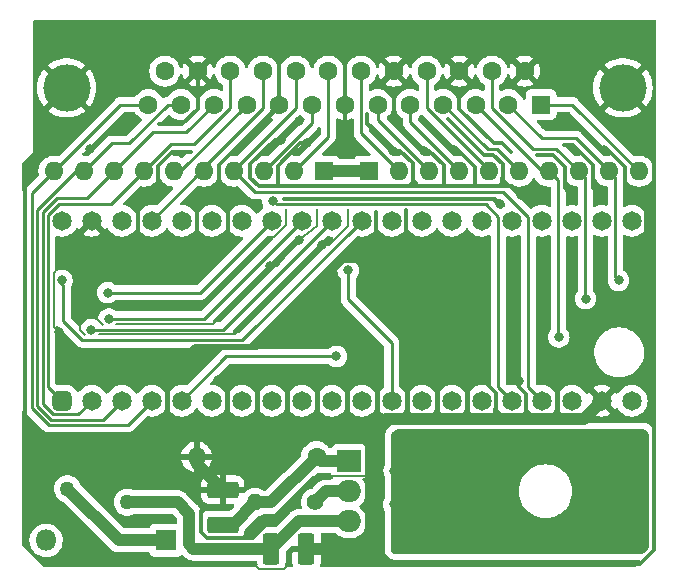
<source format=gbr>
%TF.GenerationSoftware,KiCad,Pcbnew,(6.0.2)*%
%TF.CreationDate,2022-04-06T14:17:40-06:00*%
%TF.ProjectId,DB25m_F4_THTV1,44423235-6d5f-4463-945f-54485456312e,rev?*%
%TF.SameCoordinates,Original*%
%TF.FileFunction,Copper,L1,Top*%
%TF.FilePolarity,Positive*%
%FSLAX46Y46*%
G04 Gerber Fmt 4.6, Leading zero omitted, Abs format (unit mm)*
G04 Created by KiCad (PCBNEW (6.0.2)) date 2022-04-06 14:17:40*
%MOMM*%
%LPD*%
G01*
G04 APERTURE LIST*
G04 Aperture macros list*
%AMRoundRect*
0 Rectangle with rounded corners*
0 $1 Rounding radius*
0 $2 $3 $4 $5 $6 $7 $8 $9 X,Y pos of 4 corners*
0 Add a 4 corners polygon primitive as box body*
4,1,4,$2,$3,$4,$5,$6,$7,$8,$9,$2,$3,0*
0 Add four circle primitives for the rounded corners*
1,1,$1+$1,$2,$3*
1,1,$1+$1,$4,$5*
1,1,$1+$1,$6,$7*
1,1,$1+$1,$8,$9*
0 Add four rect primitives between the rounded corners*
20,1,$1+$1,$2,$3,$4,$5,0*
20,1,$1+$1,$4,$5,$6,$7,0*
20,1,$1+$1,$6,$7,$8,$9,0*
20,1,$1+$1,$8,$9,$2,$3,0*%
G04 Aperture macros list end*
%TA.AperFunction,SMDPad,CuDef*%
%ADD10RoundRect,0.250001X-0.462499X-1.074999X0.462499X-1.074999X0.462499X1.074999X-0.462499X1.074999X0*%
%TD*%
%TA.AperFunction,ComponentPad*%
%ADD11C,1.270000*%
%TD*%
%TA.AperFunction,ComponentPad*%
%ADD12RoundRect,0.412500X0.412500X-0.412500X0.412500X0.412500X-0.412500X0.412500X-0.412500X-0.412500X0*%
%TD*%
%TA.AperFunction,ComponentPad*%
%ADD13C,1.650000*%
%TD*%
%TA.AperFunction,SMDPad,CuDef*%
%ADD14RoundRect,0.250001X1.074999X-0.462499X1.074999X0.462499X-1.074999X0.462499X-1.074999X-0.462499X0*%
%TD*%
%TA.AperFunction,ComponentPad*%
%ADD15C,1.600000*%
%TD*%
%TA.AperFunction,ComponentPad*%
%ADD16O,1.600000X1.600000*%
%TD*%
%TA.AperFunction,ComponentPad*%
%ADD17C,1.400000*%
%TD*%
%TA.AperFunction,ComponentPad*%
%ADD18O,1.400000X1.400000*%
%TD*%
%TA.AperFunction,ComponentPad*%
%ADD19R,1.600000X1.600000*%
%TD*%
%TA.AperFunction,ComponentPad*%
%ADD20R,2.000000X1.905000*%
%TD*%
%TA.AperFunction,ComponentPad*%
%ADD21O,2.000000X1.905000*%
%TD*%
%TA.AperFunction,ComponentPad*%
%ADD22R,1.800000X1.800000*%
%TD*%
%TA.AperFunction,ComponentPad*%
%ADD23O,1.800000X1.800000*%
%TD*%
%TA.AperFunction,ComponentPad*%
%ADD24C,4.000000*%
%TD*%
%TA.AperFunction,ViaPad*%
%ADD25C,0.800000*%
%TD*%
%TA.AperFunction,Conductor*%
%ADD26C,1.000000*%
%TD*%
%TA.AperFunction,Conductor*%
%ADD27C,0.500000*%
%TD*%
%TA.AperFunction,Conductor*%
%ADD28C,0.330000*%
%TD*%
%TA.AperFunction,Conductor*%
%ADD29C,0.140000*%
%TD*%
%TA.AperFunction,Conductor*%
%ADD30C,0.450000*%
%TD*%
%TA.AperFunction,Conductor*%
%ADD31C,0.250000*%
%TD*%
G04 APERTURE END LIST*
D10*
%TO.P,C2,1*%
%TO.N,+5F*%
X123958020Y-98879660D03*
%TO.P,C2,2*%
%TO.N,GND*%
X126933020Y-98879660D03*
%TD*%
D11*
%TO.P,F1,1*%
%TO.N,+5VP*%
X106710000Y-93810000D03*
%TO.P,F1,2*%
%TO.N,+5F*%
X111790000Y-94953000D03*
%TD*%
D12*
%TO.P,BP1,1,DB4_PB12*%
%TO.N,DB4*%
X106235500Y-86362540D03*
D13*
%TO.P,BP1,2,DB5_PB13*%
%TO.N,DB5*%
X108775500Y-86362540D03*
%TO.P,BP1,3,DB6_PB14*%
%TO.N,DB6*%
X111315500Y-86362540D03*
%TO.P,BP1,4,DB7_PB15*%
%TO.N,DB7*%
X113855500Y-86362540D03*
%TO.P,BP1,5,ATN_PA8*%
%TO.N,ATN*%
X116395500Y-86362540D03*
%TO.P,BP1,6,BSY_PA9*%
%TO.N,BSY*%
X118935500Y-86362540D03*
%TO.P,BP1,7,ACK_PA10*%
%TO.N,ACK*%
X121475500Y-86362540D03*
%TO.P,BP1,8,PA11*%
%TO.N,unconnected-(BP1-Pad8)*%
X124015500Y-86362540D03*
%TO.P,BP1,9,PA12*%
%TO.N,unconnected-(BP1-Pad9)*%
X126555500Y-86362540D03*
%TO.P,BP1,10,RST_PA15*%
%TO.N,RST*%
X129095500Y-86362540D03*
%TO.P,BP1,11,MSG_PB3*%
%TO.N,MSG*%
X131635500Y-86362540D03*
%TO.P,BP1,12,SEL_PB4*%
%TO.N,SEL*%
X134175500Y-86362540D03*
%TO.P,BP1,13,CD_PB5*%
%TO.N,CD*%
X136715500Y-86362540D03*
%TO.P,BP1,14,REQ_PB6*%
%TO.N,REQ*%
X139255500Y-86362540D03*
%TO.P,BP1,15,IO_PB7*%
%TO.N,IO*%
X141795500Y-86362540D03*
%TO.P,BP1,16,DB0_PB8*%
%TO.N,DB0*%
X144335500Y-86362540D03*
%TO.P,BP1,17,DB1_PB9*%
%TO.N,DB1*%
X146875500Y-86362540D03*
%TO.P,BP1,18,5V*%
%TO.N,+5VP*%
X149415500Y-86362540D03*
%TO.P,BP1,19,GND*%
%TO.N,GND*%
X151955500Y-86362540D03*
%TO.P,BP1,20,3.3V*%
%TO.N,unconnected-(BP1-Pad20)*%
X154495500Y-86362540D03*
%TO.P,BP1,21,VBat*%
%TO.N,unconnected-(BP1-Pad21)*%
X154495500Y-71122540D03*
%TO.P,BP1,22,PC13*%
%TO.N,unconnected-(BP1-Pad22)*%
X151955500Y-71122540D03*
%TO.P,BP1,23,PC14*%
%TO.N,unconnected-(BP1-Pad23)*%
X149415500Y-71122540D03*
%TO.P,BP1,24,PC15*%
%TO.N,unconnected-(BP1-Pad24)*%
X146875500Y-71122540D03*
%TO.P,BP1,25,BP_RST*%
%TO.N,unconnected-(BP1-Pad25)*%
X144335500Y-71122540D03*
%TO.P,BP1,26,PA0*%
%TO.N,unconnected-(BP1-Pad26)*%
X141795500Y-71122540D03*
%TO.P,BP1,27,PA1*%
%TO.N,unconnected-(BP1-Pad27)*%
X139255500Y-71122540D03*
%TO.P,BP1,28,PA2*%
%TO.N,unconnected-(BP1-Pad28)*%
X136715500Y-71122540D03*
%TO.P,BP1,29,PA3*%
%TO.N,unconnected-(BP1-Pad29)*%
X134175500Y-71122540D03*
%TO.P,BP1,30,SD_CD_CS_PA4*%
%TO.N,SD_CS*%
X131635500Y-71122540D03*
%TO.P,BP1,31,SD_CLK_PA5*%
%TO.N,SD_CLK*%
X129095500Y-71122540D03*
%TO.P,BP1,32,SD_DAT0_MISO_PA6*%
%TO.N,SD_MISO*%
X126555500Y-71122540D03*
%TO.P,BP1,33,SD_CMD_MOSI_PA7*%
%TO.N,SD_MOSI*%
X124015500Y-71122540D03*
%TO.P,BP1,34,DBP_PB0*%
%TO.N,DBP*%
X121475500Y-71122540D03*
%TO.P,BP1,35,PB1*%
%TO.N,unconnected-(BP1-Pad35)*%
X118935500Y-71122540D03*
%TO.P,BP1,36,DB3_PB2*%
%TO.N,DB3*%
X116395500Y-71122540D03*
%TO.P,BP1,37,DB2_PB10*%
%TO.N,DB2*%
X113855500Y-71122540D03*
%TO.P,BP1,38,3.3V*%
%TO.N,+3V3*%
X111315500Y-71122540D03*
%TO.P,BP1,39,GND*%
%TO.N,GND*%
X108775500Y-71122540D03*
%TO.P,BP1,40,5V*%
%TO.N,unconnected-(BP1-Pad40)*%
X106235500Y-71122540D03*
%TD*%
D14*
%TO.P,C1,1*%
%TO.N,Net-(C1-Pad1)*%
X119865140Y-96878140D03*
%TO.P,C1,2*%
%TO.N,GND*%
X119865140Y-93903140D03*
%TD*%
D15*
%TO.P,R1,1*%
%TO.N,Net-(C1-Pad1)*%
X127802640Y-91099640D03*
D16*
%TO.P,R1,2*%
%TO.N,GND*%
X117642640Y-91099640D03*
%TD*%
D17*
%TO.P,R2,1*%
%TO.N,+2V8*%
X127675640Y-94973140D03*
D18*
%TO.P,R2,2*%
%TO.N,Net-(C1-Pad1)*%
X122595640Y-94973140D03*
%TD*%
D19*
%TO.P,RN1,1,common*%
%TO.N,+2V8*%
X128426499Y-66917516D03*
D16*
%TO.P,RN1,2,R1*%
%TO.N,DBP*%
X125886499Y-66917516D03*
%TO.P,RN1,3,R2*%
%TO.N,DB0*%
X123346499Y-66917516D03*
%TO.P,RN1,4,R3*%
%TO.N,DB1*%
X120806499Y-66917516D03*
%TO.P,RN1,5,R4*%
%TO.N,DB2*%
X118266499Y-66917516D03*
%TO.P,RN1,6,R5*%
%TO.N,DB3*%
X115726499Y-66917516D03*
%TO.P,RN1,7,R6*%
%TO.N,DB4*%
X113186499Y-66917516D03*
%TO.P,RN1,8,R7*%
%TO.N,DB5*%
X110646499Y-66917516D03*
%TO.P,RN1,9,R8*%
%TO.N,DB6*%
X108106499Y-66917516D03*
%TO.P,RN1,10,R9*%
%TO.N,DB7*%
X105566499Y-66917516D03*
%TD*%
D19*
%TO.P,RN2,1,common*%
%TO.N,+2V8*%
X132236499Y-66917517D03*
D16*
%TO.P,RN2,2,R1*%
%TO.N,SEL*%
X134776499Y-66917517D03*
%TO.P,RN2,3,R2*%
%TO.N,BSY*%
X137316499Y-66917517D03*
%TO.P,RN2,4,R3*%
%TO.N,ACK*%
X139856499Y-66917517D03*
%TO.P,RN2,5,R4*%
%TO.N,ATN*%
X142396499Y-66917517D03*
%TO.P,RN2,6,R5*%
%TO.N,RST*%
X144936499Y-66917517D03*
%TO.P,RN2,7,R6*%
%TO.N,IO*%
X147476499Y-66917517D03*
%TO.P,RN2,8,R7*%
%TO.N,CD*%
X150016499Y-66917517D03*
%TO.P,RN2,9,R8*%
%TO.N,MSG*%
X152556499Y-66917517D03*
%TO.P,RN2,10,R9*%
%TO.N,REQ*%
X155096499Y-66917517D03*
%TD*%
D20*
%TO.P,U1,1,GND*%
%TO.N,Net-(C1-Pad1)*%
X130533140Y-91480640D03*
D21*
%TO.P,U1,2,VO*%
%TO.N,+2V8*%
X130533140Y-94020640D03*
%TO.P,U1,3,VI*%
%TO.N,+5F*%
X130533140Y-96560640D03*
%TD*%
D22*
%TO.P,D2,1,K*%
%TO.N,+5VP*%
X115060000Y-98180000D03*
D23*
%TO.P,D2,2,A*%
%TO.N,+5V*%
X104900000Y-98180000D03*
%TD*%
D24*
%TO.P,J4,0,PAD*%
%TO.N,GND*%
X153743540Y-59868601D03*
X106643540Y-59868601D03*
D19*
%TO.P,J4,1,1*%
%TO.N,REQ*%
X146813540Y-61288601D03*
D15*
%TO.P,J4,2,2*%
%TO.N,MSG*%
X144043540Y-61288601D03*
%TO.P,J4,3,3*%
%TO.N,IO*%
X141273540Y-61288601D03*
%TO.P,J4,4,4*%
%TO.N,RST*%
X138503540Y-61288601D03*
%TO.P,J4,5,5*%
%TO.N,ACK*%
X135733540Y-61288601D03*
%TO.P,J4,6,6*%
%TO.N,BSY*%
X132963540Y-61288601D03*
%TO.P,J4,7,7*%
%TO.N,GND*%
X130193540Y-61288601D03*
%TO.P,J4,8,8*%
%TO.N,DB0*%
X127423540Y-61288601D03*
%TO.P,J4,9,9*%
%TO.N,GND*%
X124653540Y-61288601D03*
%TO.P,J4,10,10*%
%TO.N,DB3*%
X121883540Y-61288601D03*
%TO.P,J4,11,11*%
%TO.N,DB5*%
X119113540Y-61288601D03*
%TO.P,J4,12,12*%
%TO.N,DB6*%
X116343540Y-61288601D03*
%TO.P,J4,13,13*%
%TO.N,DB7*%
X113573540Y-61288601D03*
%TO.P,J4,14,P14*%
%TO.N,GND*%
X145428540Y-58448601D03*
%TO.P,J4,15,P15*%
%TO.N,CD*%
X142658540Y-58448601D03*
%TO.P,J4,16,P16*%
%TO.N,GND*%
X139888540Y-58448601D03*
%TO.P,J4,17,P17*%
%TO.N,ATN*%
X137118540Y-58448601D03*
%TO.P,J4,18,P18*%
%TO.N,GND*%
X134348540Y-58448601D03*
%TO.P,J4,19,P19*%
%TO.N,SEL*%
X131578540Y-58448601D03*
%TO.P,J4,20,P20*%
%TO.N,DBP*%
X128808540Y-58448601D03*
%TO.P,J4,21,P21*%
%TO.N,DB1*%
X126038540Y-58448601D03*
%TO.P,J4,22,P22*%
%TO.N,DB2*%
X123268540Y-58448601D03*
%TO.P,J4,23,P23*%
%TO.N,DB4*%
X120498540Y-58448601D03*
%TO.P,J4,24,P24*%
%TO.N,GND*%
X117728540Y-58448601D03*
%TO.P,J4,25,P25*%
%TO.N,+5V*%
X114958540Y-58448601D03*
%TD*%
D25*
%TO.N,GND*%
X104353360Y-95410020D03*
X108635800Y-65036700D03*
X106250740Y-90215720D03*
X120289320Y-68902580D03*
X127825500Y-84688680D03*
X116149120Y-78313280D03*
X118140480Y-68902580D03*
X151851360Y-73111360D03*
X123860560Y-74965560D03*
X134066280Y-73063100D03*
X124790200Y-64259460D03*
X152133300Y-65148460D03*
X114419380Y-68884800D03*
X139306300Y-73131680D03*
X145107660Y-68912740D03*
X146966940Y-72936100D03*
X154355800Y-73154540D03*
X122049540Y-84470240D03*
X122742960Y-88503760D03*
X123865640Y-96540320D03*
X126278640Y-62671960D03*
X147550000Y-63050000D03*
X130193540Y-65394080D03*
X112786160Y-84165440D03*
X115163600Y-84165440D03*
X149425660Y-73078340D03*
X106032300Y-80543400D03*
X130347720Y-88503760D03*
X143375380Y-69705220D03*
X134312660Y-65196720D03*
X128931938Y-75609718D03*
X144932400Y-84711540D03*
X123169948Y-81371708D03*
X108465620Y-75636120D03*
X144348200Y-73030080D03*
X118628160Y-74180700D03*
X135463280Y-84607400D03*
X131605020Y-82064860D03*
X110470000Y-89870000D03*
X115289330Y-90402410D03*
X151902160Y-69029580D03*
X139415520Y-65112900D03*
X104635300Y-54894480D03*
X149458680Y-68996560D03*
X154503120Y-68973700D03*
X141798040Y-78310740D03*
X117071140Y-88920320D03*
X136939020Y-65181480D03*
X136077960Y-77675740D03*
X131805680Y-73075800D03*
X126276100Y-72760840D03*
X112041940Y-62539880D03*
X128277620Y-73200260D03*
X126982220Y-64579500D03*
X118633570Y-92671570D03*
X136631680Y-73118980D03*
X147200620Y-68961000D03*
X119440960Y-84602320D03*
%TO.N,+2V8*%
X134368540Y-92283280D03*
X134320280Y-95117920D03*
X144851120Y-90185240D03*
%TO.N,SD_CS*%
X106245660Y-76174600D03*
%TO.N,SD_CLK*%
X108729780Y-80342740D03*
%TO.N,SD_MISO*%
X110228380Y-79435960D03*
%TO.N,SD_MOSI*%
X110134400Y-77200760D03*
%TO.N,ATN*%
X129474162Y-82605880D03*
%TO.N,MSG*%
X153370280Y-76164440D03*
%TO.N,SEL*%
X130485499Y-75314159D03*
%TO.N,CD*%
X150583900Y-77721460D03*
%TO.N,IO*%
X148315680Y-80959960D03*
%TO.N,DB0*%
X124098050Y-69414390D03*
%TD*%
D26*
%TO.N,GND*%
X118633570Y-92671570D02*
X119865140Y-93903140D01*
D27*
X123169948Y-81371708D02*
X128931938Y-75609718D01*
X128931938Y-75609718D02*
X130077498Y-74464158D01*
D28*
X114419380Y-68884800D02*
X115018820Y-68884800D01*
D27*
X136077960Y-77675740D02*
X138671300Y-80269080D01*
D29*
X126276100Y-72760840D02*
X127805180Y-71586625D01*
D28*
X130193540Y-65394080D02*
X130193540Y-65677540D01*
X109965501Y-72312541D02*
X109983281Y-72312541D01*
D27*
X132866378Y-74464158D02*
X136077960Y-77675740D01*
D30*
X138005499Y-87865899D02*
X138005499Y-85306221D01*
D26*
X132394960Y-92407740D02*
X132394960Y-97680780D01*
D28*
X117655340Y-69387720D02*
X117655340Y-71940420D01*
X132825501Y-70354179D02*
X132819140Y-70347818D01*
D26*
X132394960Y-97680780D02*
X131196080Y-98879660D01*
D28*
X117728540Y-61627803D02*
X116407523Y-62948820D01*
D30*
X125689360Y-84688680D02*
X125305499Y-85072541D01*
D28*
X141998490Y-65554650D02*
X138932920Y-62489080D01*
X118140480Y-68902580D02*
X119565420Y-68902580D01*
D29*
X125448060Y-99662528D02*
X125465840Y-99680308D01*
D28*
X111798100Y-73040240D02*
X112665499Y-72172841D01*
X155956000Y-87924640D02*
X156337330Y-88305970D01*
X119565420Y-68902580D02*
X120289320Y-68902580D01*
X115606253Y-65313560D02*
X117165603Y-65313560D01*
D29*
X128408939Y-92703141D02*
X132099559Y-92703141D01*
D28*
X142985501Y-86933741D02*
X142985501Y-85716121D01*
X144932400Y-85198238D02*
X145531840Y-85797678D01*
X153517600Y-87924640D02*
X155956000Y-87924640D01*
X147550000Y-63050000D02*
X147672340Y-63172340D01*
D27*
X122739986Y-81801670D02*
X123169948Y-81371708D01*
D28*
X156337330Y-98964225D02*
X155154435Y-100147120D01*
D29*
X123860560Y-74965560D02*
X118995150Y-79830970D01*
D28*
X142918390Y-69248230D02*
X128066568Y-69248230D01*
X120285499Y-68906401D02*
X120285499Y-72543681D01*
X122901451Y-68196670D02*
X122181498Y-67476717D01*
D27*
X130077498Y-74464158D02*
X132866378Y-74464158D01*
D29*
X107739180Y-72158860D02*
X107739180Y-79331820D01*
D28*
X135397240Y-72395080D02*
X135397240Y-70228250D01*
X123865640Y-96540320D02*
X127477520Y-92928440D01*
X153916380Y-66553196D02*
X152511644Y-65148460D01*
X138561870Y-66438686D02*
X138561870Y-68196670D01*
X124511500Y-66484535D02*
X124511500Y-68160200D01*
X148851498Y-66568314D02*
X147838044Y-65554860D01*
D29*
X105575659Y-75518721D02*
X105851960Y-75242420D01*
D28*
X112665499Y-72172841D02*
X112665499Y-69315341D01*
X116407523Y-62948820D02*
X114421920Y-62948820D01*
X138561870Y-68196670D02*
X135849150Y-68196670D01*
D29*
X107739180Y-79331820D02*
X107739180Y-80343742D01*
D28*
X127477520Y-92928440D02*
X128950720Y-92928440D01*
X118026180Y-97447100D02*
X118026180Y-95717360D01*
X126416535Y-64579500D02*
X124511500Y-66484535D01*
X142757834Y-65554650D02*
X141998490Y-65554650D01*
D26*
X117642640Y-91099640D02*
X117642640Y-91680640D01*
D28*
X131805680Y-73075800D02*
X132825501Y-72055979D01*
X114419380Y-66500433D02*
X115606253Y-65313560D01*
X143561500Y-67476718D02*
X143561500Y-66358316D01*
X149458680Y-68996560D02*
X148851498Y-68389378D01*
D27*
X115163600Y-84165440D02*
X117527370Y-81801670D01*
D28*
X130193540Y-61288601D02*
X130193540Y-57799480D01*
X122450310Y-97955650D02*
X118534730Y-97955650D01*
X151955500Y-86362540D02*
X153517600Y-87924640D01*
X135941500Y-66259875D02*
X135941500Y-68104320D01*
X156337330Y-88305970D02*
X156337330Y-98964225D01*
X134878345Y-65196720D02*
X135941500Y-66259875D01*
X134729220Y-73063100D02*
X135397240Y-72395080D01*
X153916380Y-68386960D02*
X153916380Y-66553196D01*
D30*
X135463280Y-87363300D02*
X134939039Y-87887541D01*
D29*
X107739180Y-80343742D02*
X108227088Y-80831650D01*
D27*
X112786160Y-84165440D02*
X115163600Y-84165440D01*
D30*
X115163600Y-84165440D02*
X115145499Y-84183541D01*
D28*
X143527990Y-64574630D02*
X142835367Y-64574630D01*
D29*
X123847860Y-72539860D02*
X124218782Y-72539860D01*
D28*
X145531840Y-85797678D02*
X145531840Y-87269320D01*
X144932400Y-84711540D02*
X144932400Y-85198238D01*
X139415520Y-65112900D02*
X136676882Y-62374262D01*
X154503120Y-68973700D02*
X155361640Y-68973700D01*
X108775500Y-71122540D02*
X109965501Y-72312541D01*
X151902160Y-69029580D02*
X151205322Y-68332742D01*
X124511500Y-68160200D02*
X124475030Y-68196670D01*
X135941500Y-68104320D02*
X135849150Y-68196670D01*
D26*
X148265881Y-87887541D02*
X142886699Y-87887541D01*
D29*
X128277620Y-73200260D02*
X121853960Y-79623920D01*
D28*
X124280353Y-64259460D02*
X124790200Y-64259460D01*
X123865640Y-96540320D02*
X122450310Y-97955650D01*
D29*
X106032300Y-80543400D02*
X105575659Y-80086759D01*
D26*
X140534659Y-87887541D02*
X138027141Y-87887541D01*
D29*
X125448060Y-99293680D02*
X125448060Y-99662528D01*
D26*
X142886699Y-87887541D02*
X140534659Y-87887541D01*
D29*
X125255020Y-71503622D02*
X125255020Y-70133250D01*
D28*
X112665499Y-69315341D02*
X113096040Y-68884800D01*
D29*
X118074440Y-78313280D02*
X123847860Y-72539860D01*
D28*
X136939020Y-65181480D02*
X134348220Y-62590680D01*
D29*
X120038918Y-80737750D02*
X120889990Y-80737750D01*
D28*
X143561500Y-66358316D02*
X142757834Y-65554650D01*
X139415520Y-65112900D02*
X139776084Y-65112900D01*
D30*
X127825500Y-84688680D02*
X127825500Y-87569040D01*
D28*
X147427660Y-63172340D02*
X146984720Y-63172340D01*
X155685501Y-70156081D02*
X155685501Y-72391259D01*
D26*
X126933020Y-98879660D02*
X131196080Y-98879660D01*
D28*
X145107660Y-68912740D02*
X144391590Y-68196670D01*
D29*
X128183640Y-92928440D02*
X128408939Y-92703141D01*
D28*
X135849150Y-68196670D02*
X124475030Y-68196670D01*
X105437940Y-90215720D02*
X103108760Y-87886540D01*
D30*
X140534659Y-87887541D02*
X140534659Y-85251021D01*
D26*
X150430499Y-87887541D02*
X148265881Y-87887541D01*
D28*
X109983281Y-72312541D02*
X110710980Y-73040240D01*
D29*
X124426245Y-74965560D02*
X126276100Y-72760840D01*
D26*
X132394960Y-89143302D02*
X132394960Y-92407740D01*
D30*
X120101360Y-84769960D02*
X120225499Y-84894099D01*
X122049540Y-84470240D02*
X122725501Y-85146201D01*
D28*
X143537730Y-68196670D02*
X141221670Y-68196670D01*
X134348220Y-62590680D02*
X134348220Y-60210700D01*
D29*
X125036580Y-100576380D02*
X122902980Y-100576380D01*
X107739180Y-79331820D02*
X109093000Y-79331820D01*
D28*
X139776084Y-65112900D02*
X141221670Y-66558486D01*
X149504284Y-64681100D02*
X148757640Y-64681100D01*
D30*
X130347720Y-87581740D02*
X130365500Y-87563960D01*
X138027141Y-87887541D02*
X138005499Y-87865899D01*
D28*
X117728540Y-58448601D02*
X117728540Y-61627803D01*
X136939020Y-65181480D02*
X137304664Y-65181480D01*
X147838044Y-65554860D02*
X146428460Y-65554860D01*
X142835367Y-64574630D02*
X139887960Y-61627223D01*
D30*
X148165499Y-87787159D02*
X148165499Y-85310659D01*
D28*
X143537730Y-67500488D02*
X143561500Y-67476718D01*
X110710980Y-73040240D02*
X111798100Y-73040240D01*
D30*
X148265881Y-87887541D02*
X148165499Y-87787159D01*
D28*
X122181498Y-67476717D02*
X122181498Y-66358315D01*
X148851498Y-68389378D02*
X148851498Y-66568314D01*
D29*
X108775500Y-71122540D02*
X107739180Y-72158860D01*
D28*
X144251680Y-65298320D02*
X143527990Y-64574630D01*
D29*
X122902980Y-100576380D02*
X122664220Y-100337620D01*
D28*
X143375380Y-69705220D02*
X142918390Y-69248230D01*
D29*
X116149120Y-78313280D02*
X118074440Y-78313280D01*
D28*
X139887960Y-61627223D02*
X139887960Y-60830460D01*
X106250740Y-90215720D02*
X105437940Y-90215720D01*
X118140480Y-68902580D02*
X117655340Y-69387720D01*
D29*
X127805180Y-71586625D02*
X127805180Y-70133250D01*
X132099559Y-92703141D02*
X132394960Y-92407740D01*
D28*
X143537730Y-68196670D02*
X143537730Y-67500488D01*
X124475030Y-68196670D02*
X122901451Y-68196670D01*
D29*
X124218782Y-72539860D02*
X125255020Y-71503622D01*
D30*
X127825500Y-84688680D02*
X125689360Y-84688680D01*
D26*
X138027141Y-87887541D02*
X134939039Y-87887541D01*
D28*
X122181498Y-66358315D02*
X124280353Y-64259460D01*
D29*
X118995150Y-79830970D02*
X110824972Y-79830970D01*
D28*
X128066568Y-69248230D02*
X125039120Y-69248230D01*
X103108760Y-87886540D02*
X103108760Y-67365880D01*
X124653540Y-61288601D02*
X119565420Y-66376721D01*
X141221670Y-66558486D02*
X141221670Y-68196670D01*
D29*
X123860560Y-74965560D02*
X124426245Y-74965560D01*
D28*
X120289320Y-68902580D02*
X120285499Y-68906401D01*
X151205322Y-68332742D02*
X151205322Y-66382138D01*
X154503120Y-68973700D02*
X155685501Y-70156081D01*
D29*
X128843305Y-73200260D02*
X130441700Y-71601865D01*
D28*
X132068550Y-62952610D02*
X132068550Y-62104290D01*
X150157180Y-63172340D02*
X152133300Y-65148460D01*
X134312660Y-65196720D02*
X132068550Y-62952610D01*
D30*
X132041900Y-88503760D02*
X132925499Y-87620161D01*
D28*
X119565420Y-66376721D02*
X119565420Y-68902580D01*
D29*
X109093000Y-79331820D02*
X109708910Y-79947730D01*
D28*
X134312660Y-65196720D02*
X134878345Y-65196720D01*
X155154435Y-100147120D02*
X154226260Y-100147120D01*
X147550000Y-63050000D02*
X147427660Y-63172340D01*
D29*
X120889990Y-80737750D02*
X122730260Y-78897480D01*
X120038918Y-80737750D02*
X109341920Y-80737750D01*
D28*
X152511644Y-65148460D02*
X152133300Y-65148460D01*
X126982220Y-64579500D02*
X126416535Y-64579500D01*
X156370020Y-67965320D02*
X156370020Y-65913000D01*
X151205322Y-66382138D02*
X149504284Y-64681100D01*
X124653540Y-61288601D02*
X124653540Y-57520340D01*
X142886699Y-87032543D02*
X142985501Y-86933741D01*
D26*
X134939039Y-87887541D02*
X133650721Y-87887541D01*
D29*
X125465840Y-100147120D02*
X125036580Y-100576380D01*
X130441700Y-71601865D02*
X130441700Y-70133250D01*
D30*
X132925499Y-87620161D02*
X132925499Y-85247801D01*
X120225499Y-84894099D02*
X120225499Y-87175019D01*
D29*
X128277620Y-73200260D02*
X128843305Y-73200260D01*
D28*
X130193540Y-61288601D02*
X130193540Y-65394080D01*
X147672340Y-63172340D02*
X150157180Y-63172340D01*
D29*
X127477520Y-92928440D02*
X128183640Y-92928440D01*
D28*
X154503120Y-68973700D02*
X153916380Y-68386960D01*
X113096040Y-68884800D02*
X114419380Y-68884800D01*
D30*
X130347720Y-88503760D02*
X132041900Y-88503760D01*
D28*
X155361640Y-68973700D02*
X156370020Y-67965320D01*
X141221670Y-68196670D02*
X138561870Y-68196670D01*
X132825501Y-72055979D02*
X132825501Y-70354179D01*
D30*
X115145499Y-84183541D02*
X115145499Y-87404261D01*
X120101360Y-83972400D02*
X120101360Y-84769960D01*
X125305499Y-85072541D02*
X125305499Y-87378219D01*
D29*
X125465840Y-99680308D02*
X125465840Y-100147120D01*
D28*
X137304664Y-65181480D02*
X138561870Y-66438686D01*
D30*
X135463280Y-84607400D02*
X135463280Y-87363300D01*
X130365500Y-87563960D02*
X130365500Y-85222080D01*
X130347720Y-88503760D02*
X130347720Y-87581740D01*
D28*
X114419380Y-68884800D02*
X114419380Y-66500433D01*
X118534730Y-97955650D02*
X118026180Y-97447100D01*
X125862080Y-98879660D02*
X125448060Y-99293680D01*
D30*
X122725501Y-85146201D02*
X122725501Y-87286779D01*
D26*
X151955500Y-86362540D02*
X150430499Y-87887541D01*
D28*
X144391590Y-68196670D02*
X143537730Y-68196670D01*
D26*
X133650721Y-87887541D02*
X132394960Y-89143302D01*
D28*
X126933020Y-98879660D02*
X125862080Y-98879660D01*
X142886699Y-87887541D02*
X142886699Y-87032543D01*
D26*
X117642640Y-91680640D02*
X118633570Y-92671570D01*
D28*
X142985501Y-85716121D02*
X142288260Y-85018880D01*
X134066280Y-73063100D02*
X134729220Y-73063100D01*
D27*
X117527370Y-81801670D02*
X122739986Y-81801670D01*
D29*
X105575659Y-80086759D02*
X105575659Y-75518721D01*
D26*
%TO.N,+2V8*%
X130533140Y-94020640D02*
X128628140Y-94020640D01*
D27*
X134368540Y-92283280D02*
X134368540Y-89255600D01*
D26*
X132236499Y-66917517D02*
X128426500Y-66917517D01*
X128628140Y-94020640D02*
X127675640Y-94973140D01*
D27*
X134368540Y-92283280D02*
X134368540Y-94701360D01*
X134368540Y-89255600D02*
X134658100Y-88966040D01*
X155483560Y-88981280D02*
X155722320Y-89220040D01*
X134658100Y-88966040D02*
X141127480Y-88966040D01*
X155381960Y-99049840D02*
X134401560Y-99049840D01*
X134320280Y-98968560D02*
X134320280Y-95117920D01*
X141127480Y-88966040D02*
X141142720Y-88981280D01*
D26*
X128426500Y-66917517D02*
X128426499Y-66917516D01*
D27*
X134401560Y-99049840D02*
X134320280Y-98968560D01*
X155722320Y-89220040D02*
X155722320Y-98709480D01*
X141142720Y-88981280D02*
X155483560Y-88981280D01*
X155722320Y-98709480D02*
X155381960Y-99049840D01*
D31*
%TO.N,SD_CS*%
X106095800Y-76278740D02*
X106095800Y-76278740D01*
X106339640Y-79583280D02*
X106339640Y-77101700D01*
X121531380Y-81226660D02*
X107983020Y-81226660D01*
X131635500Y-71122540D02*
X121531380Y-81226660D01*
X107983020Y-81226660D02*
X106339640Y-79583280D01*
X106339640Y-76522580D02*
X106095800Y-76278740D01*
X106339640Y-77101700D02*
X106339640Y-76522580D01*
%TO.N,SD_CLK*%
X108729780Y-80342740D02*
X119875300Y-80342740D01*
X129095500Y-71122540D02*
X120040400Y-80177640D01*
X119875300Y-80342740D02*
X120040400Y-80177640D01*
%TO.N,SD_MISO*%
X110228380Y-79435960D02*
X110228380Y-79435960D01*
X118242080Y-79435960D02*
X110228380Y-79435960D01*
X126555500Y-71122540D02*
X118242080Y-79435960D01*
%TO.N,SD_MOSI*%
X110134400Y-77200760D02*
X110134400Y-77200760D01*
X117937280Y-77200760D02*
X110134400Y-77200760D01*
X124015500Y-71122540D02*
X117937280Y-77200760D01*
%TO.N,ATN*%
X120152160Y-82605880D02*
X116395500Y-86362540D01*
X137118540Y-61568603D02*
X142396499Y-66846562D01*
X142396499Y-66846562D02*
X142396499Y-66917517D01*
X137118540Y-58448601D02*
X137118540Y-61568603D01*
X129474162Y-82605880D02*
X120152160Y-82605880D01*
%TO.N,BSY*%
X132963540Y-61288601D02*
X132963540Y-62564558D01*
X132963540Y-62564558D02*
X137316499Y-66917517D01*
%TO.N,DBP*%
X125680524Y-66917516D02*
X125886499Y-66917516D01*
X128808540Y-63995475D02*
X125886499Y-66917516D01*
X128808540Y-58448601D02*
X128808540Y-63995475D01*
%TO.N,ACK*%
X135733540Y-61288601D02*
X135733540Y-62794558D01*
X135733540Y-62794558D02*
X139856499Y-66917517D01*
%TO.N,RST*%
X143083622Y-65064640D02*
X144936499Y-66917517D01*
X142279579Y-65064640D02*
X143083622Y-65064640D01*
X138503540Y-61288601D02*
X142279579Y-65064640D01*
%TO.N,MSG*%
X152556499Y-66917517D02*
X153105501Y-67466519D01*
X146897559Y-64142620D02*
X149781602Y-64142620D01*
X153105501Y-75899661D02*
X153370280Y-76164440D01*
X149781602Y-64142620D02*
X152556499Y-66917517D01*
X144043540Y-61288601D02*
X146897559Y-64142620D01*
X153105501Y-67466519D02*
X153105501Y-75899661D01*
%TO.N,SEL*%
X130485499Y-77777959D02*
X130485499Y-75314159D01*
X131578540Y-63719558D02*
X134776499Y-66917517D01*
X131578540Y-58448601D02*
X131578540Y-63719558D01*
X134175500Y-86362540D02*
X134175500Y-81467960D01*
X134175500Y-81467960D02*
X130485499Y-77777959D01*
%TO.N,CD*%
X142658540Y-61568603D02*
X146101237Y-65011300D01*
X148110282Y-65011300D02*
X150016499Y-66917517D01*
X142658540Y-58448601D02*
X142658540Y-61568603D01*
X150016499Y-66917517D02*
X150565501Y-67466519D01*
X150565501Y-67466519D02*
X150565501Y-77703061D01*
X146101237Y-65011300D02*
X148110282Y-65011300D01*
X150565501Y-77703061D02*
X150583900Y-77721460D01*
%TO.N,REQ*%
X146813540Y-61288601D02*
X149467583Y-61288601D01*
X149467583Y-61288601D02*
X155096499Y-66917517D01*
%TO.N,IO*%
X148315680Y-80959960D02*
X148265499Y-80909779D01*
X148265499Y-80909779D02*
X148265499Y-67706517D01*
X148265499Y-67706517D02*
X147476499Y-66917517D01*
X141273540Y-61288601D02*
X146902456Y-66917517D01*
X146902456Y-66917517D02*
X147476499Y-66917517D01*
%TO.N,DB7*%
X113573540Y-61288601D02*
X111195414Y-61288601D01*
X105144712Y-88412570D02*
X111805470Y-88412570D01*
X105566499Y-66917516D02*
X103704372Y-68779643D01*
X103704372Y-68779643D02*
X103704372Y-86972230D01*
X111195414Y-61288601D02*
X105566499Y-66917516D01*
X111805470Y-88412570D02*
X113855500Y-86362540D01*
X103704372Y-86972230D02*
X105144712Y-88412570D01*
%TO.N,DB6*%
X105331112Y-87962560D02*
X109715480Y-87962560D01*
X104154380Y-70228838D02*
X104154381Y-86785829D01*
X107465702Y-66917516D02*
X104154380Y-70228838D01*
X108106499Y-66917516D02*
X107465702Y-66917516D01*
X116343540Y-61288601D02*
X115212170Y-61288601D01*
X111946671Y-64554100D02*
X110469915Y-64554100D01*
X104154381Y-86785829D02*
X105331112Y-87962560D01*
X115212170Y-61288601D02*
X111946671Y-64554100D01*
X110469915Y-64554100D02*
X108106499Y-66917516D01*
X109715480Y-87962560D02*
X111315500Y-86362540D01*
%TO.N,DB5*%
X105517512Y-87512550D02*
X107625490Y-87512550D01*
X108334205Y-69229810D02*
X105789817Y-69229811D01*
X104604390Y-86599428D02*
X105517512Y-87512550D01*
X105789817Y-69229811D02*
X104604390Y-70415238D01*
X104604390Y-70415238D02*
X104604390Y-86599428D01*
X119113540Y-61288601D02*
X116782761Y-63619380D01*
X116782761Y-63619380D02*
X113944635Y-63619380D01*
X113944635Y-63619380D02*
X110646499Y-66917516D01*
X107625490Y-87512550D02*
X108775500Y-86362540D01*
X110646499Y-66917516D02*
X108334205Y-69229810D01*
%TO.N,DB4*%
X120498540Y-61568603D02*
X117426683Y-64640460D01*
X110424195Y-69679820D02*
X105976218Y-69679820D01*
X120498540Y-58448601D02*
X120498540Y-61568603D01*
X113186499Y-66917516D02*
X110424195Y-69679820D01*
X117426683Y-64640460D02*
X115463555Y-64640460D01*
X105976218Y-69679820D02*
X105054400Y-70601638D01*
X105054400Y-70601638D02*
X105054400Y-85181440D01*
X105054400Y-85181440D02*
X106235500Y-86362540D01*
X115463555Y-64640460D02*
X113186499Y-66917516D01*
%TO.N,DB3*%
X116254625Y-66917516D02*
X115726499Y-66917516D01*
X121883540Y-61288601D02*
X116254625Y-66917516D01*
%TO.N,DB2*%
X118060524Y-66917516D02*
X118266499Y-66917516D01*
X113855500Y-71122540D02*
X118060524Y-66917516D01*
X118266499Y-66570644D02*
X118266499Y-66917516D01*
X123268540Y-58448601D02*
X123268540Y-61568603D01*
X123268540Y-61568603D02*
X118266499Y-66570644D01*
%TO.N,DB1*%
X143601642Y-68686680D02*
X145725499Y-70810537D01*
X122575663Y-68686680D02*
X143601642Y-68686680D01*
X126038540Y-61568603D02*
X120806499Y-66800644D01*
X126038540Y-58448601D02*
X126038540Y-61568603D01*
X145725499Y-70810537D02*
X145725499Y-85212539D01*
X120806499Y-66800644D02*
X120806499Y-66917516D01*
X120806499Y-66917516D02*
X122575663Y-68686680D01*
X145725499Y-85212539D02*
X146875500Y-86362540D01*
%TO.N,DB0*%
X127863600Y-69738240D02*
X127873760Y-69738240D01*
X127423540Y-61288601D02*
X127423540Y-62840475D01*
X127863600Y-69738240D02*
X124421900Y-69738240D01*
X124421900Y-69738240D02*
X124098050Y-69414390D01*
X143185499Y-85212539D02*
X144335500Y-86362540D01*
X142113202Y-69738240D02*
X143185499Y-70810537D01*
X143185499Y-70810537D02*
X143185499Y-85212539D01*
X127863600Y-69738240D02*
X142113202Y-69738240D01*
X127423540Y-62840475D02*
X123346499Y-66917516D01*
D26*
%TO.N,+5VP*%
X111080000Y-98180000D02*
X106710000Y-93810000D01*
X115060000Y-98180000D02*
X111080000Y-98180000D01*
%TO.N,+5F*%
X117370860Y-98879660D02*
X117000020Y-98508820D01*
X116033000Y-94953000D02*
X111790000Y-94953000D01*
X130533140Y-96560640D02*
X126277040Y-96560640D01*
X126277040Y-96560640D02*
X123958020Y-98879660D01*
X117000020Y-95920020D02*
X116033000Y-94953000D01*
X123958020Y-98879660D02*
X117370860Y-98879660D01*
X117000020Y-98508820D02*
X117000020Y-95920020D01*
%TO.N,Net-(C1-Pad1)*%
X120690640Y-96878140D02*
X122595640Y-94973140D01*
X130533140Y-91480640D02*
X128183640Y-91480640D01*
X119865140Y-96878140D02*
X120690640Y-96878140D01*
X128183640Y-91480640D02*
X127802640Y-91099640D01*
X123929140Y-94973140D02*
X127802640Y-91099640D01*
X122595640Y-94973140D02*
X123929140Y-94973140D01*
%TD*%
%TA.AperFunction,Conductor*%
%TO.N,GND*%
G36*
X156513639Y-67315195D02*
G01*
X156559705Y-67369217D01*
X156570680Y-67420649D01*
X156570680Y-88705418D01*
X156550678Y-88773539D01*
X156497022Y-88820032D01*
X156426748Y-88830136D01*
X156362168Y-88800642D01*
X156336961Y-88770784D01*
X156327824Y-88755727D01*
X156324915Y-88750933D01*
X156317517Y-88742557D01*
X156317544Y-88742533D01*
X156314899Y-88739551D01*
X156312192Y-88736314D01*
X156308176Y-88730188D01*
X156251940Y-88676915D01*
X156249498Y-88674538D01*
X156067323Y-88492362D01*
X156054938Y-88477950D01*
X156046407Y-88466357D01*
X156046404Y-88466354D01*
X156042068Y-88460462D01*
X156001792Y-88426245D01*
X155994276Y-88419315D01*
X155988581Y-88413620D01*
X155982440Y-88408762D01*
X155966309Y-88395999D01*
X155962905Y-88393208D01*
X155912857Y-88350689D01*
X155912855Y-88350688D01*
X155907275Y-88345947D01*
X155900759Y-88342619D01*
X155895710Y-88339252D01*
X155890581Y-88336085D01*
X155884844Y-88331546D01*
X155818685Y-88300625D01*
X155814785Y-88298719D01*
X155749752Y-88265511D01*
X155742644Y-88263772D01*
X155737001Y-88261673D01*
X155731238Y-88259756D01*
X155724610Y-88256658D01*
X155653143Y-88241793D01*
X155648859Y-88240823D01*
X155585649Y-88225356D01*
X155577950Y-88223472D01*
X155572348Y-88223124D01*
X155572345Y-88223124D01*
X155566796Y-88222780D01*
X155566798Y-88222744D01*
X155562805Y-88222505D01*
X155558613Y-88222131D01*
X155551445Y-88220640D01*
X155485235Y-88222431D01*
X155474039Y-88222734D01*
X155470632Y-88222780D01*
X141296515Y-88222780D01*
X141266567Y-88219169D01*
X141256011Y-88216586D01*
X141221870Y-88208232D01*
X141216268Y-88207884D01*
X141216265Y-88207884D01*
X141210716Y-88207540D01*
X141210718Y-88207504D01*
X141206725Y-88207265D01*
X141202533Y-88206891D01*
X141195365Y-88205400D01*
X141131600Y-88207125D01*
X141117959Y-88207494D01*
X141114552Y-88207540D01*
X134725170Y-88207540D01*
X134706220Y-88206107D01*
X134691985Y-88203941D01*
X134691981Y-88203941D01*
X134684751Y-88202841D01*
X134677459Y-88203434D01*
X134677456Y-88203434D01*
X134632082Y-88207125D01*
X134621867Y-88207540D01*
X134613807Y-88207540D01*
X134610173Y-88207964D01*
X134610167Y-88207964D01*
X134597142Y-88209483D01*
X134585580Y-88210831D01*
X134581232Y-88211261D01*
X134559159Y-88213056D01*
X134515762Y-88216586D01*
X134515759Y-88216587D01*
X134508464Y-88217180D01*
X134501500Y-88219436D01*
X134495561Y-88220623D01*
X134489690Y-88222010D01*
X134482419Y-88222858D01*
X134475543Y-88225354D01*
X134475534Y-88225356D01*
X134413802Y-88247765D01*
X134409698Y-88249175D01*
X134340201Y-88271688D01*
X134333946Y-88275484D01*
X134328487Y-88277983D01*
X134323039Y-88280711D01*
X134316163Y-88283207D01*
X134255110Y-88323235D01*
X134251437Y-88325553D01*
X134232667Y-88336943D01*
X134193786Y-88360536D01*
X134193782Y-88360539D01*
X134188993Y-88363445D01*
X134184794Y-88367154D01*
X134184789Y-88367157D01*
X134180616Y-88370843D01*
X134180592Y-88370816D01*
X134177600Y-88373469D01*
X134174367Y-88376172D01*
X134168248Y-88380184D01*
X134136574Y-88413620D01*
X134114972Y-88436423D01*
X134112594Y-88438865D01*
X133879629Y-88671830D01*
X133865217Y-88684216D01*
X133853622Y-88692749D01*
X133853617Y-88692754D01*
X133847722Y-88697092D01*
X133842983Y-88702670D01*
X133842980Y-88702673D01*
X133813505Y-88737368D01*
X133806575Y-88744884D01*
X133800880Y-88750579D01*
X133798600Y-88753461D01*
X133783259Y-88772851D01*
X133780468Y-88776255D01*
X133743654Y-88819588D01*
X133733207Y-88831885D01*
X133729879Y-88838401D01*
X133726512Y-88843450D01*
X133723345Y-88848579D01*
X133718806Y-88854316D01*
X133687885Y-88920475D01*
X133685982Y-88924369D01*
X133652771Y-88989408D01*
X133651032Y-88996516D01*
X133648933Y-89002159D01*
X133647016Y-89007922D01*
X133643918Y-89014550D01*
X133642428Y-89021712D01*
X133642428Y-89021713D01*
X133629054Y-89086012D01*
X133628084Y-89090296D01*
X133610732Y-89161210D01*
X133610040Y-89172364D01*
X133610004Y-89172362D01*
X133609765Y-89176355D01*
X133609391Y-89180547D01*
X133607900Y-89187715D01*
X133608098Y-89195032D01*
X133609994Y-89265121D01*
X133610040Y-89268528D01*
X133610040Y-91746281D01*
X133593159Y-91809280D01*
X133534013Y-91911724D01*
X133474998Y-92093352D01*
X133455036Y-92283280D01*
X133474998Y-92473208D01*
X133534013Y-92654836D01*
X133537316Y-92660558D01*
X133537317Y-92660559D01*
X133548452Y-92679845D01*
X133590921Y-92753402D01*
X133593159Y-92757279D01*
X133610040Y-92820279D01*
X133610040Y-94501570D01*
X133585978Y-94575628D01*
X133585655Y-94576073D01*
X133581240Y-94580976D01*
X133577940Y-94586691D01*
X133577939Y-94586693D01*
X133496639Y-94727509D01*
X133485753Y-94746364D01*
X133426738Y-94927992D01*
X133406776Y-95117920D01*
X133407466Y-95124485D01*
X133424560Y-95287122D01*
X133426738Y-95307848D01*
X133485753Y-95489476D01*
X133489056Y-95495198D01*
X133489057Y-95495199D01*
X133510255Y-95531914D01*
X133530555Y-95567074D01*
X133544899Y-95591919D01*
X133561780Y-95654919D01*
X133561780Y-98901490D01*
X133560347Y-98920440D01*
X133557081Y-98941909D01*
X133557674Y-98949201D01*
X133557674Y-98949204D01*
X133561365Y-98994578D01*
X133561780Y-99004793D01*
X133561780Y-99012853D01*
X133562205Y-99016497D01*
X133565069Y-99041067D01*
X133565502Y-99045442D01*
X133569912Y-99099653D01*
X133571420Y-99118197D01*
X133573676Y-99125161D01*
X133574867Y-99131120D01*
X133576251Y-99136975D01*
X133577098Y-99144241D01*
X133602015Y-99212887D01*
X133603432Y-99217015D01*
X133618165Y-99262492D01*
X133625929Y-99286459D01*
X133629725Y-99292714D01*
X133632231Y-99298188D01*
X133634950Y-99303618D01*
X133637447Y-99310497D01*
X133641460Y-99316617D01*
X133641460Y-99316618D01*
X133677466Y-99371536D01*
X133679803Y-99375240D01*
X133717685Y-99437667D01*
X133721401Y-99441875D01*
X133721402Y-99441876D01*
X133725083Y-99446044D01*
X133725056Y-99446068D01*
X133727709Y-99449060D01*
X133730412Y-99452293D01*
X133734424Y-99458412D01*
X133739736Y-99463444D01*
X133790663Y-99511688D01*
X133793105Y-99514066D01*
X133817790Y-99538751D01*
X133830176Y-99553163D01*
X133838709Y-99564758D01*
X133838714Y-99564763D01*
X133843052Y-99570658D01*
X133848630Y-99575397D01*
X133848633Y-99575400D01*
X133883328Y-99604875D01*
X133890844Y-99611805D01*
X133896539Y-99617500D01*
X133899421Y-99619780D01*
X133918811Y-99635121D01*
X133922215Y-99637912D01*
X133972263Y-99680431D01*
X133977845Y-99685173D01*
X133984361Y-99688501D01*
X133989410Y-99691868D01*
X133994539Y-99695035D01*
X134000276Y-99699574D01*
X134066435Y-99730495D01*
X134070329Y-99732398D01*
X134135368Y-99765609D01*
X134142476Y-99767348D01*
X134148119Y-99769447D01*
X134153882Y-99771364D01*
X134160510Y-99774462D01*
X134167672Y-99775952D01*
X134167673Y-99775952D01*
X134231972Y-99789326D01*
X134236256Y-99790296D01*
X134307170Y-99807648D01*
X134312772Y-99807996D01*
X134312775Y-99807996D01*
X134318324Y-99808340D01*
X134318322Y-99808376D01*
X134322315Y-99808615D01*
X134326507Y-99808989D01*
X134333675Y-99810480D01*
X134411080Y-99808386D01*
X134414488Y-99808340D01*
X155099450Y-99808340D01*
X155167571Y-99828342D01*
X155214064Y-99881998D01*
X155224168Y-99952272D01*
X155194674Y-100016852D01*
X155188545Y-100023435D01*
X154802045Y-100409935D01*
X154739733Y-100443961D01*
X154712950Y-100446840D01*
X128204911Y-100446840D01*
X128136790Y-100426838D01*
X128090297Y-100373182D01*
X128080193Y-100302908D01*
X128087797Y-100277390D01*
X128087178Y-100277185D01*
X128140659Y-100115944D01*
X128143525Y-100102579D01*
X128153192Y-100008221D01*
X128153520Y-100001805D01*
X128153520Y-99151775D01*
X128149045Y-99136536D01*
X128147655Y-99135331D01*
X128139972Y-99133660D01*
X125730635Y-99133660D01*
X125715396Y-99138135D01*
X125714191Y-99139525D01*
X125712520Y-99147208D01*
X125712520Y-100001756D01*
X125712857Y-100008271D01*
X125722776Y-100103863D01*
X125725670Y-100117262D01*
X125779426Y-100278391D01*
X125777024Y-100279192D01*
X125785991Y-100337575D01*
X125757118Y-100402436D01*
X125697763Y-100441390D01*
X125661107Y-100446840D01*
X125230468Y-100446840D01*
X125162347Y-100426838D01*
X125115854Y-100373182D01*
X125105750Y-100302908D01*
X125113286Y-100277614D01*
X125112635Y-100277398D01*
X125166152Y-100116049D01*
X125166152Y-100116047D01*
X125168317Y-100109521D01*
X125169029Y-100102579D01*
X125178692Y-100008258D01*
X125179020Y-100005060D01*
X125179020Y-99137085D01*
X125199022Y-99068964D01*
X125215925Y-99047990D01*
X125605294Y-98658621D01*
X125667606Y-98624595D01*
X125721171Y-98624595D01*
X125726067Y-98625660D01*
X128135405Y-98625660D01*
X128150644Y-98621185D01*
X128151849Y-98619795D01*
X128153520Y-98612112D01*
X128153520Y-97757564D01*
X128153183Y-97751047D01*
X128148731Y-97708144D01*
X128161595Y-97638323D01*
X128210166Y-97586541D01*
X128274058Y-97569140D01*
X129375653Y-97569140D01*
X129443774Y-97589142D01*
X129462704Y-97604046D01*
X129541183Y-97679042D01*
X129563052Y-97699941D01*
X129761518Y-97835326D01*
X129766201Y-97837500D01*
X129766205Y-97837502D01*
X129974735Y-97934298D01*
X129974739Y-97934299D01*
X129979430Y-97936477D01*
X130210938Y-98000680D01*
X130216075Y-98001229D01*
X130403733Y-98021284D01*
X130403741Y-98021284D01*
X130407068Y-98021640D01*
X130641542Y-98021640D01*
X130644115Y-98021428D01*
X130644126Y-98021428D01*
X130745086Y-98013127D01*
X130820077Y-98006962D01*
X131053084Y-97948434D01*
X131251198Y-97862292D01*
X131268666Y-97854697D01*
X131268669Y-97854695D01*
X131273403Y-97852637D01*
X131429446Y-97751688D01*
X131470777Y-97724950D01*
X131470780Y-97724948D01*
X131475117Y-97722142D01*
X131652810Y-97560454D01*
X131719751Y-97475692D01*
X131798507Y-97375970D01*
X131798510Y-97375965D01*
X131801708Y-97371916D01*
X131814599Y-97348565D01*
X131915317Y-97166114D01*
X131915319Y-97166110D01*
X131917814Y-97161590D01*
X131921855Y-97150181D01*
X131996284Y-96940000D01*
X131996285Y-96939996D01*
X131998010Y-96935125D01*
X132005892Y-96890876D01*
X132039235Y-96703692D01*
X132039236Y-96703686D01*
X132040141Y-96698603D01*
X132043076Y-96458377D01*
X132006736Y-96220896D01*
X131966893Y-96098996D01*
X131933706Y-95997457D01*
X131933703Y-95997451D01*
X131932098Y-95992539D01*
X131928590Y-95985799D01*
X131823556Y-95784033D01*
X131821165Y-95779440D01*
X131772422Y-95714521D01*
X131680022Y-95591455D01*
X131680020Y-95591452D01*
X131676917Y-95587320D01*
X131503228Y-95421339D01*
X131466237Y-95396105D01*
X131421236Y-95341196D01*
X131413065Y-95270672D01*
X131444319Y-95206924D01*
X131468800Y-95186229D01*
X131470775Y-95184951D01*
X131475117Y-95182142D01*
X131652810Y-95020454D01*
X131734353Y-94917202D01*
X131798507Y-94835970D01*
X131798510Y-94835965D01*
X131801708Y-94831916D01*
X131807451Y-94821514D01*
X131915317Y-94626114D01*
X131915319Y-94626110D01*
X131917814Y-94621590D01*
X131921795Y-94610350D01*
X131996284Y-94400000D01*
X131996285Y-94399996D01*
X131998010Y-94395125D01*
X131998918Y-94390029D01*
X132039235Y-94163692D01*
X132039236Y-94163686D01*
X132040141Y-94158603D01*
X132041827Y-94020640D01*
X132043013Y-93923547D01*
X132043013Y-93923545D01*
X132043076Y-93918377D01*
X132006736Y-93680896D01*
X131969089Y-93565715D01*
X131933706Y-93457457D01*
X131933703Y-93457451D01*
X131932098Y-93452539D01*
X131924995Y-93438893D01*
X131823556Y-93244033D01*
X131821165Y-93239440D01*
X131704725Y-93084357D01*
X131679820Y-93017875D01*
X131694812Y-92948479D01*
X131744942Y-92898205D01*
X131761255Y-92890725D01*
X131771433Y-92886909D01*
X131771436Y-92886907D01*
X131779845Y-92883755D01*
X131896401Y-92796401D01*
X131983755Y-92679845D01*
X132034885Y-92543456D01*
X132041640Y-92481274D01*
X132041640Y-90480006D01*
X132034885Y-90417824D01*
X131983755Y-90281435D01*
X131896401Y-90164879D01*
X131779845Y-90077525D01*
X131643456Y-90026395D01*
X131581274Y-90019640D01*
X129485006Y-90019640D01*
X129422824Y-90026395D01*
X129286435Y-90077525D01*
X129169879Y-90164879D01*
X129082525Y-90281435D01*
X129079373Y-90289843D01*
X129079372Y-90289845D01*
X129077439Y-90295001D01*
X129034798Y-90351766D01*
X128968236Y-90376466D01*
X128898887Y-90361259D01*
X128856244Y-90323042D01*
X128812001Y-90259856D01*
X128811996Y-90259850D01*
X128808838Y-90255340D01*
X128646940Y-90093442D01*
X128642432Y-90090285D01*
X128642429Y-90090283D01*
X128506796Y-89995312D01*
X128459389Y-89962117D01*
X128454407Y-89959794D01*
X128454402Y-89959791D01*
X128256865Y-89867679D01*
X128256864Y-89867679D01*
X128251883Y-89865356D01*
X128246575Y-89863934D01*
X128246573Y-89863933D01*
X128036042Y-89807521D01*
X128036040Y-89807521D01*
X128030727Y-89806097D01*
X127802640Y-89786142D01*
X127574553Y-89806097D01*
X127569240Y-89807521D01*
X127569238Y-89807521D01*
X127358707Y-89863933D01*
X127358705Y-89863934D01*
X127353397Y-89865356D01*
X127348416Y-89867679D01*
X127348415Y-89867679D01*
X127150878Y-89959791D01*
X127150873Y-89959794D01*
X127145891Y-89962117D01*
X127098484Y-89995312D01*
X126962851Y-90090283D01*
X126962848Y-90090285D01*
X126958340Y-90093442D01*
X126796442Y-90255340D01*
X126793285Y-90259848D01*
X126793283Y-90259851D01*
X126772281Y-90289845D01*
X126665117Y-90442891D01*
X126662794Y-90447873D01*
X126662791Y-90447878D01*
X126609334Y-90562519D01*
X126568356Y-90650397D01*
X126509097Y-90871553D01*
X126508618Y-90877032D01*
X126503948Y-90930409D01*
X126478085Y-90996527D01*
X126467522Y-91008523D01*
X125006035Y-92470011D01*
X123548311Y-93927735D01*
X123485999Y-93961761D01*
X123459216Y-93964640D01*
X123302036Y-93964640D01*
X123229766Y-93941854D01*
X123206703Y-93925705D01*
X123206700Y-93925703D01*
X123202198Y-93922551D01*
X123197217Y-93920228D01*
X123197213Y-93920226D01*
X123015532Y-93835507D01*
X123015531Y-93835506D01*
X123010550Y-93833184D01*
X123005242Y-93831762D01*
X123005240Y-93831761D01*
X122811610Y-93779878D01*
X122811608Y-93779878D01*
X122806295Y-93778454D01*
X122595640Y-93760024D01*
X122384985Y-93778454D01*
X122379672Y-93779878D01*
X122379670Y-93779878D01*
X122186040Y-93831761D01*
X122186038Y-93831762D01*
X122180730Y-93833184D01*
X122175749Y-93835506D01*
X122175748Y-93835507D01*
X121994063Y-93920228D01*
X121994060Y-93920230D01*
X121989082Y-93922551D01*
X121815864Y-94043839D01*
X121739468Y-94120235D01*
X121677156Y-94154261D01*
X121650373Y-94157140D01*
X120137255Y-94157140D01*
X120122016Y-94161615D01*
X120120811Y-94163005D01*
X120119140Y-94170688D01*
X120119140Y-95105525D01*
X120123615Y-95120764D01*
X120125005Y-95121969D01*
X120132688Y-95123640D01*
X120714716Y-95123640D01*
X120782837Y-95143642D01*
X120829330Y-95197298D01*
X120839434Y-95267572D01*
X120809940Y-95332152D01*
X120803811Y-95338735D01*
X120522311Y-95620235D01*
X120459999Y-95654261D01*
X120433216Y-95657140D01*
X118739740Y-95657140D01*
X118736494Y-95657477D01*
X118736490Y-95657477D01*
X118640833Y-95667402D01*
X118640829Y-95667403D01*
X118633975Y-95668114D01*
X118627439Y-95670295D01*
X118627437Y-95670295D01*
X118550097Y-95696098D01*
X118466195Y-95724090D01*
X118315792Y-95817162D01*
X118310619Y-95822344D01*
X118219793Y-95913328D01*
X118157510Y-95947407D01*
X118086690Y-95942404D01*
X118029817Y-95899907D01*
X118005221Y-95836600D01*
X118004330Y-95827509D01*
X118004208Y-95826201D01*
X117998279Y-95758436D01*
X117996107Y-95733607D01*
X117994620Y-95728488D01*
X117994100Y-95723187D01*
X117967229Y-95634186D01*
X117966894Y-95633053D01*
X117942650Y-95549606D01*
X117942648Y-95549602D01*
X117940929Y-95543684D01*
X117938476Y-95538952D01*
X117936936Y-95533851D01*
X117913342Y-95489476D01*
X117893289Y-95451760D01*
X117892677Y-95450594D01*
X117852749Y-95373567D01*
X117849912Y-95368094D01*
X117846589Y-95363931D01*
X117844086Y-95359224D01*
X117820858Y-95330743D01*
X117785281Y-95287122D01*
X117784453Y-95286095D01*
X117755489Y-95249812D01*
X117755484Y-95249807D01*
X117753282Y-95247048D01*
X117750781Y-95244547D01*
X117750139Y-95243829D01*
X117746426Y-95239481D01*
X117738662Y-95229961D01*
X117719085Y-95205958D01*
X117714343Y-95202035D01*
X117714341Y-95202033D01*
X117683747Y-95176723D01*
X117674967Y-95168733D01*
X116918970Y-94412736D01*
X118032140Y-94412736D01*
X118032477Y-94419251D01*
X118042396Y-94514843D01*
X118045290Y-94528242D01*
X118096728Y-94682423D01*
X118102902Y-94695602D01*
X118188203Y-94833447D01*
X118197239Y-94844848D01*
X118311970Y-94959379D01*
X118323381Y-94968391D01*
X118461385Y-95053458D01*
X118474563Y-95059602D01*
X118628856Y-95110779D01*
X118642221Y-95113645D01*
X118736579Y-95123312D01*
X118742995Y-95123640D01*
X119593025Y-95123640D01*
X119608264Y-95119165D01*
X119609469Y-95117775D01*
X119611140Y-95110092D01*
X119611140Y-94175255D01*
X119606665Y-94160016D01*
X119605275Y-94158811D01*
X119597592Y-94157140D01*
X118050255Y-94157140D01*
X118035016Y-94161615D01*
X118033811Y-94163005D01*
X118032140Y-94170688D01*
X118032140Y-94412736D01*
X116918970Y-94412736D01*
X116789855Y-94283621D01*
X116780753Y-94273478D01*
X116760897Y-94248782D01*
X116757032Y-94243975D01*
X116718578Y-94211708D01*
X116714931Y-94208528D01*
X116713119Y-94206885D01*
X116710925Y-94204691D01*
X116677651Y-94177358D01*
X116676853Y-94176696D01*
X116605526Y-94116846D01*
X116600856Y-94114278D01*
X116596739Y-94110897D01*
X116514914Y-94067023D01*
X116513755Y-94066394D01*
X116437619Y-94024538D01*
X116437611Y-94024535D01*
X116432213Y-94021567D01*
X116427131Y-94019955D01*
X116422437Y-94017438D01*
X116333469Y-93990238D01*
X116332441Y-93989918D01*
X116243694Y-93961765D01*
X116238398Y-93961171D01*
X116233302Y-93959613D01*
X116140743Y-93950210D01*
X116139607Y-93950089D01*
X116105992Y-93946319D01*
X116093270Y-93944892D01*
X116093266Y-93944892D01*
X116089773Y-93944500D01*
X116086246Y-93944500D01*
X116085261Y-93944445D01*
X116079581Y-93943998D01*
X116050175Y-93941011D01*
X116042663Y-93940248D01*
X116042661Y-93940248D01*
X116036538Y-93939626D01*
X115994259Y-93943623D01*
X115990891Y-93943941D01*
X115979033Y-93944500D01*
X112369358Y-93944500D01*
X112313427Y-93931072D01*
X112311362Y-93929769D01*
X112287448Y-93920228D01*
X112246441Y-93903868D01*
X112116163Y-93851892D01*
X112110506Y-93850767D01*
X112110500Y-93850765D01*
X111915707Y-93812019D01*
X111915705Y-93812019D01*
X111910040Y-93810892D01*
X111904265Y-93810816D01*
X111904261Y-93810816D01*
X111799001Y-93809438D01*
X111699898Y-93808141D01*
X111694201Y-93809120D01*
X111694200Y-93809120D01*
X111554157Y-93833184D01*
X111492772Y-93843732D01*
X111295601Y-93916472D01*
X111290640Y-93919424D01*
X111290639Y-93919424D01*
X111121663Y-94019955D01*
X111114988Y-94023926D01*
X110956981Y-94162494D01*
X110946921Y-94175255D01*
X110839157Y-94311954D01*
X110826872Y-94327537D01*
X110824181Y-94332653D01*
X110824179Y-94332655D01*
X110778619Y-94419251D01*
X110729018Y-94513527D01*
X110666696Y-94714234D01*
X110641995Y-94922938D01*
X110655740Y-95132649D01*
X110707471Y-95336343D01*
X110709890Y-95341590D01*
X110793038Y-95521953D01*
X110793041Y-95521958D01*
X110795457Y-95527199D01*
X110798788Y-95531912D01*
X110798789Y-95531914D01*
X110896588Y-95670295D01*
X110916751Y-95698825D01*
X111067289Y-95845474D01*
X111072085Y-95848679D01*
X111072088Y-95848681D01*
X111172494Y-95915770D01*
X111242031Y-95962233D01*
X111247339Y-95964514D01*
X111247340Y-95964514D01*
X111429822Y-96042914D01*
X111429825Y-96042915D01*
X111435125Y-96045192D01*
X111440754Y-96046466D01*
X111440755Y-96046466D01*
X111634467Y-96090299D01*
X111634473Y-96090300D01*
X111640104Y-96091574D01*
X111645875Y-96091801D01*
X111645877Y-96091801D01*
X111709433Y-96094298D01*
X111850103Y-96099825D01*
X112058088Y-96069669D01*
X112063552Y-96067814D01*
X112063557Y-96067813D01*
X112251624Y-96003973D01*
X112251629Y-96003971D01*
X112257096Y-96002115D01*
X112300932Y-95977565D01*
X112362497Y-95961500D01*
X115563074Y-95961500D01*
X115631195Y-95981502D01*
X115652169Y-95998404D01*
X115954615Y-96300849D01*
X115988640Y-96363162D01*
X115991520Y-96389945D01*
X115991520Y-96645500D01*
X115971518Y-96713621D01*
X115917862Y-96760114D01*
X115865520Y-96771500D01*
X114111866Y-96771500D01*
X114049684Y-96778255D01*
X113913295Y-96829385D01*
X113796739Y-96916739D01*
X113709385Y-97033295D01*
X113706233Y-97041703D01*
X113688228Y-97089730D01*
X113645586Y-97146495D01*
X113579024Y-97171194D01*
X113570246Y-97171500D01*
X111549925Y-97171500D01*
X111481804Y-97151498D01*
X111460830Y-97134595D01*
X107957259Y-93631025D01*
X118032140Y-93631025D01*
X118036615Y-93646264D01*
X118038005Y-93647469D01*
X118045688Y-93649140D01*
X119593025Y-93649140D01*
X119608264Y-93644665D01*
X119609469Y-93643275D01*
X119611140Y-93635592D01*
X119611140Y-93631025D01*
X120119140Y-93631025D01*
X120123615Y-93646264D01*
X120125005Y-93647469D01*
X120132688Y-93649140D01*
X121680025Y-93649140D01*
X121695264Y-93644665D01*
X121696469Y-93643275D01*
X121698140Y-93635592D01*
X121698140Y-93393544D01*
X121697803Y-93387029D01*
X121687884Y-93291437D01*
X121684990Y-93278038D01*
X121633552Y-93123857D01*
X121627378Y-93110678D01*
X121542077Y-92972833D01*
X121533041Y-92961432D01*
X121418310Y-92846901D01*
X121406899Y-92837889D01*
X121268895Y-92752822D01*
X121255717Y-92746678D01*
X121101424Y-92695501D01*
X121088059Y-92692635D01*
X120993701Y-92682968D01*
X120987284Y-92682640D01*
X120137255Y-92682640D01*
X120122016Y-92687115D01*
X120120811Y-92688505D01*
X120119140Y-92696188D01*
X120119140Y-93631025D01*
X119611140Y-93631025D01*
X119611140Y-92700755D01*
X119606665Y-92685516D01*
X119605275Y-92684311D01*
X119597592Y-92682640D01*
X118743044Y-92682640D01*
X118736529Y-92682977D01*
X118640937Y-92692896D01*
X118627538Y-92695790D01*
X118473357Y-92747228D01*
X118460178Y-92753402D01*
X118322333Y-92838703D01*
X118310932Y-92847739D01*
X118196401Y-92962470D01*
X118187389Y-92973881D01*
X118102322Y-93111885D01*
X118096178Y-93125063D01*
X118045001Y-93279356D01*
X118042135Y-93292721D01*
X118032468Y-93387079D01*
X118032140Y-93393496D01*
X118032140Y-93631025D01*
X107957259Y-93631025D01*
X107827934Y-93501700D01*
X107795761Y-93446808D01*
X107782123Y-93398451D01*
X107689171Y-93209963D01*
X107659807Y-93170639D01*
X107566880Y-93046195D01*
X107566879Y-93046194D01*
X107563427Y-93041571D01*
X107549117Y-93028343D01*
X107413341Y-92902833D01*
X107413338Y-92902831D01*
X107409101Y-92898914D01*
X107231362Y-92786769D01*
X107036163Y-92708892D01*
X107030506Y-92707767D01*
X107030500Y-92707765D01*
X106835707Y-92669019D01*
X106835705Y-92669019D01*
X106830040Y-92667892D01*
X106824265Y-92667816D01*
X106824261Y-92667816D01*
X106719001Y-92666438D01*
X106619898Y-92665141D01*
X106614201Y-92666120D01*
X106614200Y-92666120D01*
X106439216Y-92696188D01*
X106412772Y-92700732D01*
X106215601Y-92773472D01*
X106210640Y-92776424D01*
X106210639Y-92776424D01*
X106092179Y-92846901D01*
X106034988Y-92880926D01*
X105876981Y-93019494D01*
X105871411Y-93026560D01*
X105753150Y-93176574D01*
X105746872Y-93184537D01*
X105744181Y-93189653D01*
X105744179Y-93189655D01*
X105687342Y-93297685D01*
X105649018Y-93370527D01*
X105586696Y-93571234D01*
X105561995Y-93779938D01*
X105575740Y-93989649D01*
X105627471Y-94193343D01*
X105629890Y-94198590D01*
X105713038Y-94378953D01*
X105713041Y-94378958D01*
X105715457Y-94384199D01*
X105718788Y-94388912D01*
X105718789Y-94388914D01*
X105810759Y-94519047D01*
X105836751Y-94555825D01*
X105987289Y-94702474D01*
X105992085Y-94705679D01*
X105992088Y-94705681D01*
X106085303Y-94767965D01*
X106162031Y-94819233D01*
X106167339Y-94821514D01*
X106167340Y-94821514D01*
X106349812Y-94899910D01*
X106349818Y-94899912D01*
X106355125Y-94902192D01*
X106357507Y-94902731D01*
X106406551Y-94932786D01*
X110323145Y-98849379D01*
X110332247Y-98859522D01*
X110355968Y-98889025D01*
X110394456Y-98921320D01*
X110398075Y-98924478D01*
X110399890Y-98926124D01*
X110402075Y-98928309D01*
X110404455Y-98930264D01*
X110404465Y-98930273D01*
X110435236Y-98955549D01*
X110436251Y-98956391D01*
X110507474Y-99016154D01*
X110512148Y-99018723D01*
X110516261Y-99022102D01*
X110521698Y-99025017D01*
X110521699Y-99025018D01*
X110598047Y-99065955D01*
X110599177Y-99066568D01*
X110680787Y-99111433D01*
X110685869Y-99113045D01*
X110690563Y-99115562D01*
X110779531Y-99142762D01*
X110780559Y-99143082D01*
X110869306Y-99171235D01*
X110874602Y-99171829D01*
X110879698Y-99173387D01*
X110972257Y-99182790D01*
X110973393Y-99182911D01*
X111007008Y-99186681D01*
X111019730Y-99188108D01*
X111019734Y-99188108D01*
X111023227Y-99188500D01*
X111026754Y-99188500D01*
X111027739Y-99188555D01*
X111033419Y-99189002D01*
X111062825Y-99191989D01*
X111070337Y-99192752D01*
X111070339Y-99192752D01*
X111076462Y-99193374D01*
X111122108Y-99189059D01*
X111133967Y-99188500D01*
X113570246Y-99188500D01*
X113638367Y-99208502D01*
X113684860Y-99262158D01*
X113688228Y-99270270D01*
X113709385Y-99326705D01*
X113796739Y-99443261D01*
X113913295Y-99530615D01*
X114049684Y-99581745D01*
X114111866Y-99588500D01*
X116008134Y-99588500D01*
X116070316Y-99581745D01*
X116206705Y-99530615D01*
X116323261Y-99443261D01*
X116326976Y-99438304D01*
X116388061Y-99404948D01*
X116458876Y-99410013D01*
X116503939Y-99438974D01*
X116614012Y-99549047D01*
X116623102Y-99559177D01*
X116646828Y-99588685D01*
X116651552Y-99592649D01*
X116685281Y-99620951D01*
X116688929Y-99624132D01*
X116690741Y-99625775D01*
X116692935Y-99627969D01*
X116726209Y-99655302D01*
X116727007Y-99655964D01*
X116798334Y-99715814D01*
X116803004Y-99718382D01*
X116807121Y-99721763D01*
X116865005Y-99752800D01*
X116888946Y-99765637D01*
X116890105Y-99766266D01*
X116966241Y-99808122D01*
X116966249Y-99808125D01*
X116971647Y-99811093D01*
X116976729Y-99812705D01*
X116981423Y-99815222D01*
X117070391Y-99842422D01*
X117071419Y-99842742D01*
X117160166Y-99870895D01*
X117165462Y-99871489D01*
X117170558Y-99873047D01*
X117263117Y-99882450D01*
X117264253Y-99882571D01*
X117297868Y-99886341D01*
X117310590Y-99887768D01*
X117310594Y-99887768D01*
X117314087Y-99888160D01*
X117317614Y-99888160D01*
X117318599Y-99888215D01*
X117324279Y-99888662D01*
X117353685Y-99891649D01*
X117361197Y-99892412D01*
X117361199Y-99892412D01*
X117367322Y-99893034D01*
X117412968Y-99888719D01*
X117424827Y-99888160D01*
X122611491Y-99888160D01*
X122679612Y-99908162D01*
X122726105Y-99961818D01*
X122736697Y-100005093D01*
X122737020Y-100005060D01*
X122737357Y-100008306D01*
X122737357Y-100008310D01*
X122747272Y-100103863D01*
X122747994Y-100110825D01*
X122750175Y-100117361D01*
X122750175Y-100117363D01*
X122803970Y-100278605D01*
X122801503Y-100279428D01*
X122810436Y-100337565D01*
X122781569Y-100402428D01*
X122722216Y-100441387D01*
X122685551Y-100446840D01*
X104727731Y-100446840D01*
X104659610Y-100426838D01*
X104638636Y-100409935D01*
X102906905Y-98678205D01*
X102872880Y-98615893D01*
X102870000Y-98589110D01*
X102870000Y-98145469D01*
X103487095Y-98145469D01*
X103487392Y-98150622D01*
X103487392Y-98150625D01*
X103500129Y-98371529D01*
X103500427Y-98376697D01*
X103501564Y-98381743D01*
X103501565Y-98381749D01*
X103533741Y-98524523D01*
X103551346Y-98602642D01*
X103553288Y-98607424D01*
X103553289Y-98607428D01*
X103603179Y-98730292D01*
X103638484Y-98817237D01*
X103759501Y-99014719D01*
X103911147Y-99189784D01*
X104089349Y-99337730D01*
X104289322Y-99454584D01*
X104505694Y-99537209D01*
X104510760Y-99538240D01*
X104510761Y-99538240D01*
X104513273Y-99538751D01*
X104732656Y-99583385D01*
X104862089Y-99588131D01*
X104958949Y-99591683D01*
X104958953Y-99591683D01*
X104964113Y-99591872D01*
X104969233Y-99591216D01*
X104969235Y-99591216D01*
X105043166Y-99581745D01*
X105193847Y-99562442D01*
X105198795Y-99560957D01*
X105198802Y-99560956D01*
X105410747Y-99497369D01*
X105415690Y-99495886D01*
X105420324Y-99493616D01*
X105619049Y-99396262D01*
X105619052Y-99396260D01*
X105623684Y-99393991D01*
X105812243Y-99259494D01*
X105976303Y-99096005D01*
X106111458Y-98907917D01*
X106114635Y-98901490D01*
X106211784Y-98704922D01*
X106211785Y-98704920D01*
X106214078Y-98700280D01*
X106281408Y-98478671D01*
X106311640Y-98249041D01*
X106313327Y-98180000D01*
X106307032Y-98103434D01*
X106294773Y-97954318D01*
X106294772Y-97954312D01*
X106294349Y-97949167D01*
X106260383Y-97813943D01*
X106239184Y-97729544D01*
X106239183Y-97729540D01*
X106237925Y-97724533D01*
X106227232Y-97699941D01*
X106147630Y-97516868D01*
X106147628Y-97516865D01*
X106145570Y-97512131D01*
X106019764Y-97317665D01*
X105863887Y-97146358D01*
X105859836Y-97143159D01*
X105859832Y-97143155D01*
X105686177Y-97006011D01*
X105686172Y-97006008D01*
X105682123Y-97002810D01*
X105677607Y-97000317D01*
X105677604Y-97000315D01*
X105483879Y-96893373D01*
X105483875Y-96893371D01*
X105479355Y-96890876D01*
X105474486Y-96889152D01*
X105474482Y-96889150D01*
X105265903Y-96815288D01*
X105265899Y-96815287D01*
X105261028Y-96813562D01*
X105255935Y-96812655D01*
X105255932Y-96812654D01*
X105038095Y-96773851D01*
X105038089Y-96773850D01*
X105033006Y-96772945D01*
X104960096Y-96772054D01*
X104806581Y-96770179D01*
X104806579Y-96770179D01*
X104801411Y-96770116D01*
X104572464Y-96805150D01*
X104352314Y-96877106D01*
X104347726Y-96879494D01*
X104347722Y-96879496D01*
X104240860Y-96935125D01*
X104146872Y-96984052D01*
X104142739Y-96987155D01*
X104142736Y-96987157D01*
X104063703Y-97046497D01*
X103961655Y-97123117D01*
X103801639Y-97290564D01*
X103798725Y-97294836D01*
X103798724Y-97294837D01*
X103783152Y-97317665D01*
X103671119Y-97481899D01*
X103573602Y-97691981D01*
X103511707Y-97915169D01*
X103487095Y-98145469D01*
X102870000Y-98145469D01*
X102870000Y-91366162D01*
X116359913Y-91366162D01*
X116407404Y-91543401D01*
X116411150Y-91553693D01*
X116503226Y-91751151D01*
X116508709Y-91760647D01*
X116633668Y-91939107D01*
X116640724Y-91947515D01*
X116794765Y-92101556D01*
X116803173Y-92108612D01*
X116981633Y-92233571D01*
X116991129Y-92239054D01*
X117188587Y-92331130D01*
X117198879Y-92334876D01*
X117371143Y-92381034D01*
X117385239Y-92380698D01*
X117388640Y-92372756D01*
X117388640Y-92367607D01*
X117896640Y-92367607D01*
X117900613Y-92381138D01*
X117909162Y-92382367D01*
X118086401Y-92334876D01*
X118096693Y-92331130D01*
X118294151Y-92239054D01*
X118303647Y-92233571D01*
X118482107Y-92108612D01*
X118490515Y-92101556D01*
X118644556Y-91947515D01*
X118651612Y-91939107D01*
X118776571Y-91760647D01*
X118782054Y-91751151D01*
X118874130Y-91553693D01*
X118877876Y-91543401D01*
X118924034Y-91371137D01*
X118923698Y-91357041D01*
X118915756Y-91353640D01*
X117914755Y-91353640D01*
X117899516Y-91358115D01*
X117898311Y-91359505D01*
X117896640Y-91367188D01*
X117896640Y-92367607D01*
X117388640Y-92367607D01*
X117388640Y-91371755D01*
X117384165Y-91356516D01*
X117382775Y-91355311D01*
X117375092Y-91353640D01*
X116374673Y-91353640D01*
X116361142Y-91357613D01*
X116359913Y-91366162D01*
X102870000Y-91366162D01*
X102870000Y-90828143D01*
X116361246Y-90828143D01*
X116361582Y-90842239D01*
X116369524Y-90845640D01*
X117370525Y-90845640D01*
X117385764Y-90841165D01*
X117386969Y-90839775D01*
X117388640Y-90832092D01*
X117388640Y-90827525D01*
X117896640Y-90827525D01*
X117901115Y-90842764D01*
X117902505Y-90843969D01*
X117910188Y-90845640D01*
X118910607Y-90845640D01*
X118924138Y-90841667D01*
X118925367Y-90833118D01*
X118877876Y-90655879D01*
X118874130Y-90645587D01*
X118782054Y-90448129D01*
X118776571Y-90438633D01*
X118651612Y-90260173D01*
X118644556Y-90251765D01*
X118490515Y-90097724D01*
X118482107Y-90090668D01*
X118303647Y-89965709D01*
X118294151Y-89960226D01*
X118096693Y-89868150D01*
X118086401Y-89864404D01*
X117914137Y-89818246D01*
X117900041Y-89818582D01*
X117896640Y-89826524D01*
X117896640Y-90827525D01*
X117388640Y-90827525D01*
X117388640Y-89831673D01*
X117384667Y-89818142D01*
X117376118Y-89816913D01*
X117198879Y-89864404D01*
X117188587Y-89868150D01*
X116991129Y-89960226D01*
X116981633Y-89965709D01*
X116803173Y-90090668D01*
X116794765Y-90097724D01*
X116640724Y-90251765D01*
X116633668Y-90260173D01*
X116508709Y-90438633D01*
X116503226Y-90448129D01*
X116411150Y-90645587D01*
X116407404Y-90655879D01*
X116361246Y-90828143D01*
X102870000Y-90828143D01*
X102870000Y-87256304D01*
X102890002Y-87188183D01*
X102943658Y-87141690D01*
X103013932Y-87131586D01*
X103078512Y-87161080D01*
X103111003Y-87211796D01*
X103112994Y-87210935D01*
X103116143Y-87218212D01*
X103118354Y-87225823D01*
X103122387Y-87232642D01*
X103122389Y-87232647D01*
X103128665Y-87243258D01*
X103137360Y-87261006D01*
X103144820Y-87279847D01*
X103149482Y-87286263D01*
X103149482Y-87286264D01*
X103170808Y-87315617D01*
X103177324Y-87325537D01*
X103199830Y-87363592D01*
X103214151Y-87377913D01*
X103226991Y-87392946D01*
X103238900Y-87409337D01*
X103245006Y-87414388D01*
X103272977Y-87437528D01*
X103281756Y-87445518D01*
X104641055Y-88804817D01*
X104648599Y-88813107D01*
X104652712Y-88819588D01*
X104658489Y-88825013D01*
X104702379Y-88866228D01*
X104705221Y-88868983D01*
X104724942Y-88888704D01*
X104728137Y-88891182D01*
X104737159Y-88898888D01*
X104769391Y-88929156D01*
X104776340Y-88932976D01*
X104787144Y-88938916D01*
X104803668Y-88949769D01*
X104819671Y-88962183D01*
X104860255Y-88979746D01*
X104870885Y-88984953D01*
X104909652Y-89006265D01*
X104917329Y-89008236D01*
X104917334Y-89008238D01*
X104929270Y-89011302D01*
X104947978Y-89017707D01*
X104966567Y-89025751D01*
X104974392Y-89026990D01*
X104974394Y-89026991D01*
X105010231Y-89032667D01*
X105021852Y-89035074D01*
X105053671Y-89043243D01*
X105064682Y-89046070D01*
X105084943Y-89046070D01*
X105104652Y-89047621D01*
X105124655Y-89050789D01*
X105132547Y-89050043D01*
X105137774Y-89049549D01*
X105168666Y-89046629D01*
X105180523Y-89046070D01*
X111726703Y-89046070D01*
X111737886Y-89046597D01*
X111745379Y-89048272D01*
X111753305Y-89048023D01*
X111753306Y-89048023D01*
X111813456Y-89046132D01*
X111817415Y-89046070D01*
X111845326Y-89046070D01*
X111849261Y-89045573D01*
X111849326Y-89045565D01*
X111861163Y-89044632D01*
X111893421Y-89043618D01*
X111897440Y-89043492D01*
X111905359Y-89043243D01*
X111924813Y-89037591D01*
X111944170Y-89033583D01*
X111956400Y-89032038D01*
X111956401Y-89032038D01*
X111964267Y-89031044D01*
X111971638Y-89028125D01*
X111971640Y-89028125D01*
X112005382Y-89014766D01*
X112016612Y-89010921D01*
X112051453Y-89000799D01*
X112051454Y-89000799D01*
X112059063Y-88998588D01*
X112065882Y-88994555D01*
X112065887Y-88994553D01*
X112076498Y-88988277D01*
X112094246Y-88979582D01*
X112113087Y-88972122D01*
X112133457Y-88957323D01*
X112148857Y-88946134D01*
X112158777Y-88939618D01*
X112190005Y-88921150D01*
X112190008Y-88921148D01*
X112196832Y-88917112D01*
X112211153Y-88902791D01*
X112226187Y-88889950D01*
X112227902Y-88888704D01*
X112242577Y-88878042D01*
X112270768Y-88843965D01*
X112278758Y-88835186D01*
X113421839Y-87692105D01*
X113484151Y-87658079D01*
X113543545Y-87659493D01*
X113617741Y-87679374D01*
X113617743Y-87679374D01*
X113623056Y-87680798D01*
X113855500Y-87701134D01*
X114087944Y-87680798D01*
X114093257Y-87679374D01*
X114093259Y-87679374D01*
X114308016Y-87621830D01*
X114308018Y-87621829D01*
X114313326Y-87620407D01*
X114319320Y-87617612D01*
X114519810Y-87524122D01*
X114519815Y-87524119D01*
X114524797Y-87521796D01*
X114529306Y-87518639D01*
X114711421Y-87391121D01*
X114711424Y-87391119D01*
X114715932Y-87387962D01*
X114880922Y-87222972D01*
X114889351Y-87210935D01*
X114986550Y-87072119D01*
X115014756Y-87031837D01*
X115016623Y-87027833D01*
X115067764Y-86979071D01*
X115137477Y-86965635D01*
X115203388Y-86992022D01*
X115234328Y-87027728D01*
X115236244Y-87031837D01*
X115264450Y-87072119D01*
X115361650Y-87210935D01*
X115370078Y-87222972D01*
X115535068Y-87387962D01*
X115539576Y-87391119D01*
X115539579Y-87391121D01*
X115721694Y-87518639D01*
X115726203Y-87521796D01*
X115731185Y-87524119D01*
X115731190Y-87524122D01*
X115931680Y-87617612D01*
X115937674Y-87620407D01*
X115942982Y-87621829D01*
X115942984Y-87621830D01*
X116157741Y-87679374D01*
X116157743Y-87679374D01*
X116163056Y-87680798D01*
X116395500Y-87701134D01*
X116627944Y-87680798D01*
X116633257Y-87679374D01*
X116633259Y-87679374D01*
X116848016Y-87621830D01*
X116848018Y-87621829D01*
X116853326Y-87620407D01*
X116859320Y-87617612D01*
X117059810Y-87524122D01*
X117059815Y-87524119D01*
X117064797Y-87521796D01*
X117069306Y-87518639D01*
X117251421Y-87391121D01*
X117251424Y-87391119D01*
X117255932Y-87387962D01*
X117420922Y-87222972D01*
X117429351Y-87210935D01*
X117526550Y-87072119D01*
X117554756Y-87031837D01*
X117556623Y-87027833D01*
X117607764Y-86979071D01*
X117677477Y-86965635D01*
X117743388Y-86992022D01*
X117774328Y-87027728D01*
X117776244Y-87031837D01*
X117804450Y-87072119D01*
X117901650Y-87210935D01*
X117910078Y-87222972D01*
X118075068Y-87387962D01*
X118079576Y-87391119D01*
X118079579Y-87391121D01*
X118261694Y-87518639D01*
X118266203Y-87521796D01*
X118271185Y-87524119D01*
X118271190Y-87524122D01*
X118471680Y-87617612D01*
X118477674Y-87620407D01*
X118482982Y-87621829D01*
X118482984Y-87621830D01*
X118697741Y-87679374D01*
X118697743Y-87679374D01*
X118703056Y-87680798D01*
X118935500Y-87701134D01*
X119167944Y-87680798D01*
X119173257Y-87679374D01*
X119173259Y-87679374D01*
X119388016Y-87621830D01*
X119388018Y-87621829D01*
X119393326Y-87620407D01*
X119399320Y-87617612D01*
X119599810Y-87524122D01*
X119599815Y-87524119D01*
X119604797Y-87521796D01*
X119609306Y-87518639D01*
X119791421Y-87391121D01*
X119791424Y-87391119D01*
X119795932Y-87387962D01*
X119960922Y-87222972D01*
X119969351Y-87210935D01*
X120066550Y-87072119D01*
X120094756Y-87031837D01*
X120096623Y-87027833D01*
X120147764Y-86979071D01*
X120217477Y-86965635D01*
X120283388Y-86992022D01*
X120314328Y-87027728D01*
X120316244Y-87031837D01*
X120344450Y-87072119D01*
X120441650Y-87210935D01*
X120450078Y-87222972D01*
X120615068Y-87387962D01*
X120619576Y-87391119D01*
X120619579Y-87391121D01*
X120801694Y-87518639D01*
X120806203Y-87521796D01*
X120811185Y-87524119D01*
X120811190Y-87524122D01*
X121011680Y-87617612D01*
X121017674Y-87620407D01*
X121022982Y-87621829D01*
X121022984Y-87621830D01*
X121237741Y-87679374D01*
X121237743Y-87679374D01*
X121243056Y-87680798D01*
X121475500Y-87701134D01*
X121707944Y-87680798D01*
X121713257Y-87679374D01*
X121713259Y-87679374D01*
X121928016Y-87621830D01*
X121928018Y-87621829D01*
X121933326Y-87620407D01*
X121939320Y-87617612D01*
X122139810Y-87524122D01*
X122139815Y-87524119D01*
X122144797Y-87521796D01*
X122149306Y-87518639D01*
X122331421Y-87391121D01*
X122331424Y-87391119D01*
X122335932Y-87387962D01*
X122500922Y-87222972D01*
X122509351Y-87210935D01*
X122606550Y-87072119D01*
X122634756Y-87031837D01*
X122636623Y-87027833D01*
X122687764Y-86979071D01*
X122757477Y-86965635D01*
X122823388Y-86992022D01*
X122854328Y-87027728D01*
X122856244Y-87031837D01*
X122884450Y-87072119D01*
X122981650Y-87210935D01*
X122990078Y-87222972D01*
X123155068Y-87387962D01*
X123159576Y-87391119D01*
X123159579Y-87391121D01*
X123341694Y-87518639D01*
X123346203Y-87521796D01*
X123351185Y-87524119D01*
X123351190Y-87524122D01*
X123551680Y-87617612D01*
X123557674Y-87620407D01*
X123562982Y-87621829D01*
X123562984Y-87621830D01*
X123777741Y-87679374D01*
X123777743Y-87679374D01*
X123783056Y-87680798D01*
X124015500Y-87701134D01*
X124247944Y-87680798D01*
X124253257Y-87679374D01*
X124253259Y-87679374D01*
X124468016Y-87621830D01*
X124468018Y-87621829D01*
X124473326Y-87620407D01*
X124479320Y-87617612D01*
X124679810Y-87524122D01*
X124679815Y-87524119D01*
X124684797Y-87521796D01*
X124689306Y-87518639D01*
X124871421Y-87391121D01*
X124871424Y-87391119D01*
X124875932Y-87387962D01*
X125040922Y-87222972D01*
X125049351Y-87210935D01*
X125146550Y-87072119D01*
X125174756Y-87031837D01*
X125176623Y-87027833D01*
X125227764Y-86979071D01*
X125297477Y-86965635D01*
X125363388Y-86992022D01*
X125394328Y-87027728D01*
X125396244Y-87031837D01*
X125424450Y-87072119D01*
X125521650Y-87210935D01*
X125530078Y-87222972D01*
X125695068Y-87387962D01*
X125699576Y-87391119D01*
X125699579Y-87391121D01*
X125881694Y-87518639D01*
X125886203Y-87521796D01*
X125891185Y-87524119D01*
X125891190Y-87524122D01*
X126091680Y-87617612D01*
X126097674Y-87620407D01*
X126102982Y-87621829D01*
X126102984Y-87621830D01*
X126317741Y-87679374D01*
X126317743Y-87679374D01*
X126323056Y-87680798D01*
X126555500Y-87701134D01*
X126787944Y-87680798D01*
X126793257Y-87679374D01*
X126793259Y-87679374D01*
X127008016Y-87621830D01*
X127008018Y-87621829D01*
X127013326Y-87620407D01*
X127019320Y-87617612D01*
X127219810Y-87524122D01*
X127219815Y-87524119D01*
X127224797Y-87521796D01*
X127229306Y-87518639D01*
X127411421Y-87391121D01*
X127411424Y-87391119D01*
X127415932Y-87387962D01*
X127580922Y-87222972D01*
X127589351Y-87210935D01*
X127686550Y-87072119D01*
X127714756Y-87031837D01*
X127716623Y-87027833D01*
X127767764Y-86979071D01*
X127837477Y-86965635D01*
X127903388Y-86992022D01*
X127934328Y-87027728D01*
X127936244Y-87031837D01*
X127964450Y-87072119D01*
X128061650Y-87210935D01*
X128070078Y-87222972D01*
X128235068Y-87387962D01*
X128239576Y-87391119D01*
X128239579Y-87391121D01*
X128421694Y-87518639D01*
X128426203Y-87521796D01*
X128431185Y-87524119D01*
X128431190Y-87524122D01*
X128631680Y-87617612D01*
X128637674Y-87620407D01*
X128642982Y-87621829D01*
X128642984Y-87621830D01*
X128857741Y-87679374D01*
X128857743Y-87679374D01*
X128863056Y-87680798D01*
X129095500Y-87701134D01*
X129327944Y-87680798D01*
X129333257Y-87679374D01*
X129333259Y-87679374D01*
X129548016Y-87621830D01*
X129548018Y-87621829D01*
X129553326Y-87620407D01*
X129559320Y-87617612D01*
X129759810Y-87524122D01*
X129759815Y-87524119D01*
X129764797Y-87521796D01*
X129769306Y-87518639D01*
X129951421Y-87391121D01*
X129951424Y-87391119D01*
X129955932Y-87387962D01*
X130120922Y-87222972D01*
X130129351Y-87210935D01*
X130226550Y-87072119D01*
X130254756Y-87031837D01*
X130256623Y-87027833D01*
X130307764Y-86979071D01*
X130377477Y-86965635D01*
X130443388Y-86992022D01*
X130474328Y-87027728D01*
X130476244Y-87031837D01*
X130504450Y-87072119D01*
X130601650Y-87210935D01*
X130610078Y-87222972D01*
X130775068Y-87387962D01*
X130779576Y-87391119D01*
X130779579Y-87391121D01*
X130961694Y-87518639D01*
X130966203Y-87521796D01*
X130971185Y-87524119D01*
X130971190Y-87524122D01*
X131171680Y-87617612D01*
X131177674Y-87620407D01*
X131182982Y-87621829D01*
X131182984Y-87621830D01*
X131397741Y-87679374D01*
X131397743Y-87679374D01*
X131403056Y-87680798D01*
X131635500Y-87701134D01*
X131867944Y-87680798D01*
X131873257Y-87679374D01*
X131873259Y-87679374D01*
X132088016Y-87621830D01*
X132088018Y-87621829D01*
X132093326Y-87620407D01*
X132099320Y-87617612D01*
X132299810Y-87524122D01*
X132299815Y-87524119D01*
X132304797Y-87521796D01*
X132309306Y-87518639D01*
X132491421Y-87391121D01*
X132491424Y-87391119D01*
X132495932Y-87387962D01*
X132660922Y-87222972D01*
X132669351Y-87210935D01*
X132766550Y-87072119D01*
X132794756Y-87031837D01*
X132796623Y-87027833D01*
X132847764Y-86979071D01*
X132917477Y-86965635D01*
X132983388Y-86992022D01*
X133014328Y-87027728D01*
X133016244Y-87031837D01*
X133044450Y-87072119D01*
X133141650Y-87210935D01*
X133150078Y-87222972D01*
X133315068Y-87387962D01*
X133319576Y-87391119D01*
X133319579Y-87391121D01*
X133501694Y-87518639D01*
X133506203Y-87521796D01*
X133511185Y-87524119D01*
X133511190Y-87524122D01*
X133711680Y-87617612D01*
X133717674Y-87620407D01*
X133722982Y-87621829D01*
X133722984Y-87621830D01*
X133937741Y-87679374D01*
X133937743Y-87679374D01*
X133943056Y-87680798D01*
X134175500Y-87701134D01*
X134407944Y-87680798D01*
X134413257Y-87679374D01*
X134413259Y-87679374D01*
X134628016Y-87621830D01*
X134628018Y-87621829D01*
X134633326Y-87620407D01*
X134639320Y-87617612D01*
X134839810Y-87524122D01*
X134839815Y-87524119D01*
X134844797Y-87521796D01*
X134849306Y-87518639D01*
X135031421Y-87391121D01*
X135031424Y-87391119D01*
X135035932Y-87387962D01*
X135200922Y-87222972D01*
X135209351Y-87210935D01*
X135306550Y-87072119D01*
X135334756Y-87031837D01*
X135336623Y-87027833D01*
X135387764Y-86979071D01*
X135457477Y-86965635D01*
X135523388Y-86992022D01*
X135554328Y-87027728D01*
X135556244Y-87031837D01*
X135584450Y-87072119D01*
X135681650Y-87210935D01*
X135690078Y-87222972D01*
X135855068Y-87387962D01*
X135859576Y-87391119D01*
X135859579Y-87391121D01*
X136041694Y-87518639D01*
X136046203Y-87521796D01*
X136051185Y-87524119D01*
X136051190Y-87524122D01*
X136251680Y-87617612D01*
X136257674Y-87620407D01*
X136262982Y-87621829D01*
X136262984Y-87621830D01*
X136477741Y-87679374D01*
X136477743Y-87679374D01*
X136483056Y-87680798D01*
X136715500Y-87701134D01*
X136947944Y-87680798D01*
X136953257Y-87679374D01*
X136953259Y-87679374D01*
X137168016Y-87621830D01*
X137168018Y-87621829D01*
X137173326Y-87620407D01*
X137179320Y-87617612D01*
X137379810Y-87524122D01*
X137379815Y-87524119D01*
X137384797Y-87521796D01*
X137389306Y-87518639D01*
X137571421Y-87391121D01*
X137571424Y-87391119D01*
X137575932Y-87387962D01*
X137740922Y-87222972D01*
X137749351Y-87210935D01*
X137846550Y-87072119D01*
X137874756Y-87031837D01*
X137876623Y-87027833D01*
X137927764Y-86979071D01*
X137997477Y-86965635D01*
X138063388Y-86992022D01*
X138094328Y-87027728D01*
X138096244Y-87031837D01*
X138124450Y-87072119D01*
X138221650Y-87210935D01*
X138230078Y-87222972D01*
X138395068Y-87387962D01*
X138399576Y-87391119D01*
X138399579Y-87391121D01*
X138581694Y-87518639D01*
X138586203Y-87521796D01*
X138591185Y-87524119D01*
X138591190Y-87524122D01*
X138791680Y-87617612D01*
X138797674Y-87620407D01*
X138802982Y-87621829D01*
X138802984Y-87621830D01*
X139017741Y-87679374D01*
X139017743Y-87679374D01*
X139023056Y-87680798D01*
X139255500Y-87701134D01*
X139487944Y-87680798D01*
X139493257Y-87679374D01*
X139493259Y-87679374D01*
X139708016Y-87621830D01*
X139708018Y-87621829D01*
X139713326Y-87620407D01*
X139719320Y-87617612D01*
X139919810Y-87524122D01*
X139919815Y-87524119D01*
X139924797Y-87521796D01*
X139929306Y-87518639D01*
X140111421Y-87391121D01*
X140111424Y-87391119D01*
X140115932Y-87387962D01*
X140280922Y-87222972D01*
X140289351Y-87210935D01*
X140386550Y-87072119D01*
X140414756Y-87031837D01*
X140416623Y-87027833D01*
X140467764Y-86979071D01*
X140537477Y-86965635D01*
X140603388Y-86992022D01*
X140634328Y-87027728D01*
X140636244Y-87031837D01*
X140664450Y-87072119D01*
X140761650Y-87210935D01*
X140770078Y-87222972D01*
X140935068Y-87387962D01*
X140939576Y-87391119D01*
X140939579Y-87391121D01*
X141121694Y-87518639D01*
X141126203Y-87521796D01*
X141131185Y-87524119D01*
X141131190Y-87524122D01*
X141331680Y-87617612D01*
X141337674Y-87620407D01*
X141342982Y-87621829D01*
X141342984Y-87621830D01*
X141557741Y-87679374D01*
X141557743Y-87679374D01*
X141563056Y-87680798D01*
X141795500Y-87701134D01*
X142027944Y-87680798D01*
X142033257Y-87679374D01*
X142033259Y-87679374D01*
X142248016Y-87621830D01*
X142248018Y-87621829D01*
X142253326Y-87620407D01*
X142259320Y-87617612D01*
X142459810Y-87524122D01*
X142459815Y-87524119D01*
X142464797Y-87521796D01*
X142469306Y-87518639D01*
X142651421Y-87391121D01*
X142651424Y-87391119D01*
X142655932Y-87387962D01*
X142820922Y-87222972D01*
X142829351Y-87210935D01*
X142926550Y-87072119D01*
X142954756Y-87031837D01*
X142956623Y-87027833D01*
X143007764Y-86979071D01*
X143077477Y-86965635D01*
X143143388Y-86992022D01*
X143174328Y-87027728D01*
X143176244Y-87031837D01*
X143204450Y-87072119D01*
X143301650Y-87210935D01*
X143310078Y-87222972D01*
X143475068Y-87387962D01*
X143479576Y-87391119D01*
X143479579Y-87391121D01*
X143661694Y-87518639D01*
X143666203Y-87521796D01*
X143671185Y-87524119D01*
X143671190Y-87524122D01*
X143871680Y-87617612D01*
X143877674Y-87620407D01*
X143882982Y-87621829D01*
X143882984Y-87621830D01*
X144097741Y-87679374D01*
X144097743Y-87679374D01*
X144103056Y-87680798D01*
X144335500Y-87701134D01*
X144567944Y-87680798D01*
X144573257Y-87679374D01*
X144573259Y-87679374D01*
X144788016Y-87621830D01*
X144788018Y-87621829D01*
X144793326Y-87620407D01*
X144799320Y-87617612D01*
X144999810Y-87524122D01*
X144999815Y-87524119D01*
X145004797Y-87521796D01*
X145009306Y-87518639D01*
X145191421Y-87391121D01*
X145191424Y-87391119D01*
X145195932Y-87387962D01*
X145360922Y-87222972D01*
X145369351Y-87210935D01*
X145466550Y-87072119D01*
X145494756Y-87031837D01*
X145496623Y-87027833D01*
X145547764Y-86979071D01*
X145617477Y-86965635D01*
X145683388Y-86992022D01*
X145714328Y-87027728D01*
X145716244Y-87031837D01*
X145744450Y-87072119D01*
X145841650Y-87210935D01*
X145850078Y-87222972D01*
X146015068Y-87387962D01*
X146019576Y-87391119D01*
X146019579Y-87391121D01*
X146201694Y-87518639D01*
X146206203Y-87521796D01*
X146211185Y-87524119D01*
X146211190Y-87524122D01*
X146411680Y-87617612D01*
X146417674Y-87620407D01*
X146422982Y-87621829D01*
X146422984Y-87621830D01*
X146637741Y-87679374D01*
X146637743Y-87679374D01*
X146643056Y-87680798D01*
X146875500Y-87701134D01*
X147107944Y-87680798D01*
X147113257Y-87679374D01*
X147113259Y-87679374D01*
X147328016Y-87621830D01*
X147328018Y-87621829D01*
X147333326Y-87620407D01*
X147339320Y-87617612D01*
X147539810Y-87524122D01*
X147539815Y-87524119D01*
X147544797Y-87521796D01*
X147549306Y-87518639D01*
X147731421Y-87391121D01*
X147731424Y-87391119D01*
X147735932Y-87387962D01*
X147900922Y-87222972D01*
X147909351Y-87210935D01*
X148006550Y-87072119D01*
X148034756Y-87031837D01*
X148036623Y-87027833D01*
X148087764Y-86979071D01*
X148157477Y-86965635D01*
X148223388Y-86992022D01*
X148254328Y-87027728D01*
X148256244Y-87031837D01*
X148284450Y-87072119D01*
X148381650Y-87210935D01*
X148390078Y-87222972D01*
X148555068Y-87387962D01*
X148559576Y-87391119D01*
X148559579Y-87391121D01*
X148741694Y-87518639D01*
X148746203Y-87521796D01*
X148751185Y-87524119D01*
X148751190Y-87524122D01*
X148951680Y-87617612D01*
X148957674Y-87620407D01*
X148962982Y-87621829D01*
X148962984Y-87621830D01*
X149177741Y-87679374D01*
X149177743Y-87679374D01*
X149183056Y-87680798D01*
X149415500Y-87701134D01*
X149647944Y-87680798D01*
X149653257Y-87679374D01*
X149653259Y-87679374D01*
X149868016Y-87621830D01*
X149868018Y-87621829D01*
X149873326Y-87620407D01*
X149879320Y-87617612D01*
X150079810Y-87524122D01*
X150079815Y-87524119D01*
X150084797Y-87521796D01*
X150089306Y-87518639D01*
X150163693Y-87466553D01*
X151216042Y-87466553D01*
X151225338Y-87478568D01*
X151281946Y-87518205D01*
X151291441Y-87523688D01*
X151492864Y-87617612D01*
X151503156Y-87621358D01*
X151717828Y-87678879D01*
X151728623Y-87680782D01*
X151950025Y-87700153D01*
X151960975Y-87700153D01*
X152182377Y-87680782D01*
X152193172Y-87678879D01*
X152407844Y-87621358D01*
X152418136Y-87617612D01*
X152619559Y-87523688D01*
X152629054Y-87518205D01*
X152686500Y-87477981D01*
X152694875Y-87467504D01*
X152687807Y-87454057D01*
X151968312Y-86734562D01*
X151954368Y-86726948D01*
X151952535Y-86727079D01*
X151945920Y-86731330D01*
X151222472Y-87454778D01*
X151216042Y-87466553D01*
X150163693Y-87466553D01*
X150271421Y-87391121D01*
X150271424Y-87391119D01*
X150275932Y-87387962D01*
X150440922Y-87222972D01*
X150449351Y-87210935D01*
X150504911Y-87131586D01*
X150574756Y-87031837D01*
X150576812Y-87027427D01*
X150628051Y-86978570D01*
X150697765Y-86965133D01*
X150763676Y-86991519D01*
X150794906Y-87027559D01*
X150799832Y-87036091D01*
X150840059Y-87093540D01*
X150850536Y-87101915D01*
X150863983Y-87094847D01*
X151583478Y-86375352D01*
X151589856Y-86363672D01*
X152319908Y-86363672D01*
X152320039Y-86365505D01*
X152324290Y-86372120D01*
X153047738Y-87095568D01*
X153059513Y-87101998D01*
X153071528Y-87092702D01*
X153111168Y-87036091D01*
X153116094Y-87027559D01*
X153167479Y-86978567D01*
X153237193Y-86965134D01*
X153303103Y-86991523D01*
X153334159Y-87027365D01*
X153336244Y-87031837D01*
X153406089Y-87131586D01*
X153461650Y-87210935D01*
X153470078Y-87222972D01*
X153635068Y-87387962D01*
X153639576Y-87391119D01*
X153639579Y-87391121D01*
X153821694Y-87518639D01*
X153826203Y-87521796D01*
X153831185Y-87524119D01*
X153831190Y-87524122D01*
X154031680Y-87617612D01*
X154037674Y-87620407D01*
X154042982Y-87621829D01*
X154042984Y-87621830D01*
X154257741Y-87679374D01*
X154257743Y-87679374D01*
X154263056Y-87680798D01*
X154495500Y-87701134D01*
X154727944Y-87680798D01*
X154733257Y-87679374D01*
X154733259Y-87679374D01*
X154948016Y-87621830D01*
X154948018Y-87621829D01*
X154953326Y-87620407D01*
X154959320Y-87617612D01*
X155159810Y-87524122D01*
X155159815Y-87524119D01*
X155164797Y-87521796D01*
X155169306Y-87518639D01*
X155351421Y-87391121D01*
X155351424Y-87391119D01*
X155355932Y-87387962D01*
X155520922Y-87222972D01*
X155529351Y-87210935D01*
X155651599Y-87036346D01*
X155651602Y-87036341D01*
X155654756Y-87031837D01*
X155657079Y-87026855D01*
X155657082Y-87026850D01*
X155751044Y-86825348D01*
X155751045Y-86825346D01*
X155753367Y-86820366D01*
X155813758Y-86594984D01*
X155834094Y-86362540D01*
X155813758Y-86130096D01*
X155753367Y-85904714D01*
X155685861Y-85759947D01*
X155657082Y-85698230D01*
X155657079Y-85698225D01*
X155654756Y-85693243D01*
X155651600Y-85688736D01*
X155651599Y-85688734D01*
X155524081Y-85506619D01*
X155524079Y-85506616D01*
X155520922Y-85502108D01*
X155355932Y-85337118D01*
X155351424Y-85333961D01*
X155351421Y-85333959D01*
X155169306Y-85206441D01*
X155169304Y-85206440D01*
X155164797Y-85203284D01*
X155159815Y-85200961D01*
X155159810Y-85200958D01*
X154958308Y-85106996D01*
X154958306Y-85106995D01*
X154953326Y-85104673D01*
X154948018Y-85103251D01*
X154948016Y-85103250D01*
X154733259Y-85045706D01*
X154733257Y-85045706D01*
X154727944Y-85044282D01*
X154495500Y-85023946D01*
X154263056Y-85044282D01*
X154257743Y-85045706D01*
X154257741Y-85045706D01*
X154042984Y-85103250D01*
X154042982Y-85103251D01*
X154037674Y-85104673D01*
X154032694Y-85106995D01*
X154032692Y-85106996D01*
X153831190Y-85200958D01*
X153831185Y-85200961D01*
X153826203Y-85203284D01*
X153821696Y-85206440D01*
X153821694Y-85206441D01*
X153639579Y-85333959D01*
X153639576Y-85333961D01*
X153635068Y-85337118D01*
X153470078Y-85502108D01*
X153336244Y-85693243D01*
X153334188Y-85697653D01*
X153282949Y-85746510D01*
X153213235Y-85759947D01*
X153147324Y-85733561D01*
X153116094Y-85697521D01*
X153111168Y-85688989D01*
X153070941Y-85631540D01*
X153060464Y-85623165D01*
X153047017Y-85630233D01*
X152327522Y-86349728D01*
X152319908Y-86363672D01*
X151589856Y-86363672D01*
X151591092Y-86361408D01*
X151590961Y-86359575D01*
X151586710Y-86352960D01*
X150863262Y-85629512D01*
X150851487Y-85623082D01*
X150839472Y-85632378D01*
X150799832Y-85688989D01*
X150794906Y-85697521D01*
X150743521Y-85746513D01*
X150673807Y-85759946D01*
X150607897Y-85733557D01*
X150576841Y-85697715D01*
X150574756Y-85693243D01*
X150440922Y-85502108D01*
X150275932Y-85337118D01*
X150271424Y-85333961D01*
X150271421Y-85333959D01*
X150162335Y-85257576D01*
X151216125Y-85257576D01*
X151223193Y-85271023D01*
X151942688Y-85990518D01*
X151956632Y-85998132D01*
X151958465Y-85998001D01*
X151965080Y-85993750D01*
X152688528Y-85270302D01*
X152694958Y-85258527D01*
X152685662Y-85246512D01*
X152629054Y-85206875D01*
X152619559Y-85201392D01*
X152418136Y-85107468D01*
X152407844Y-85103722D01*
X152193172Y-85046201D01*
X152182377Y-85044298D01*
X151960975Y-85024927D01*
X151950025Y-85024927D01*
X151728623Y-85044298D01*
X151717828Y-85046201D01*
X151503156Y-85103722D01*
X151492864Y-85107468D01*
X151291441Y-85201392D01*
X151281946Y-85206875D01*
X151224500Y-85247099D01*
X151216125Y-85257576D01*
X150162335Y-85257576D01*
X150089306Y-85206441D01*
X150089304Y-85206440D01*
X150084797Y-85203284D01*
X150079815Y-85200961D01*
X150079810Y-85200958D01*
X149878308Y-85106996D01*
X149878306Y-85106995D01*
X149873326Y-85104673D01*
X149868018Y-85103251D01*
X149868016Y-85103250D01*
X149653259Y-85045706D01*
X149653257Y-85045706D01*
X149647944Y-85044282D01*
X149415500Y-85023946D01*
X149183056Y-85044282D01*
X149177743Y-85045706D01*
X149177741Y-85045706D01*
X148962984Y-85103250D01*
X148962982Y-85103251D01*
X148957674Y-85104673D01*
X148952694Y-85106995D01*
X148952692Y-85106996D01*
X148751190Y-85200958D01*
X148751185Y-85200961D01*
X148746203Y-85203284D01*
X148741696Y-85206440D01*
X148741694Y-85206441D01*
X148559579Y-85333959D01*
X148559576Y-85333961D01*
X148555068Y-85337118D01*
X148390078Y-85502108D01*
X148256244Y-85693243D01*
X148254377Y-85697247D01*
X148203236Y-85746009D01*
X148133523Y-85759445D01*
X148067612Y-85733058D01*
X148036672Y-85697352D01*
X148034756Y-85693243D01*
X147900922Y-85502108D01*
X147735932Y-85337118D01*
X147731424Y-85333961D01*
X147731421Y-85333959D01*
X147549306Y-85206441D01*
X147549304Y-85206440D01*
X147544797Y-85203284D01*
X147539815Y-85200961D01*
X147539810Y-85200958D01*
X147338308Y-85106996D01*
X147338306Y-85106995D01*
X147333326Y-85104673D01*
X147328018Y-85103251D01*
X147328016Y-85103250D01*
X147113259Y-85045706D01*
X147113257Y-85045706D01*
X147107944Y-85044282D01*
X146875500Y-85023946D01*
X146643056Y-85044282D01*
X146563546Y-85065587D01*
X146492570Y-85063897D01*
X146441839Y-85032974D01*
X146395903Y-84987037D01*
X146361878Y-84924725D01*
X146358999Y-84897943D01*
X146358999Y-82398223D01*
X151311823Y-82398223D01*
X151312382Y-82402467D01*
X151312382Y-82402471D01*
X151314157Y-82415952D01*
X151349348Y-82683254D01*
X151425209Y-82960556D01*
X151538003Y-83224996D01*
X151685641Y-83471681D01*
X151865393Y-83696048D01*
X152073931Y-83893943D01*
X152307397Y-84061706D01*
X152311192Y-84063715D01*
X152311193Y-84063716D01*
X152332949Y-84075235D01*
X152561472Y-84196232D01*
X152831453Y-84295031D01*
X153112344Y-84356275D01*
X153140921Y-84358524D01*
X153335362Y-84373827D01*
X153335371Y-84373827D01*
X153337819Y-84374020D01*
X153493351Y-84374020D01*
X153495487Y-84373874D01*
X153495498Y-84373874D01*
X153703628Y-84359685D01*
X153703634Y-84359684D01*
X153707905Y-84359393D01*
X153712100Y-84358524D01*
X153712102Y-84358524D01*
X153848663Y-84330244D01*
X153989422Y-84301094D01*
X154260423Y-84205127D01*
X154515892Y-84073270D01*
X154519393Y-84070809D01*
X154519397Y-84070807D01*
X154633497Y-83990616D01*
X154751103Y-83907961D01*
X154961702Y-83712260D01*
X155143793Y-83489788D01*
X155294007Y-83244662D01*
X155409563Y-82981418D01*
X155488324Y-82704926D01*
X155528831Y-82420304D01*
X155528925Y-82402471D01*
X155530315Y-82137103D01*
X155530315Y-82137096D01*
X155530337Y-82132817D01*
X155525308Y-82094613D01*
X155511193Y-81987406D01*
X155492812Y-81847786D01*
X155487606Y-81828754D01*
X155464213Y-81743246D01*
X155416951Y-81570484D01*
X155357907Y-81432059D01*
X155305843Y-81309996D01*
X155305841Y-81309992D01*
X155304157Y-81306044D01*
X155189617Y-81114661D01*
X155158723Y-81063041D01*
X155158720Y-81063037D01*
X155156519Y-81059359D01*
X154976767Y-80834992D01*
X154768229Y-80637097D01*
X154534763Y-80469334D01*
X154512923Y-80457770D01*
X154458083Y-80428734D01*
X154280688Y-80334808D01*
X154010707Y-80236009D01*
X153729816Y-80174765D01*
X153698765Y-80172321D01*
X153506798Y-80157213D01*
X153506789Y-80157213D01*
X153504341Y-80157020D01*
X153348809Y-80157020D01*
X153346673Y-80157166D01*
X153346662Y-80157166D01*
X153138532Y-80171355D01*
X153138526Y-80171356D01*
X153134255Y-80171647D01*
X153130060Y-80172516D01*
X153130058Y-80172516D01*
X153089047Y-80181009D01*
X152852738Y-80229946D01*
X152581737Y-80325913D01*
X152577928Y-80327879D01*
X152382519Y-80428737D01*
X152326268Y-80457770D01*
X152322767Y-80460231D01*
X152322763Y-80460233D01*
X152312674Y-80467324D01*
X152091057Y-80623079D01*
X151880458Y-80818780D01*
X151698367Y-81041252D01*
X151548153Y-81286378D01*
X151546427Y-81290311D01*
X151546426Y-81290312D01*
X151473679Y-81456035D01*
X151432597Y-81549622D01*
X151431422Y-81553749D01*
X151431421Y-81553750D01*
X151407108Y-81639103D01*
X151353836Y-81826114D01*
X151331419Y-81983625D01*
X151314667Y-82101338D01*
X151313329Y-82110736D01*
X151313307Y-82115025D01*
X151313306Y-82115032D01*
X151311845Y-82393937D01*
X151311823Y-82398223D01*
X146358999Y-82398223D01*
X146358999Y-72528892D01*
X146379001Y-72460771D01*
X146432657Y-72414278D01*
X146502931Y-72404174D01*
X146517610Y-72407185D01*
X146637741Y-72439374D01*
X146637743Y-72439374D01*
X146643056Y-72440798D01*
X146875500Y-72461134D01*
X147107944Y-72440798D01*
X147113257Y-72439374D01*
X147113259Y-72439374D01*
X147328016Y-72381830D01*
X147328018Y-72381829D01*
X147333326Y-72380407D01*
X147353944Y-72370793D01*
X147452749Y-72324719D01*
X147522941Y-72314058D01*
X147587753Y-72343038D01*
X147626610Y-72402458D01*
X147631999Y-72438914D01*
X147631999Y-80313167D01*
X147611997Y-80381288D01*
X147599634Y-80397478D01*
X147581063Y-80418103D01*
X147581060Y-80418107D01*
X147576640Y-80423016D01*
X147481153Y-80588404D01*
X147422138Y-80770032D01*
X147421448Y-80776593D01*
X147421448Y-80776595D01*
X147414959Y-80838334D01*
X147402176Y-80959960D01*
X147402866Y-80966525D01*
X147419479Y-81124585D01*
X147422138Y-81149888D01*
X147481153Y-81331516D01*
X147484456Y-81337238D01*
X147484457Y-81337239D01*
X147506834Y-81375997D01*
X147576640Y-81496904D01*
X147581058Y-81501811D01*
X147581059Y-81501812D01*
X147699792Y-81633678D01*
X147704427Y-81638826D01*
X147858928Y-81751078D01*
X147864956Y-81753762D01*
X147864958Y-81753763D01*
X148027361Y-81826069D01*
X148033392Y-81828754D01*
X148122464Y-81847687D01*
X148213736Y-81867088D01*
X148213741Y-81867088D01*
X148220193Y-81868460D01*
X148411167Y-81868460D01*
X148417619Y-81867088D01*
X148417624Y-81867088D01*
X148508896Y-81847687D01*
X148597968Y-81828754D01*
X148603999Y-81826069D01*
X148766402Y-81753763D01*
X148766404Y-81753762D01*
X148772432Y-81751078D01*
X148926933Y-81638826D01*
X148931568Y-81633678D01*
X149050301Y-81501812D01*
X149050302Y-81501811D01*
X149054720Y-81496904D01*
X149124526Y-81375997D01*
X149146903Y-81337239D01*
X149146904Y-81337238D01*
X149150207Y-81331516D01*
X149209222Y-81149888D01*
X149211882Y-81124585D01*
X149228494Y-80966525D01*
X149229184Y-80959960D01*
X149216401Y-80838334D01*
X149209912Y-80776595D01*
X149209912Y-80776593D01*
X149209222Y-80770032D01*
X149150207Y-80588404D01*
X149054720Y-80423016D01*
X148999362Y-80361534D01*
X148931363Y-80286014D01*
X148900645Y-80222007D01*
X148898999Y-80201704D01*
X148898999Y-72528892D01*
X148919001Y-72460771D01*
X148972657Y-72414278D01*
X149042931Y-72404174D01*
X149057610Y-72407185D01*
X149177741Y-72439374D01*
X149177743Y-72439374D01*
X149183056Y-72440798D01*
X149415500Y-72461134D01*
X149647944Y-72440798D01*
X149653257Y-72439374D01*
X149653259Y-72439374D01*
X149773390Y-72407185D01*
X149844366Y-72408875D01*
X149903162Y-72448669D01*
X149931110Y-72513934D01*
X149932001Y-72528892D01*
X149932001Y-77039370D01*
X149911999Y-77107491D01*
X149899637Y-77123679D01*
X149844860Y-77184516D01*
X149749373Y-77349904D01*
X149690358Y-77531532D01*
X149689668Y-77538093D01*
X149689668Y-77538095D01*
X149686732Y-77566031D01*
X149670396Y-77721460D01*
X149671086Y-77728025D01*
X149686504Y-77874715D01*
X149690358Y-77911388D01*
X149749373Y-78093016D01*
X149752676Y-78098738D01*
X149752677Y-78098739D01*
X149771457Y-78131266D01*
X149844860Y-78258404D01*
X149972647Y-78400326D01*
X150127148Y-78512578D01*
X150133176Y-78515262D01*
X150133178Y-78515263D01*
X150295581Y-78587569D01*
X150301612Y-78590254D01*
X150395013Y-78610107D01*
X150481956Y-78628588D01*
X150481961Y-78628588D01*
X150488413Y-78629960D01*
X150679387Y-78629960D01*
X150685839Y-78628588D01*
X150685844Y-78628588D01*
X150772787Y-78610107D01*
X150866188Y-78590254D01*
X150872219Y-78587569D01*
X151034622Y-78515263D01*
X151034624Y-78515262D01*
X151040652Y-78512578D01*
X151195153Y-78400326D01*
X151322940Y-78258404D01*
X151396343Y-78131266D01*
X151415123Y-78098739D01*
X151415124Y-78098738D01*
X151418427Y-78093016D01*
X151477442Y-77911388D01*
X151481297Y-77874715D01*
X151496714Y-77728025D01*
X151497404Y-77721460D01*
X151481068Y-77566031D01*
X151478132Y-77538095D01*
X151478132Y-77538093D01*
X151477442Y-77531532D01*
X151418427Y-77349904D01*
X151322940Y-77184516D01*
X151231365Y-77082812D01*
X151200648Y-77018804D01*
X151199001Y-76998501D01*
X151199001Y-72438914D01*
X151219003Y-72370793D01*
X151272659Y-72324300D01*
X151342933Y-72314196D01*
X151378251Y-72324719D01*
X151477057Y-72370793D01*
X151497674Y-72380407D01*
X151502982Y-72381829D01*
X151502984Y-72381830D01*
X151717741Y-72439374D01*
X151717743Y-72439374D01*
X151723056Y-72440798D01*
X151955500Y-72461134D01*
X152187944Y-72440798D01*
X152193257Y-72439374D01*
X152193259Y-72439374D01*
X152313390Y-72407185D01*
X152384366Y-72408875D01*
X152443162Y-72448669D01*
X152471110Y-72513934D01*
X152472001Y-72528892D01*
X152472001Y-75820894D01*
X152471474Y-75832077D01*
X152469799Y-75839570D01*
X152470048Y-75847496D01*
X152470048Y-75847497D01*
X152471939Y-75907647D01*
X152472001Y-75911606D01*
X152472001Y-75939517D01*
X152472498Y-75943451D01*
X152472498Y-75943452D01*
X152472506Y-75943517D01*
X152473439Y-75955360D01*
X152474392Y-75985680D01*
X152473764Y-76002809D01*
X152456776Y-76164440D01*
X152457466Y-76171005D01*
X152474666Y-76334651D01*
X152476738Y-76354368D01*
X152535753Y-76535996D01*
X152631240Y-76701384D01*
X152635658Y-76706291D01*
X152635659Y-76706292D01*
X152754605Y-76838395D01*
X152759027Y-76843306D01*
X152913528Y-76955558D01*
X152919556Y-76958242D01*
X152919558Y-76958243D01*
X153081961Y-77030549D01*
X153087992Y-77033234D01*
X153152135Y-77046868D01*
X153268336Y-77071568D01*
X153268341Y-77071568D01*
X153274793Y-77072940D01*
X153465767Y-77072940D01*
X153472219Y-77071568D01*
X153472224Y-77071568D01*
X153588425Y-77046868D01*
X153652568Y-77033234D01*
X153658599Y-77030549D01*
X153821002Y-76958243D01*
X153821004Y-76958242D01*
X153827032Y-76955558D01*
X153981533Y-76843306D01*
X153985955Y-76838395D01*
X154104901Y-76706292D01*
X154104902Y-76706291D01*
X154109320Y-76701384D01*
X154204807Y-76535996D01*
X154263822Y-76354368D01*
X154265895Y-76334651D01*
X154283094Y-76171005D01*
X154283784Y-76164440D01*
X154266796Y-76002809D01*
X154264512Y-75981075D01*
X154264512Y-75981073D01*
X154263822Y-75974512D01*
X154204807Y-75792884D01*
X154109320Y-75627496D01*
X153981533Y-75485574D01*
X153841016Y-75383482D01*
X153832374Y-75377203D01*
X153832373Y-75377202D01*
X153827032Y-75373322D01*
X153821003Y-75370638D01*
X153821000Y-75370636D01*
X153813750Y-75367408D01*
X153759655Y-75321426D01*
X153739001Y-75252302D01*
X153739001Y-72438914D01*
X153759003Y-72370793D01*
X153812659Y-72324300D01*
X153882933Y-72314196D01*
X153918251Y-72324719D01*
X154017057Y-72370793D01*
X154037674Y-72380407D01*
X154042982Y-72381829D01*
X154042984Y-72381830D01*
X154257741Y-72439374D01*
X154257743Y-72439374D01*
X154263056Y-72440798D01*
X154495500Y-72461134D01*
X154727944Y-72440798D01*
X154733257Y-72439374D01*
X154733259Y-72439374D01*
X154948016Y-72381830D01*
X154948018Y-72381829D01*
X154953326Y-72380407D01*
X154959320Y-72377612D01*
X155159810Y-72284122D01*
X155159815Y-72284119D01*
X155164797Y-72281796D01*
X155169306Y-72278639D01*
X155351421Y-72151121D01*
X155351424Y-72151119D01*
X155355932Y-72147962D01*
X155520922Y-71982972D01*
X155651600Y-71796345D01*
X155651602Y-71796341D01*
X155654756Y-71791837D01*
X155657079Y-71786855D01*
X155657082Y-71786850D01*
X155751044Y-71585348D01*
X155751045Y-71585346D01*
X155753367Y-71580366D01*
X155813758Y-71354984D01*
X155834094Y-71122540D01*
X155813758Y-70890096D01*
X155753367Y-70664714D01*
X155685627Y-70519445D01*
X155657082Y-70458230D01*
X155657079Y-70458225D01*
X155654756Y-70453243D01*
X155520922Y-70262108D01*
X155355932Y-70097118D01*
X155351424Y-70093961D01*
X155351421Y-70093959D01*
X155169306Y-69966441D01*
X155169304Y-69966440D01*
X155164797Y-69963284D01*
X155159815Y-69960961D01*
X155159810Y-69960958D01*
X154958308Y-69866996D01*
X154958306Y-69866995D01*
X154953326Y-69864673D01*
X154948018Y-69863251D01*
X154948016Y-69863250D01*
X154733259Y-69805706D01*
X154733257Y-69805706D01*
X154727944Y-69804282D01*
X154495500Y-69783946D01*
X154263056Y-69804282D01*
X154257743Y-69805706D01*
X154257741Y-69805706D01*
X154042984Y-69863250D01*
X154042982Y-69863251D01*
X154037674Y-69864673D01*
X154032694Y-69866995D01*
X154032692Y-69866996D01*
X153918251Y-69920361D01*
X153848059Y-69931022D01*
X153783247Y-69902042D01*
X153744390Y-69842622D01*
X153739001Y-69806166D01*
X153739001Y-67659730D01*
X153759003Y-67591609D01*
X153812659Y-67545116D01*
X153882933Y-67535012D01*
X153947513Y-67564506D01*
X153968214Y-67587459D01*
X154087142Y-67757305D01*
X154090301Y-67761817D01*
X154252199Y-67923715D01*
X154256707Y-67926872D01*
X154256710Y-67926874D01*
X154331899Y-67979522D01*
X154439750Y-68055040D01*
X154444732Y-68057363D01*
X154444737Y-68057366D01*
X154615656Y-68137066D01*
X154647256Y-68151801D01*
X154652564Y-68153223D01*
X154652566Y-68153224D01*
X154863097Y-68209636D01*
X154863099Y-68209636D01*
X154868412Y-68211060D01*
X155096499Y-68231015D01*
X155324586Y-68211060D01*
X155329899Y-68209636D01*
X155329901Y-68209636D01*
X155540432Y-68153224D01*
X155540434Y-68153223D01*
X155545742Y-68151801D01*
X155577342Y-68137066D01*
X155748261Y-68057366D01*
X155748266Y-68057363D01*
X155753248Y-68055040D01*
X155861099Y-67979522D01*
X155936288Y-67926874D01*
X155936291Y-67926872D01*
X155940799Y-67923715D01*
X156102697Y-67761817D01*
X156105857Y-67757305D01*
X156176256Y-67656764D01*
X156234022Y-67574266D01*
X156236345Y-67569284D01*
X156236348Y-67569279D01*
X156330485Y-67367399D01*
X156377402Y-67314114D01*
X156445679Y-67294653D01*
X156513639Y-67315195D01*
G37*
%TD.AperFunction*%
%TA.AperFunction,Conductor*%
G36*
X127957667Y-92467029D02*
G01*
X127967069Y-92470011D01*
X127967072Y-92470012D01*
X127972946Y-92471875D01*
X127978242Y-92472469D01*
X127983338Y-92474027D01*
X128075897Y-92483430D01*
X128077033Y-92483551D01*
X128110648Y-92487321D01*
X128123370Y-92488748D01*
X128123374Y-92488748D01*
X128126867Y-92489140D01*
X128130394Y-92489140D01*
X128131379Y-92489195D01*
X128137059Y-92489642D01*
X128166465Y-92492629D01*
X128173977Y-92493392D01*
X128173979Y-92493392D01*
X128180102Y-92494014D01*
X128225748Y-92489699D01*
X128237607Y-92489140D01*
X128923705Y-92489140D01*
X128991826Y-92509142D01*
X129038319Y-92562798D01*
X129041687Y-92570910D01*
X129082525Y-92679845D01*
X129169879Y-92796401D01*
X129173419Y-92799054D01*
X129206348Y-92859357D01*
X129201283Y-92930172D01*
X129158736Y-92987008D01*
X129092216Y-93011819D01*
X129083227Y-93012140D01*
X128689980Y-93012140D01*
X128676372Y-93011403D01*
X128644876Y-93007981D01*
X128644872Y-93007981D01*
X128638751Y-93007316D01*
X128620751Y-93008891D01*
X128588749Y-93011690D01*
X128583924Y-93012019D01*
X128581453Y-93012140D01*
X128578371Y-93012140D01*
X128555903Y-93014343D01*
X128535629Y-93016331D01*
X128534314Y-93016453D01*
X128502053Y-93019276D01*
X128441727Y-93024553D01*
X128436608Y-93026040D01*
X128431307Y-93026560D01*
X128342334Y-93053422D01*
X128341194Y-93053760D01*
X128251803Y-93079731D01*
X128247069Y-93082185D01*
X128241971Y-93083724D01*
X128236527Y-93086618D01*
X128236526Y-93086619D01*
X128159971Y-93127324D01*
X128158803Y-93127938D01*
X128114704Y-93150797D01*
X128076214Y-93170748D01*
X128072051Y-93174071D01*
X128067344Y-93176574D01*
X128062570Y-93180468D01*
X128062568Y-93180469D01*
X127995245Y-93235377D01*
X127994300Y-93236140D01*
X127955167Y-93267379D01*
X127952676Y-93269870D01*
X127951949Y-93270520D01*
X127947603Y-93274232D01*
X127942937Y-93278038D01*
X127914078Y-93301575D01*
X127910155Y-93306317D01*
X127910153Y-93306319D01*
X127884843Y-93336913D01*
X127876853Y-93345693D01*
X127460319Y-93762227D01*
X127403835Y-93794839D01*
X127266040Y-93831761D01*
X127266038Y-93831762D01*
X127260730Y-93833184D01*
X127255749Y-93835506D01*
X127255748Y-93835507D01*
X127074063Y-93920228D01*
X127074060Y-93920230D01*
X127069082Y-93922551D01*
X126895864Y-94043839D01*
X126746339Y-94193364D01*
X126625051Y-94366582D01*
X126622730Y-94371560D01*
X126622728Y-94371563D01*
X126538007Y-94553248D01*
X126535684Y-94558230D01*
X126534262Y-94563538D01*
X126534261Y-94563540D01*
X126482378Y-94757170D01*
X126480954Y-94762485D01*
X126462524Y-94973140D01*
X126480954Y-95183795D01*
X126482378Y-95189108D01*
X126482378Y-95189110D01*
X126529221Y-95363931D01*
X126534383Y-95383194D01*
X126534383Y-95383196D01*
X126535684Y-95388050D01*
X126534708Y-95388311D01*
X126538874Y-95453903D01*
X126504354Y-95515942D01*
X126441773Y-95549470D01*
X126415971Y-95552140D01*
X126338890Y-95552140D01*
X126325282Y-95551403D01*
X126293777Y-95547980D01*
X126293773Y-95547980D01*
X126287652Y-95547315D01*
X126281513Y-95547852D01*
X126281509Y-95547852D01*
X126237629Y-95551691D01*
X126232792Y-95552021D01*
X126230354Y-95552140D01*
X126227271Y-95552140D01*
X126224214Y-95552440D01*
X126224209Y-95552440D01*
X126184620Y-95556322D01*
X126183305Y-95556444D01*
X126096763Y-95564015D01*
X126096761Y-95564015D01*
X126090627Y-95564552D01*
X126085503Y-95566041D01*
X126080207Y-95566560D01*
X125991212Y-95593429D01*
X125990125Y-95593751D01*
X125900704Y-95619731D01*
X125895972Y-95622184D01*
X125890871Y-95623724D01*
X125885428Y-95626618D01*
X125808780Y-95667371D01*
X125807614Y-95667983D01*
X125753376Y-95696098D01*
X125725114Y-95710748D01*
X125720951Y-95714071D01*
X125716244Y-95716574D01*
X125711469Y-95720468D01*
X125711468Y-95720469D01*
X125644142Y-95775379D01*
X125643115Y-95776207D01*
X125606832Y-95805171D01*
X125606827Y-95805176D01*
X125604068Y-95807378D01*
X125601567Y-95809879D01*
X125600849Y-95810521D01*
X125596501Y-95814234D01*
X125586981Y-95821998D01*
X125562978Y-95841575D01*
X125559055Y-95846317D01*
X125559053Y-95846319D01*
X125533743Y-95876913D01*
X125525753Y-95885693D01*
X124402191Y-97009255D01*
X124339879Y-97043281D01*
X124313096Y-97046160D01*
X123445120Y-97046160D01*
X123441874Y-97046497D01*
X123441870Y-97046497D01*
X123346213Y-97056422D01*
X123346209Y-97056423D01*
X123339355Y-97057134D01*
X123332819Y-97059315D01*
X123332817Y-97059315D01*
X123241653Y-97089730D01*
X123171575Y-97113110D01*
X123021172Y-97206182D01*
X122896215Y-97331357D01*
X122892375Y-97337587D01*
X122892374Y-97337588D01*
X122874000Y-97367397D01*
X122803405Y-97481922D01*
X122801101Y-97488869D01*
X122762899Y-97604046D01*
X122747723Y-97649799D01*
X122747023Y-97656635D01*
X122747022Y-97656638D01*
X122739552Y-97729544D01*
X122737020Y-97754260D01*
X122736406Y-97754197D01*
X122713874Y-97818594D01*
X122657918Y-97862292D01*
X122611485Y-97871160D01*
X121729858Y-97871160D01*
X121661737Y-97851158D01*
X121615244Y-97797502D01*
X121605140Y-97727228D01*
X121622598Y-97679044D01*
X121632255Y-97663378D01*
X121687937Y-97495501D01*
X121688851Y-97486587D01*
X121698312Y-97394238D01*
X121698640Y-97391040D01*
X121698640Y-97348565D01*
X121718642Y-97280444D01*
X121735545Y-97259470D01*
X122810962Y-96184053D01*
X122867446Y-96151441D01*
X123005236Y-96114520D01*
X123005237Y-96114520D01*
X123010550Y-96113096D01*
X123107660Y-96067813D01*
X123197213Y-96026054D01*
X123197217Y-96026052D01*
X123202198Y-96023729D01*
X123206700Y-96020577D01*
X123206703Y-96020575D01*
X123229766Y-96004426D01*
X123302036Y-95981640D01*
X123867297Y-95981640D01*
X123880904Y-95982377D01*
X123912402Y-95985799D01*
X123912407Y-95985799D01*
X123918528Y-95986464D01*
X123944778Y-95984167D01*
X123968528Y-95982090D01*
X123973354Y-95981761D01*
X123975826Y-95981640D01*
X123978909Y-95981640D01*
X123990878Y-95980466D01*
X124021646Y-95977450D01*
X124022959Y-95977328D01*
X124067224Y-95973455D01*
X124115553Y-95969227D01*
X124120672Y-95967740D01*
X124125973Y-95967220D01*
X124214974Y-95940349D01*
X124216107Y-95940014D01*
X124299554Y-95915770D01*
X124299558Y-95915768D01*
X124305476Y-95914049D01*
X124310208Y-95911596D01*
X124315309Y-95910056D01*
X124334397Y-95899907D01*
X124397400Y-95866409D01*
X124398566Y-95865797D01*
X124475593Y-95825869D01*
X124481066Y-95823032D01*
X124485229Y-95819709D01*
X124489936Y-95817206D01*
X124562058Y-95758385D01*
X124562914Y-95757694D01*
X124602113Y-95726402D01*
X124604617Y-95723898D01*
X124605335Y-95723256D01*
X124609668Y-95719555D01*
X124643202Y-95692205D01*
X124663747Y-95667371D01*
X124668273Y-95661900D01*
X124672428Y-95656877D01*
X124680417Y-95648098D01*
X126220529Y-94107986D01*
X127830477Y-92498037D01*
X127892789Y-92464011D01*
X127957667Y-92467029D01*
G37*
%TD.AperFunction*%
%TA.AperFunction,Conductor*%
G36*
X140603388Y-71752022D02*
G01*
X140634328Y-71787728D01*
X140636244Y-71791837D01*
X140770078Y-71982972D01*
X140935068Y-72147962D01*
X140939576Y-72151119D01*
X140939579Y-72151121D01*
X141121694Y-72278639D01*
X141126203Y-72281796D01*
X141131185Y-72284119D01*
X141131190Y-72284122D01*
X141331680Y-72377612D01*
X141337674Y-72380407D01*
X141342982Y-72381829D01*
X141342984Y-72381830D01*
X141557741Y-72439374D01*
X141557743Y-72439374D01*
X141563056Y-72440798D01*
X141795500Y-72461134D01*
X142027944Y-72440798D01*
X142033257Y-72439374D01*
X142033259Y-72439374D01*
X142248016Y-72381830D01*
X142248018Y-72381829D01*
X142253326Y-72380407D01*
X142273944Y-72370793D01*
X142372749Y-72324719D01*
X142442941Y-72314058D01*
X142507753Y-72343038D01*
X142546610Y-72402458D01*
X142551999Y-72438914D01*
X142551999Y-85046166D01*
X142531997Y-85114287D01*
X142478341Y-85160780D01*
X142408067Y-85170884D01*
X142372749Y-85160361D01*
X142258308Y-85106996D01*
X142258306Y-85106995D01*
X142253326Y-85104673D01*
X142248018Y-85103251D01*
X142248016Y-85103250D01*
X142033259Y-85045706D01*
X142033257Y-85045706D01*
X142027944Y-85044282D01*
X141795500Y-85023946D01*
X141563056Y-85044282D01*
X141557743Y-85045706D01*
X141557741Y-85045706D01*
X141342984Y-85103250D01*
X141342982Y-85103251D01*
X141337674Y-85104673D01*
X141332694Y-85106995D01*
X141332692Y-85106996D01*
X141131190Y-85200958D01*
X141131185Y-85200961D01*
X141126203Y-85203284D01*
X141121696Y-85206440D01*
X141121694Y-85206441D01*
X140939579Y-85333959D01*
X140939576Y-85333961D01*
X140935068Y-85337118D01*
X140770078Y-85502108D01*
X140636244Y-85693243D01*
X140634377Y-85697247D01*
X140583236Y-85746009D01*
X140513523Y-85759445D01*
X140447612Y-85733058D01*
X140416672Y-85697352D01*
X140414756Y-85693243D01*
X140280922Y-85502108D01*
X140115932Y-85337118D01*
X140111424Y-85333961D01*
X140111421Y-85333959D01*
X139929306Y-85206441D01*
X139929304Y-85206440D01*
X139924797Y-85203284D01*
X139919815Y-85200961D01*
X139919810Y-85200958D01*
X139718308Y-85106996D01*
X139718306Y-85106995D01*
X139713326Y-85104673D01*
X139708018Y-85103251D01*
X139708016Y-85103250D01*
X139493259Y-85045706D01*
X139493257Y-85045706D01*
X139487944Y-85044282D01*
X139255500Y-85023946D01*
X139023056Y-85044282D01*
X139017743Y-85045706D01*
X139017741Y-85045706D01*
X138802984Y-85103250D01*
X138802982Y-85103251D01*
X138797674Y-85104673D01*
X138792694Y-85106995D01*
X138792692Y-85106996D01*
X138591190Y-85200958D01*
X138591185Y-85200961D01*
X138586203Y-85203284D01*
X138581696Y-85206440D01*
X138581694Y-85206441D01*
X138399579Y-85333959D01*
X138399576Y-85333961D01*
X138395068Y-85337118D01*
X138230078Y-85502108D01*
X138096244Y-85693243D01*
X138094377Y-85697247D01*
X138043236Y-85746009D01*
X137973523Y-85759445D01*
X137907612Y-85733058D01*
X137876672Y-85697352D01*
X137874756Y-85693243D01*
X137740922Y-85502108D01*
X137575932Y-85337118D01*
X137571424Y-85333961D01*
X137571421Y-85333959D01*
X137389306Y-85206441D01*
X137389304Y-85206440D01*
X137384797Y-85203284D01*
X137379815Y-85200961D01*
X137379810Y-85200958D01*
X137178308Y-85106996D01*
X137178306Y-85106995D01*
X137173326Y-85104673D01*
X137168018Y-85103251D01*
X137168016Y-85103250D01*
X136953259Y-85045706D01*
X136953257Y-85045706D01*
X136947944Y-85044282D01*
X136715500Y-85023946D01*
X136483056Y-85044282D01*
X136477743Y-85045706D01*
X136477741Y-85045706D01*
X136262984Y-85103250D01*
X136262982Y-85103251D01*
X136257674Y-85104673D01*
X136252694Y-85106995D01*
X136252692Y-85106996D01*
X136051190Y-85200958D01*
X136051185Y-85200961D01*
X136046203Y-85203284D01*
X136041696Y-85206440D01*
X136041694Y-85206441D01*
X135859579Y-85333959D01*
X135859576Y-85333961D01*
X135855068Y-85337118D01*
X135690078Y-85502108D01*
X135556244Y-85693243D01*
X135554377Y-85697247D01*
X135503236Y-85746009D01*
X135433523Y-85759445D01*
X135367612Y-85733058D01*
X135336672Y-85697352D01*
X135334756Y-85693243D01*
X135200922Y-85502108D01*
X135035932Y-85337118D01*
X135031424Y-85333961D01*
X135031421Y-85333959D01*
X134862729Y-85215840D01*
X134818401Y-85160383D01*
X134809000Y-85112627D01*
X134809000Y-81546723D01*
X134809527Y-81535539D01*
X134811201Y-81528051D01*
X134809062Y-81459992D01*
X134809000Y-81456035D01*
X134809000Y-81428104D01*
X134808494Y-81424098D01*
X134807561Y-81412252D01*
X134806422Y-81375997D01*
X134806173Y-81368070D01*
X134800522Y-81348618D01*
X134796514Y-81329266D01*
X134794968Y-81317028D01*
X134794967Y-81317026D01*
X134793974Y-81309163D01*
X134777694Y-81268046D01*
X134773859Y-81256845D01*
X134761518Y-81214366D01*
X134757485Y-81207547D01*
X134757483Y-81207542D01*
X134751207Y-81196931D01*
X134742510Y-81179181D01*
X134735052Y-81160343D01*
X134709071Y-81124583D01*
X134702553Y-81114661D01*
X134684078Y-81083420D01*
X134684074Y-81083415D01*
X134680042Y-81076597D01*
X134665718Y-81062273D01*
X134652876Y-81047238D01*
X134648527Y-81041252D01*
X134640972Y-81030853D01*
X134606906Y-81002671D01*
X134598127Y-80994682D01*
X131155904Y-77552459D01*
X131121878Y-77490147D01*
X131118999Y-77463364D01*
X131118999Y-76016683D01*
X131139001Y-75948562D01*
X131151357Y-75932380D01*
X131224539Y-75851103D01*
X131320026Y-75685715D01*
X131379041Y-75504087D01*
X131399003Y-75314159D01*
X131379041Y-75124231D01*
X131320026Y-74942603D01*
X131224539Y-74777215D01*
X131096752Y-74635293D01*
X130942251Y-74523041D01*
X130936223Y-74520357D01*
X130936221Y-74520356D01*
X130773818Y-74448050D01*
X130773817Y-74448050D01*
X130767787Y-74445365D01*
X130674386Y-74425512D01*
X130587443Y-74407031D01*
X130587438Y-74407031D01*
X130580986Y-74405659D01*
X130390012Y-74405659D01*
X130383560Y-74407031D01*
X130383555Y-74407031D01*
X130296612Y-74425512D01*
X130203211Y-74445365D01*
X130197181Y-74448050D01*
X130197180Y-74448050D01*
X130034777Y-74520356D01*
X130034775Y-74520357D01*
X130028747Y-74523041D01*
X129874246Y-74635293D01*
X129746459Y-74777215D01*
X129650972Y-74942603D01*
X129591957Y-75124231D01*
X129571995Y-75314159D01*
X129591957Y-75504087D01*
X129650972Y-75685715D01*
X129746459Y-75851103D01*
X129819636Y-75932374D01*
X129850352Y-75996380D01*
X129851999Y-76016683D01*
X129851999Y-77699192D01*
X129851472Y-77710375D01*
X129849797Y-77717868D01*
X129850046Y-77725794D01*
X129850046Y-77725795D01*
X129851937Y-77785945D01*
X129851999Y-77789904D01*
X129851999Y-77817815D01*
X129852496Y-77821749D01*
X129852496Y-77821750D01*
X129852504Y-77821815D01*
X129853437Y-77833652D01*
X129854826Y-77877848D01*
X129860477Y-77897298D01*
X129864486Y-77916659D01*
X129867025Y-77936756D01*
X129869944Y-77944127D01*
X129869944Y-77944129D01*
X129883303Y-77977871D01*
X129887148Y-77989101D01*
X129899481Y-78031552D01*
X129903514Y-78038371D01*
X129903516Y-78038376D01*
X129909792Y-78048987D01*
X129918487Y-78066735D01*
X129925947Y-78085576D01*
X129930609Y-78091992D01*
X129930609Y-78091993D01*
X129951935Y-78121346D01*
X129958451Y-78131266D01*
X129980957Y-78169321D01*
X129995278Y-78183642D01*
X130008118Y-78198675D01*
X130020027Y-78215066D01*
X130026133Y-78220117D01*
X130054104Y-78243257D01*
X130062883Y-78251247D01*
X133505095Y-81693459D01*
X133539121Y-81755771D01*
X133542000Y-81782554D01*
X133542000Y-85112627D01*
X133521998Y-85180748D01*
X133488271Y-85215840D01*
X133319579Y-85333959D01*
X133319576Y-85333961D01*
X133315068Y-85337118D01*
X133150078Y-85502108D01*
X133016244Y-85693243D01*
X133014377Y-85697247D01*
X132963236Y-85746009D01*
X132893523Y-85759445D01*
X132827612Y-85733058D01*
X132796672Y-85697352D01*
X132794756Y-85693243D01*
X132660922Y-85502108D01*
X132495932Y-85337118D01*
X132491424Y-85333961D01*
X132491421Y-85333959D01*
X132309306Y-85206441D01*
X132309304Y-85206440D01*
X132304797Y-85203284D01*
X132299815Y-85200961D01*
X132299810Y-85200958D01*
X132098308Y-85106996D01*
X132098306Y-85106995D01*
X132093326Y-85104673D01*
X132088018Y-85103251D01*
X132088016Y-85103250D01*
X131873259Y-85045706D01*
X131873257Y-85045706D01*
X131867944Y-85044282D01*
X131635500Y-85023946D01*
X131403056Y-85044282D01*
X131397743Y-85045706D01*
X131397741Y-85045706D01*
X131182984Y-85103250D01*
X131182982Y-85103251D01*
X131177674Y-85104673D01*
X131172694Y-85106995D01*
X131172692Y-85106996D01*
X130971190Y-85200958D01*
X130971185Y-85200961D01*
X130966203Y-85203284D01*
X130961696Y-85206440D01*
X130961694Y-85206441D01*
X130779579Y-85333959D01*
X130779576Y-85333961D01*
X130775068Y-85337118D01*
X130610078Y-85502108D01*
X130476244Y-85693243D01*
X130474377Y-85697247D01*
X130423236Y-85746009D01*
X130353523Y-85759445D01*
X130287612Y-85733058D01*
X130256672Y-85697352D01*
X130254756Y-85693243D01*
X130120922Y-85502108D01*
X129955932Y-85337118D01*
X129951424Y-85333961D01*
X129951421Y-85333959D01*
X129769306Y-85206441D01*
X129769304Y-85206440D01*
X129764797Y-85203284D01*
X129759815Y-85200961D01*
X129759810Y-85200958D01*
X129558308Y-85106996D01*
X129558306Y-85106995D01*
X129553326Y-85104673D01*
X129548018Y-85103251D01*
X129548016Y-85103250D01*
X129333259Y-85045706D01*
X129333257Y-85045706D01*
X129327944Y-85044282D01*
X129095500Y-85023946D01*
X128863056Y-85044282D01*
X128857743Y-85045706D01*
X128857741Y-85045706D01*
X128642984Y-85103250D01*
X128642982Y-85103251D01*
X128637674Y-85104673D01*
X128632694Y-85106995D01*
X128632692Y-85106996D01*
X128431190Y-85200958D01*
X128431185Y-85200961D01*
X128426203Y-85203284D01*
X128421696Y-85206440D01*
X128421694Y-85206441D01*
X128239579Y-85333959D01*
X128239576Y-85333961D01*
X128235068Y-85337118D01*
X128070078Y-85502108D01*
X127936244Y-85693243D01*
X127934377Y-85697247D01*
X127883236Y-85746009D01*
X127813523Y-85759445D01*
X127747612Y-85733058D01*
X127716672Y-85697352D01*
X127714756Y-85693243D01*
X127580922Y-85502108D01*
X127415932Y-85337118D01*
X127411424Y-85333961D01*
X127411421Y-85333959D01*
X127229306Y-85206441D01*
X127229304Y-85206440D01*
X127224797Y-85203284D01*
X127219815Y-85200961D01*
X127219810Y-85200958D01*
X127018308Y-85106996D01*
X127018306Y-85106995D01*
X127013326Y-85104673D01*
X127008018Y-85103251D01*
X127008016Y-85103250D01*
X126793259Y-85045706D01*
X126793257Y-85045706D01*
X126787944Y-85044282D01*
X126555500Y-85023946D01*
X126323056Y-85044282D01*
X126317743Y-85045706D01*
X126317741Y-85045706D01*
X126102984Y-85103250D01*
X126102982Y-85103251D01*
X126097674Y-85104673D01*
X126092694Y-85106995D01*
X126092692Y-85106996D01*
X125891190Y-85200958D01*
X125891185Y-85200961D01*
X125886203Y-85203284D01*
X125881696Y-85206440D01*
X125881694Y-85206441D01*
X125699579Y-85333959D01*
X125699576Y-85333961D01*
X125695068Y-85337118D01*
X125530078Y-85502108D01*
X125396244Y-85693243D01*
X125394377Y-85697247D01*
X125343236Y-85746009D01*
X125273523Y-85759445D01*
X125207612Y-85733058D01*
X125176672Y-85697352D01*
X125174756Y-85693243D01*
X125040922Y-85502108D01*
X124875932Y-85337118D01*
X124871424Y-85333961D01*
X124871421Y-85333959D01*
X124689306Y-85206441D01*
X124689304Y-85206440D01*
X124684797Y-85203284D01*
X124679815Y-85200961D01*
X124679810Y-85200958D01*
X124478308Y-85106996D01*
X124478306Y-85106995D01*
X124473326Y-85104673D01*
X124468018Y-85103251D01*
X124468016Y-85103250D01*
X124253259Y-85045706D01*
X124253257Y-85045706D01*
X124247944Y-85044282D01*
X124015500Y-85023946D01*
X123783056Y-85044282D01*
X123777743Y-85045706D01*
X123777741Y-85045706D01*
X123562984Y-85103250D01*
X123562982Y-85103251D01*
X123557674Y-85104673D01*
X123552694Y-85106995D01*
X123552692Y-85106996D01*
X123351190Y-85200958D01*
X123351185Y-85200961D01*
X123346203Y-85203284D01*
X123341696Y-85206440D01*
X123341694Y-85206441D01*
X123159579Y-85333959D01*
X123159576Y-85333961D01*
X123155068Y-85337118D01*
X122990078Y-85502108D01*
X122856244Y-85693243D01*
X122854377Y-85697247D01*
X122803236Y-85746009D01*
X122733523Y-85759445D01*
X122667612Y-85733058D01*
X122636672Y-85697352D01*
X122634756Y-85693243D01*
X122500922Y-85502108D01*
X122335932Y-85337118D01*
X122331424Y-85333961D01*
X122331421Y-85333959D01*
X122149306Y-85206441D01*
X122149304Y-85206440D01*
X122144797Y-85203284D01*
X122139815Y-85200961D01*
X122139810Y-85200958D01*
X121938308Y-85106996D01*
X121938306Y-85106995D01*
X121933326Y-85104673D01*
X121928018Y-85103251D01*
X121928016Y-85103250D01*
X121713259Y-85045706D01*
X121713257Y-85045706D01*
X121707944Y-85044282D01*
X121475500Y-85023946D01*
X121243056Y-85044282D01*
X121237743Y-85045706D01*
X121237741Y-85045706D01*
X121022984Y-85103250D01*
X121022982Y-85103251D01*
X121017674Y-85104673D01*
X121012694Y-85106995D01*
X121012692Y-85106996D01*
X120811190Y-85200958D01*
X120811185Y-85200961D01*
X120806203Y-85203284D01*
X120801696Y-85206440D01*
X120801694Y-85206441D01*
X120619579Y-85333959D01*
X120619576Y-85333961D01*
X120615068Y-85337118D01*
X120450078Y-85502108D01*
X120316244Y-85693243D01*
X120314377Y-85697247D01*
X120263236Y-85746009D01*
X120193523Y-85759445D01*
X120127612Y-85733058D01*
X120096672Y-85697352D01*
X120094756Y-85693243D01*
X119960922Y-85502108D01*
X119795932Y-85337118D01*
X119791424Y-85333961D01*
X119791421Y-85333959D01*
X119609306Y-85206441D01*
X119609304Y-85206440D01*
X119604797Y-85203284D01*
X119599815Y-85200961D01*
X119599810Y-85200958D01*
X119398308Y-85106996D01*
X119398306Y-85106995D01*
X119393326Y-85104673D01*
X119388018Y-85103251D01*
X119388016Y-85103250D01*
X119173259Y-85045706D01*
X119173257Y-85045706D01*
X119167944Y-85044282D01*
X118935500Y-85023946D01*
X118932863Y-85024177D01*
X118865588Y-85004423D01*
X118819095Y-84950767D01*
X118808991Y-84880493D01*
X118838485Y-84815913D01*
X118844614Y-84809330D01*
X120377659Y-83276285D01*
X120439971Y-83242259D01*
X120466754Y-83239380D01*
X128765962Y-83239380D01*
X128834083Y-83259382D01*
X128853309Y-83275723D01*
X128853582Y-83275420D01*
X128858494Y-83279843D01*
X128862909Y-83284746D01*
X129017410Y-83396998D01*
X129023438Y-83399682D01*
X129023440Y-83399683D01*
X129185843Y-83471989D01*
X129191874Y-83474674D01*
X129278589Y-83493106D01*
X129372218Y-83513008D01*
X129372223Y-83513008D01*
X129378675Y-83514380D01*
X129569649Y-83514380D01*
X129576101Y-83513008D01*
X129576106Y-83513008D01*
X129669735Y-83493106D01*
X129756450Y-83474674D01*
X129762481Y-83471989D01*
X129924884Y-83399683D01*
X129924886Y-83399682D01*
X129930914Y-83396998D01*
X130085415Y-83284746D01*
X130121507Y-83244662D01*
X130208783Y-83147732D01*
X130208784Y-83147731D01*
X130213202Y-83142824D01*
X130308689Y-82977436D01*
X130367704Y-82795808D01*
X130379099Y-82687396D01*
X130386976Y-82612445D01*
X130387666Y-82605880D01*
X130386976Y-82599315D01*
X130368394Y-82422515D01*
X130368394Y-82422513D01*
X130367704Y-82415952D01*
X130308689Y-82234324D01*
X130213202Y-82068936D01*
X130085415Y-81927014D01*
X129982225Y-81852042D01*
X129936256Y-81818643D01*
X129936255Y-81818642D01*
X129930914Y-81814762D01*
X129924886Y-81812078D01*
X129924884Y-81812077D01*
X129762481Y-81739771D01*
X129762480Y-81739771D01*
X129756450Y-81737086D01*
X129663050Y-81717233D01*
X129576106Y-81698752D01*
X129576101Y-81698752D01*
X129569649Y-81697380D01*
X129378675Y-81697380D01*
X129372223Y-81698752D01*
X129372218Y-81698752D01*
X129285274Y-81717233D01*
X129191874Y-81737086D01*
X129185844Y-81739771D01*
X129185843Y-81739771D01*
X129023440Y-81812077D01*
X129023438Y-81812078D01*
X129017410Y-81814762D01*
X129012069Y-81818642D01*
X129012068Y-81818643D01*
X128948429Y-81864880D01*
X128862909Y-81927014D01*
X128858494Y-81931917D01*
X128853582Y-81936340D01*
X128852457Y-81935091D01*
X128799148Y-81967931D01*
X128765962Y-81972380D01*
X121975511Y-81972380D01*
X121907390Y-81952378D01*
X121860897Y-81898722D01*
X121850793Y-81828448D01*
X121880287Y-81763868D01*
X121911368Y-81737929D01*
X121922742Y-81731202D01*
X121937063Y-81716881D01*
X121952097Y-81704040D01*
X121953812Y-81702794D01*
X121968487Y-81692132D01*
X121996678Y-81658055D01*
X122004668Y-81649276D01*
X131201839Y-72452105D01*
X131264151Y-72418079D01*
X131323545Y-72419493D01*
X131397741Y-72439374D01*
X131397743Y-72439374D01*
X131403056Y-72440798D01*
X131635500Y-72461134D01*
X131867944Y-72440798D01*
X131873257Y-72439374D01*
X131873259Y-72439374D01*
X132088016Y-72381830D01*
X132088018Y-72381829D01*
X132093326Y-72380407D01*
X132099320Y-72377612D01*
X132299810Y-72284122D01*
X132299815Y-72284119D01*
X132304797Y-72281796D01*
X132309306Y-72278639D01*
X132491421Y-72151121D01*
X132491424Y-72151119D01*
X132495932Y-72147962D01*
X132660922Y-71982972D01*
X132794756Y-71791837D01*
X132796623Y-71787833D01*
X132847764Y-71739071D01*
X132917477Y-71725635D01*
X132983388Y-71752022D01*
X133014328Y-71787728D01*
X133016244Y-71791837D01*
X133150078Y-71982972D01*
X133315068Y-72147962D01*
X133319576Y-72151119D01*
X133319579Y-72151121D01*
X133501694Y-72278639D01*
X133506203Y-72281796D01*
X133511185Y-72284119D01*
X133511190Y-72284122D01*
X133711680Y-72377612D01*
X133717674Y-72380407D01*
X133722982Y-72381829D01*
X133722984Y-72381830D01*
X133937741Y-72439374D01*
X133937743Y-72439374D01*
X133943056Y-72440798D01*
X134175500Y-72461134D01*
X134407944Y-72440798D01*
X134413257Y-72439374D01*
X134413259Y-72439374D01*
X134628016Y-72381830D01*
X134628018Y-72381829D01*
X134633326Y-72380407D01*
X134639320Y-72377612D01*
X134839810Y-72284122D01*
X134839815Y-72284119D01*
X134844797Y-72281796D01*
X134849306Y-72278639D01*
X135031421Y-72151121D01*
X135031424Y-72151119D01*
X135035932Y-72147962D01*
X135200922Y-71982972D01*
X135334756Y-71791837D01*
X135336623Y-71787833D01*
X135387764Y-71739071D01*
X135457477Y-71725635D01*
X135523388Y-71752022D01*
X135554328Y-71787728D01*
X135556244Y-71791837D01*
X135690078Y-71982972D01*
X135855068Y-72147962D01*
X135859576Y-72151119D01*
X135859579Y-72151121D01*
X136041694Y-72278639D01*
X136046203Y-72281796D01*
X136051185Y-72284119D01*
X136051190Y-72284122D01*
X136251680Y-72377612D01*
X136257674Y-72380407D01*
X136262982Y-72381829D01*
X136262984Y-72381830D01*
X136477741Y-72439374D01*
X136477743Y-72439374D01*
X136483056Y-72440798D01*
X136715500Y-72461134D01*
X136947944Y-72440798D01*
X136953257Y-72439374D01*
X136953259Y-72439374D01*
X137168016Y-72381830D01*
X137168018Y-72381829D01*
X137173326Y-72380407D01*
X137179320Y-72377612D01*
X137379810Y-72284122D01*
X137379815Y-72284119D01*
X137384797Y-72281796D01*
X137389306Y-72278639D01*
X137571421Y-72151121D01*
X137571424Y-72151119D01*
X137575932Y-72147962D01*
X137740922Y-71982972D01*
X137874756Y-71791837D01*
X137876623Y-71787833D01*
X137927764Y-71739071D01*
X137997477Y-71725635D01*
X138063388Y-71752022D01*
X138094328Y-71787728D01*
X138096244Y-71791837D01*
X138230078Y-71982972D01*
X138395068Y-72147962D01*
X138399576Y-72151119D01*
X138399579Y-72151121D01*
X138581694Y-72278639D01*
X138586203Y-72281796D01*
X138591185Y-72284119D01*
X138591190Y-72284122D01*
X138791680Y-72377612D01*
X138797674Y-72380407D01*
X138802982Y-72381829D01*
X138802984Y-72381830D01*
X139017741Y-72439374D01*
X139017743Y-72439374D01*
X139023056Y-72440798D01*
X139255500Y-72461134D01*
X139487944Y-72440798D01*
X139493257Y-72439374D01*
X139493259Y-72439374D01*
X139708016Y-72381830D01*
X139708018Y-72381829D01*
X139713326Y-72380407D01*
X139719320Y-72377612D01*
X139919810Y-72284122D01*
X139919815Y-72284119D01*
X139924797Y-72281796D01*
X139929306Y-72278639D01*
X140111421Y-72151121D01*
X140111424Y-72151119D01*
X140115932Y-72147962D01*
X140280922Y-71982972D01*
X140414756Y-71791837D01*
X140416623Y-71787833D01*
X140467764Y-71739071D01*
X140537477Y-71725635D01*
X140603388Y-71752022D01*
G37*
%TD.AperFunction*%
%TA.AperFunction,Conductor*%
G36*
X105894216Y-80036973D02*
G01*
X105908245Y-80048579D01*
X105917024Y-80056568D01*
X107479363Y-81618907D01*
X107486907Y-81627197D01*
X107491020Y-81633678D01*
X107496797Y-81639103D01*
X107540687Y-81680318D01*
X107543529Y-81683073D01*
X107563250Y-81702794D01*
X107566445Y-81705272D01*
X107575467Y-81712978D01*
X107607699Y-81743246D01*
X107614648Y-81747066D01*
X107625452Y-81753006D01*
X107641976Y-81763859D01*
X107657979Y-81776273D01*
X107698563Y-81793836D01*
X107709193Y-81799043D01*
X107747960Y-81820355D01*
X107755637Y-81822326D01*
X107755642Y-81822328D01*
X107767578Y-81825392D01*
X107786286Y-81831797D01*
X107804875Y-81839841D01*
X107812703Y-81841081D01*
X107812710Y-81841083D01*
X107848544Y-81846759D01*
X107860164Y-81849165D01*
X107891979Y-81857333D01*
X107902990Y-81860160D01*
X107923244Y-81860160D01*
X107942954Y-81861711D01*
X107962963Y-81864880D01*
X107970855Y-81864134D01*
X108006981Y-81860719D01*
X108018839Y-81860160D01*
X119708030Y-81860160D01*
X119776151Y-81880162D01*
X119822644Y-81933818D01*
X119832748Y-82004092D01*
X119803254Y-82068672D01*
X119772175Y-82094610D01*
X119760798Y-82101338D01*
X119746477Y-82115659D01*
X119731444Y-82128499D01*
X119715053Y-82140408D01*
X119710002Y-82146514D01*
X119686862Y-82174485D01*
X119678872Y-82183264D01*
X116829161Y-85032975D01*
X116766849Y-85067001D01*
X116707455Y-85065587D01*
X116633259Y-85045706D01*
X116633257Y-85045706D01*
X116627944Y-85044282D01*
X116395500Y-85023946D01*
X116163056Y-85044282D01*
X116157743Y-85045706D01*
X116157741Y-85045706D01*
X115942984Y-85103250D01*
X115942982Y-85103251D01*
X115937674Y-85104673D01*
X115932694Y-85106995D01*
X115932692Y-85106996D01*
X115731190Y-85200958D01*
X115731185Y-85200961D01*
X115726203Y-85203284D01*
X115721696Y-85206440D01*
X115721694Y-85206441D01*
X115539579Y-85333959D01*
X115539576Y-85333961D01*
X115535068Y-85337118D01*
X115370078Y-85502108D01*
X115236244Y-85693243D01*
X115234377Y-85697247D01*
X115183236Y-85746009D01*
X115113523Y-85759445D01*
X115047612Y-85733058D01*
X115016672Y-85697352D01*
X115014756Y-85693243D01*
X114880922Y-85502108D01*
X114715932Y-85337118D01*
X114711424Y-85333961D01*
X114711421Y-85333959D01*
X114529306Y-85206441D01*
X114529304Y-85206440D01*
X114524797Y-85203284D01*
X114519815Y-85200961D01*
X114519810Y-85200958D01*
X114318308Y-85106996D01*
X114318306Y-85106995D01*
X114313326Y-85104673D01*
X114308018Y-85103251D01*
X114308016Y-85103250D01*
X114093259Y-85045706D01*
X114093257Y-85045706D01*
X114087944Y-85044282D01*
X113855500Y-85023946D01*
X113623056Y-85044282D01*
X113617743Y-85045706D01*
X113617741Y-85045706D01*
X113402984Y-85103250D01*
X113402982Y-85103251D01*
X113397674Y-85104673D01*
X113392694Y-85106995D01*
X113392692Y-85106996D01*
X113191190Y-85200958D01*
X113191185Y-85200961D01*
X113186203Y-85203284D01*
X113181696Y-85206440D01*
X113181694Y-85206441D01*
X112999579Y-85333959D01*
X112999576Y-85333961D01*
X112995068Y-85337118D01*
X112830078Y-85502108D01*
X112696244Y-85693243D01*
X112694377Y-85697247D01*
X112643236Y-85746009D01*
X112573523Y-85759445D01*
X112507612Y-85733058D01*
X112476672Y-85697352D01*
X112474756Y-85693243D01*
X112340922Y-85502108D01*
X112175932Y-85337118D01*
X112171424Y-85333961D01*
X112171421Y-85333959D01*
X111989306Y-85206441D01*
X111989304Y-85206440D01*
X111984797Y-85203284D01*
X111979815Y-85200961D01*
X111979810Y-85200958D01*
X111778308Y-85106996D01*
X111778306Y-85106995D01*
X111773326Y-85104673D01*
X111768018Y-85103251D01*
X111768016Y-85103250D01*
X111553259Y-85045706D01*
X111553257Y-85045706D01*
X111547944Y-85044282D01*
X111315500Y-85023946D01*
X111083056Y-85044282D01*
X111077743Y-85045706D01*
X111077741Y-85045706D01*
X110862984Y-85103250D01*
X110862982Y-85103251D01*
X110857674Y-85104673D01*
X110852694Y-85106995D01*
X110852692Y-85106996D01*
X110651190Y-85200958D01*
X110651185Y-85200961D01*
X110646203Y-85203284D01*
X110641696Y-85206440D01*
X110641694Y-85206441D01*
X110459579Y-85333959D01*
X110459576Y-85333961D01*
X110455068Y-85337118D01*
X110290078Y-85502108D01*
X110156244Y-85693243D01*
X110154377Y-85697247D01*
X110103236Y-85746009D01*
X110033523Y-85759445D01*
X109967612Y-85733058D01*
X109936672Y-85697352D01*
X109934756Y-85693243D01*
X109800922Y-85502108D01*
X109635932Y-85337118D01*
X109631424Y-85333961D01*
X109631421Y-85333959D01*
X109449306Y-85206441D01*
X109449304Y-85206440D01*
X109444797Y-85203284D01*
X109439815Y-85200961D01*
X109439810Y-85200958D01*
X109238308Y-85106996D01*
X109238306Y-85106995D01*
X109233326Y-85104673D01*
X109228018Y-85103251D01*
X109228016Y-85103250D01*
X109013259Y-85045706D01*
X109013257Y-85045706D01*
X109007944Y-85044282D01*
X108775500Y-85023946D01*
X108543056Y-85044282D01*
X108537743Y-85045706D01*
X108537741Y-85045706D01*
X108322984Y-85103250D01*
X108322982Y-85103251D01*
X108317674Y-85104673D01*
X108312694Y-85106995D01*
X108312692Y-85106996D01*
X108111190Y-85200958D01*
X108111185Y-85200961D01*
X108106203Y-85203284D01*
X108101696Y-85206440D01*
X108101694Y-85206441D01*
X107919579Y-85333959D01*
X107919576Y-85333961D01*
X107915068Y-85337118D01*
X107750078Y-85502108D01*
X107746921Y-85506616D01*
X107746919Y-85506619D01*
X107698653Y-85575550D01*
X107643196Y-85619878D01*
X107572576Y-85627187D01*
X107509216Y-85595156D01*
X107483173Y-85560482D01*
X107451444Y-85498211D01*
X107424670Y-85445664D01*
X107302832Y-85295208D01*
X107193215Y-85206441D01*
X107157506Y-85177524D01*
X107157505Y-85177523D01*
X107152376Y-85173370D01*
X106979875Y-85085476D01*
X106910926Y-85067001D01*
X106798446Y-85036862D01*
X106798445Y-85036862D01*
X106792870Y-85035368D01*
X106787116Y-85034915D01*
X106787115Y-85034915D01*
X106714920Y-85029233D01*
X106714907Y-85029232D01*
X106712461Y-85029040D01*
X106671118Y-85029040D01*
X105850096Y-85029041D01*
X105781975Y-85009039D01*
X105761001Y-84992136D01*
X105724805Y-84955940D01*
X105690779Y-84893628D01*
X105687900Y-84866845D01*
X105687900Y-80134057D01*
X105707902Y-80065936D01*
X105761558Y-80019443D01*
X105831832Y-80009339D01*
X105894216Y-80036973D01*
G37*
%TD.AperFunction*%
%TA.AperFunction,Conductor*%
G36*
X145047753Y-72343038D02*
G01*
X145086610Y-72402458D01*
X145091999Y-72438914D01*
X145091999Y-85046166D01*
X145071997Y-85114287D01*
X145018341Y-85160780D01*
X144948067Y-85170884D01*
X144912749Y-85160361D01*
X144798308Y-85106996D01*
X144798306Y-85106995D01*
X144793326Y-85104673D01*
X144788018Y-85103251D01*
X144788016Y-85103250D01*
X144573259Y-85045706D01*
X144573257Y-85045706D01*
X144567944Y-85044282D01*
X144335500Y-85023946D01*
X144103056Y-85044282D01*
X144023546Y-85065587D01*
X143952570Y-85063897D01*
X143901839Y-85032974D01*
X143855903Y-84987037D01*
X143821878Y-84924725D01*
X143818999Y-84897943D01*
X143818999Y-72528892D01*
X143839001Y-72460771D01*
X143892657Y-72414278D01*
X143962931Y-72404174D01*
X143977610Y-72407185D01*
X144097741Y-72439374D01*
X144097743Y-72439374D01*
X144103056Y-72440798D01*
X144335500Y-72461134D01*
X144567944Y-72440798D01*
X144573257Y-72439374D01*
X144573259Y-72439374D01*
X144788016Y-72381830D01*
X144788018Y-72381829D01*
X144793326Y-72380407D01*
X144813944Y-72370793D01*
X144912749Y-72324719D01*
X144982941Y-72314058D01*
X145047753Y-72343038D01*
G37*
%TD.AperFunction*%
%TA.AperFunction,Conductor*%
G36*
X128783545Y-72419493D02*
G01*
X128857741Y-72439374D01*
X128857743Y-72439374D01*
X128863056Y-72440798D01*
X129084287Y-72460153D01*
X129090025Y-72460655D01*
X129095500Y-72461134D01*
X129098136Y-72460903D01*
X129165411Y-72480657D01*
X129211904Y-72534313D01*
X129222008Y-72604587D01*
X129192514Y-72669167D01*
X129186385Y-72675750D01*
X121305880Y-80556255D01*
X121243568Y-80590281D01*
X121216785Y-80593160D01*
X120824974Y-80593160D01*
X120756853Y-80573158D01*
X120710360Y-80519502D01*
X120700256Y-80449228D01*
X120729750Y-80384648D01*
X120735879Y-80378065D01*
X128661839Y-72452105D01*
X128724151Y-72418079D01*
X128783545Y-72419493D01*
G37*
%TD.AperFunction*%
%TA.AperFunction,Conductor*%
G36*
X108819532Y-70823464D02*
G01*
X108864595Y-70852425D01*
X109867738Y-71855568D01*
X109879513Y-71861998D01*
X109891528Y-71852702D01*
X109931168Y-71796091D01*
X109936094Y-71787559D01*
X109987479Y-71738567D01*
X110057193Y-71725134D01*
X110123103Y-71751523D01*
X110154159Y-71787365D01*
X110156244Y-71791837D01*
X110290078Y-71982972D01*
X110455068Y-72147962D01*
X110459576Y-72151119D01*
X110459579Y-72151121D01*
X110641694Y-72278639D01*
X110646203Y-72281796D01*
X110651185Y-72284119D01*
X110651190Y-72284122D01*
X110851680Y-72377612D01*
X110857674Y-72380407D01*
X110862982Y-72381829D01*
X110862984Y-72381830D01*
X111077741Y-72439374D01*
X111077743Y-72439374D01*
X111083056Y-72440798D01*
X111315500Y-72461134D01*
X111547944Y-72440798D01*
X111553257Y-72439374D01*
X111553259Y-72439374D01*
X111768016Y-72381830D01*
X111768018Y-72381829D01*
X111773326Y-72380407D01*
X111779320Y-72377612D01*
X111979810Y-72284122D01*
X111979815Y-72284119D01*
X111984797Y-72281796D01*
X111989306Y-72278639D01*
X112171421Y-72151121D01*
X112171424Y-72151119D01*
X112175932Y-72147962D01*
X112340922Y-71982972D01*
X112474756Y-71791837D01*
X112476623Y-71787833D01*
X112527764Y-71739071D01*
X112597477Y-71725635D01*
X112663388Y-71752022D01*
X112694328Y-71787728D01*
X112696244Y-71791837D01*
X112830078Y-71982972D01*
X112995068Y-72147962D01*
X112999576Y-72151119D01*
X112999579Y-72151121D01*
X113181694Y-72278639D01*
X113186203Y-72281796D01*
X113191185Y-72284119D01*
X113191190Y-72284122D01*
X113391680Y-72377612D01*
X113397674Y-72380407D01*
X113402982Y-72381829D01*
X113402984Y-72381830D01*
X113617741Y-72439374D01*
X113617743Y-72439374D01*
X113623056Y-72440798D01*
X113855500Y-72461134D01*
X114087944Y-72440798D01*
X114093257Y-72439374D01*
X114093259Y-72439374D01*
X114308016Y-72381830D01*
X114308018Y-72381829D01*
X114313326Y-72380407D01*
X114319320Y-72377612D01*
X114519810Y-72284122D01*
X114519815Y-72284119D01*
X114524797Y-72281796D01*
X114529306Y-72278639D01*
X114711421Y-72151121D01*
X114711424Y-72151119D01*
X114715932Y-72147962D01*
X114880922Y-71982972D01*
X115014756Y-71791837D01*
X115016623Y-71787833D01*
X115067764Y-71739071D01*
X115137477Y-71725635D01*
X115203388Y-71752022D01*
X115234328Y-71787728D01*
X115236244Y-71791837D01*
X115370078Y-71982972D01*
X115535068Y-72147962D01*
X115539576Y-72151119D01*
X115539579Y-72151121D01*
X115721694Y-72278639D01*
X115726203Y-72281796D01*
X115731185Y-72284119D01*
X115731190Y-72284122D01*
X115931680Y-72377612D01*
X115937674Y-72380407D01*
X115942982Y-72381829D01*
X115942984Y-72381830D01*
X116157741Y-72439374D01*
X116157743Y-72439374D01*
X116163056Y-72440798D01*
X116395500Y-72461134D01*
X116627944Y-72440798D01*
X116633257Y-72439374D01*
X116633259Y-72439374D01*
X116848016Y-72381830D01*
X116848018Y-72381829D01*
X116853326Y-72380407D01*
X116859320Y-72377612D01*
X117059810Y-72284122D01*
X117059815Y-72284119D01*
X117064797Y-72281796D01*
X117069306Y-72278639D01*
X117251421Y-72151121D01*
X117251424Y-72151119D01*
X117255932Y-72147962D01*
X117420922Y-71982972D01*
X117554756Y-71791837D01*
X117556623Y-71787833D01*
X117607764Y-71739071D01*
X117677477Y-71725635D01*
X117743388Y-71752022D01*
X117774328Y-71787728D01*
X117776244Y-71791837D01*
X117910078Y-71982972D01*
X118075068Y-72147962D01*
X118079576Y-72151119D01*
X118079579Y-72151121D01*
X118261694Y-72278639D01*
X118266203Y-72281796D01*
X118271185Y-72284119D01*
X118271190Y-72284122D01*
X118471680Y-72377612D01*
X118477674Y-72380407D01*
X118482982Y-72381829D01*
X118482984Y-72381830D01*
X118697741Y-72439374D01*
X118697743Y-72439374D01*
X118703056Y-72440798D01*
X118935500Y-72461134D01*
X119167944Y-72440798D01*
X119173257Y-72439374D01*
X119173259Y-72439374D01*
X119388016Y-72381830D01*
X119388018Y-72381829D01*
X119393326Y-72380407D01*
X119399320Y-72377612D01*
X119599810Y-72284122D01*
X119599815Y-72284119D01*
X119604797Y-72281796D01*
X119609306Y-72278639D01*
X119791421Y-72151121D01*
X119791424Y-72151119D01*
X119795932Y-72147962D01*
X119960922Y-71982972D01*
X120094756Y-71791837D01*
X120096623Y-71787833D01*
X120147764Y-71739071D01*
X120217477Y-71725635D01*
X120283388Y-71752022D01*
X120314328Y-71787728D01*
X120316244Y-71791837D01*
X120450078Y-71982972D01*
X120615068Y-72147962D01*
X120619576Y-72151119D01*
X120619579Y-72151121D01*
X120801694Y-72278639D01*
X120806203Y-72281796D01*
X120811185Y-72284119D01*
X120811190Y-72284122D01*
X121011680Y-72377612D01*
X121017674Y-72380407D01*
X121022982Y-72381829D01*
X121022984Y-72381830D01*
X121237741Y-72439374D01*
X121237743Y-72439374D01*
X121243056Y-72440798D01*
X121464287Y-72460153D01*
X121470025Y-72460655D01*
X121475500Y-72461134D01*
X121478136Y-72460903D01*
X121545411Y-72480657D01*
X121591904Y-72534313D01*
X121602008Y-72604587D01*
X121572514Y-72669167D01*
X121566385Y-72675750D01*
X117711780Y-76530355D01*
X117649468Y-76564381D01*
X117622685Y-76567260D01*
X110842600Y-76567260D01*
X110774479Y-76547258D01*
X110755253Y-76530917D01*
X110754980Y-76531220D01*
X110750068Y-76526797D01*
X110745653Y-76521894D01*
X110591152Y-76409642D01*
X110585124Y-76406958D01*
X110585122Y-76406957D01*
X110422719Y-76334651D01*
X110422718Y-76334651D01*
X110416688Y-76331966D01*
X110323287Y-76312113D01*
X110236344Y-76293632D01*
X110236339Y-76293632D01*
X110229887Y-76292260D01*
X110038913Y-76292260D01*
X110032461Y-76293632D01*
X110032456Y-76293632D01*
X109945513Y-76312113D01*
X109852112Y-76331966D01*
X109846082Y-76334651D01*
X109846081Y-76334651D01*
X109683678Y-76406957D01*
X109683676Y-76406958D01*
X109677648Y-76409642D01*
X109523147Y-76521894D01*
X109518726Y-76526804D01*
X109518725Y-76526805D01*
X109484892Y-76564381D01*
X109395360Y-76663816D01*
X109299873Y-76829204D01*
X109240858Y-77010832D01*
X109240168Y-77017393D01*
X109240168Y-77017395D01*
X109234474Y-77071568D01*
X109220896Y-77200760D01*
X109240858Y-77390688D01*
X109299873Y-77572316D01*
X109395360Y-77737704D01*
X109399778Y-77742611D01*
X109399779Y-77742612D01*
X109481852Y-77833763D01*
X109523147Y-77879626D01*
X109677648Y-77991878D01*
X109683676Y-77994562D01*
X109683678Y-77994563D01*
X109845805Y-78066746D01*
X109852112Y-78069554D01*
X109932923Y-78086731D01*
X110032456Y-78107888D01*
X110032461Y-78107888D01*
X110038913Y-78109260D01*
X110229887Y-78109260D01*
X110236339Y-78107888D01*
X110236344Y-78107888D01*
X110335877Y-78086731D01*
X110416688Y-78069554D01*
X110422995Y-78066746D01*
X110585122Y-77994563D01*
X110585124Y-77994562D01*
X110591152Y-77991878D01*
X110745653Y-77879626D01*
X110750068Y-77874723D01*
X110754980Y-77870300D01*
X110756105Y-77871549D01*
X110809414Y-77838709D01*
X110842600Y-77834260D01*
X117858513Y-77834260D01*
X117869696Y-77834787D01*
X117877189Y-77836462D01*
X117885115Y-77836213D01*
X117885116Y-77836213D01*
X117945266Y-77834322D01*
X117949225Y-77834260D01*
X117977136Y-77834260D01*
X117981071Y-77833763D01*
X117981136Y-77833755D01*
X117992973Y-77832822D01*
X118025231Y-77831808D01*
X118029250Y-77831682D01*
X118037169Y-77831433D01*
X118056623Y-77825781D01*
X118075980Y-77821773D01*
X118088210Y-77820228D01*
X118088211Y-77820228D01*
X118096077Y-77819234D01*
X118103448Y-77816315D01*
X118103450Y-77816315D01*
X118137192Y-77802956D01*
X118148422Y-77799111D01*
X118183263Y-77788989D01*
X118183264Y-77788989D01*
X118190873Y-77786778D01*
X118197692Y-77782745D01*
X118197697Y-77782743D01*
X118208308Y-77776467D01*
X118226056Y-77767772D01*
X118244897Y-77760312D01*
X118280667Y-77734324D01*
X118290587Y-77727808D01*
X118321815Y-77709340D01*
X118321818Y-77709338D01*
X118328642Y-77705302D01*
X118342963Y-77690981D01*
X118357997Y-77678140D01*
X118367974Y-77670891D01*
X118374387Y-77666232D01*
X118402578Y-77632155D01*
X118410568Y-77623376D01*
X123581839Y-72452105D01*
X123644151Y-72418079D01*
X123703545Y-72419493D01*
X123777741Y-72439374D01*
X123777743Y-72439374D01*
X123783056Y-72440798D01*
X124004287Y-72460153D01*
X124010025Y-72460655D01*
X124015500Y-72461134D01*
X124018136Y-72460903D01*
X124085411Y-72480657D01*
X124131904Y-72534313D01*
X124142008Y-72604587D01*
X124112514Y-72669167D01*
X124106385Y-72675750D01*
X118016580Y-78765555D01*
X117954268Y-78799581D01*
X117927485Y-78802460D01*
X110936580Y-78802460D01*
X110868459Y-78782458D01*
X110849233Y-78766117D01*
X110848960Y-78766420D01*
X110844048Y-78761997D01*
X110839633Y-78757094D01*
X110685132Y-78644842D01*
X110679104Y-78642158D01*
X110679102Y-78642157D01*
X110516699Y-78569851D01*
X110516698Y-78569851D01*
X110510668Y-78567166D01*
X110417268Y-78547313D01*
X110330324Y-78528832D01*
X110330319Y-78528832D01*
X110323867Y-78527460D01*
X110132893Y-78527460D01*
X110126441Y-78528832D01*
X110126436Y-78528832D01*
X110039492Y-78547313D01*
X109946092Y-78567166D01*
X109940062Y-78569851D01*
X109940061Y-78569851D01*
X109777658Y-78642157D01*
X109777656Y-78642158D01*
X109771628Y-78644842D01*
X109617127Y-78757094D01*
X109612706Y-78762004D01*
X109612705Y-78762005D01*
X109578872Y-78799581D01*
X109489340Y-78899016D01*
X109393853Y-79064404D01*
X109334838Y-79246032D01*
X109334149Y-79252591D01*
X109334148Y-79252594D01*
X109315653Y-79428565D01*
X109288640Y-79494221D01*
X109230418Y-79534851D01*
X109159473Y-79537554D01*
X109139095Y-79530501D01*
X109018103Y-79476632D01*
X109018095Y-79476629D01*
X109012068Y-79473946D01*
X108918667Y-79454093D01*
X108831724Y-79435612D01*
X108831719Y-79435612D01*
X108825267Y-79434240D01*
X108634293Y-79434240D01*
X108627841Y-79435612D01*
X108627836Y-79435612D01*
X108540893Y-79454093D01*
X108447492Y-79473946D01*
X108441462Y-79476631D01*
X108441461Y-79476631D01*
X108279058Y-79548937D01*
X108279056Y-79548938D01*
X108273028Y-79551622D01*
X108118527Y-79663874D01*
X108114106Y-79668784D01*
X108114105Y-79668785D01*
X108080272Y-79706361D01*
X107990740Y-79805796D01*
X107895253Y-79971184D01*
X107893212Y-79977466D01*
X107892133Y-79980787D01*
X107890988Y-79982461D01*
X107890527Y-79983497D01*
X107890337Y-79983413D01*
X107852057Y-80039391D01*
X107786659Y-80067025D01*
X107716703Y-80054916D01*
X107683206Y-80030941D01*
X107010045Y-79357780D01*
X106976019Y-79295468D01*
X106973140Y-79268685D01*
X106973140Y-76765328D01*
X106990021Y-76702328D01*
X107076883Y-76551879D01*
X107076884Y-76551878D01*
X107080187Y-76546156D01*
X107139202Y-76364528D01*
X107142625Y-76331966D01*
X107158474Y-76181165D01*
X107159164Y-76174600D01*
X107157406Y-76157875D01*
X107139892Y-75991235D01*
X107139892Y-75991233D01*
X107139202Y-75984672D01*
X107080187Y-75803044D01*
X106984700Y-75637656D01*
X106856913Y-75495734D01*
X106702412Y-75383482D01*
X106696384Y-75380798D01*
X106696382Y-75380797D01*
X106533979Y-75308491D01*
X106533978Y-75308491D01*
X106527948Y-75305806D01*
X106434547Y-75285953D01*
X106347604Y-75267472D01*
X106347599Y-75267472D01*
X106341147Y-75266100D01*
X106150173Y-75266100D01*
X106143721Y-75267472D01*
X106143716Y-75267472D01*
X106056773Y-75285953D01*
X105963372Y-75305806D01*
X105957345Y-75308489D01*
X105957337Y-75308492D01*
X105865148Y-75349537D01*
X105794781Y-75358971D01*
X105730484Y-75328864D01*
X105692671Y-75268775D01*
X105687900Y-75234430D01*
X105687900Y-72520559D01*
X105707902Y-72452438D01*
X105761558Y-72405945D01*
X105831832Y-72395841D01*
X105846511Y-72398852D01*
X105997741Y-72439374D01*
X105997743Y-72439374D01*
X106003056Y-72440798D01*
X106235500Y-72461134D01*
X106467944Y-72440798D01*
X106473257Y-72439374D01*
X106473259Y-72439374D01*
X106688016Y-72381830D01*
X106688018Y-72381829D01*
X106693326Y-72380407D01*
X106699320Y-72377612D01*
X106899810Y-72284122D01*
X106899815Y-72284119D01*
X106904797Y-72281796D01*
X106909306Y-72278639D01*
X106983693Y-72226553D01*
X108036042Y-72226553D01*
X108045338Y-72238568D01*
X108101946Y-72278205D01*
X108111441Y-72283688D01*
X108312864Y-72377612D01*
X108323156Y-72381358D01*
X108537828Y-72438879D01*
X108548623Y-72440782D01*
X108770025Y-72460153D01*
X108780975Y-72460153D01*
X109002377Y-72440782D01*
X109013172Y-72438879D01*
X109227844Y-72381358D01*
X109238136Y-72377612D01*
X109439559Y-72283688D01*
X109449054Y-72278205D01*
X109506500Y-72237981D01*
X109514875Y-72227504D01*
X109507807Y-72214057D01*
X108788312Y-71494562D01*
X108774368Y-71486948D01*
X108772535Y-71487079D01*
X108765920Y-71491330D01*
X108042472Y-72214778D01*
X108036042Y-72226553D01*
X106983693Y-72226553D01*
X107091421Y-72151121D01*
X107091424Y-72151119D01*
X107095932Y-72147962D01*
X107260922Y-71982972D01*
X107394756Y-71791837D01*
X107396812Y-71787427D01*
X107448051Y-71738570D01*
X107517765Y-71725133D01*
X107583676Y-71751519D01*
X107614906Y-71787559D01*
X107619832Y-71796091D01*
X107660059Y-71853540D01*
X107670536Y-71861915D01*
X107683983Y-71854847D01*
X108686405Y-70852425D01*
X108748717Y-70818399D01*
X108819532Y-70823464D01*
G37*
%TD.AperFunction*%
%TA.AperFunction,Conductor*%
G36*
X126243545Y-72419493D02*
G01*
X126317741Y-72439374D01*
X126317743Y-72439374D01*
X126323056Y-72440798D01*
X126544287Y-72460153D01*
X126550025Y-72460655D01*
X126555500Y-72461134D01*
X126558136Y-72460903D01*
X126625411Y-72480657D01*
X126671904Y-72534313D01*
X126682008Y-72604587D01*
X126652514Y-72669167D01*
X126646385Y-72675750D01*
X119649800Y-79672335D01*
X119587488Y-79706361D01*
X119560705Y-79709240D01*
X119168894Y-79709240D01*
X119100773Y-79689238D01*
X119054280Y-79635582D01*
X119044176Y-79565308D01*
X119073670Y-79500728D01*
X119079799Y-79494145D01*
X126121839Y-72452105D01*
X126184151Y-72418079D01*
X126243545Y-72419493D01*
G37*
%TD.AperFunction*%
%TA.AperFunction,Conductor*%
G36*
X119605458Y-67482855D02*
G01*
X119650694Y-67535059D01*
X119666650Y-67569278D01*
X119666651Y-67569279D01*
X119668976Y-67574265D01*
X119682300Y-67593293D01*
X119794512Y-67753548D01*
X119800301Y-67761816D01*
X119962199Y-67923714D01*
X119966707Y-67926871D01*
X119966710Y-67926873D01*
X120017021Y-67962101D01*
X120149750Y-68055039D01*
X120154732Y-68057362D01*
X120154737Y-68057365D01*
X120352274Y-68149477D01*
X120357256Y-68151800D01*
X120362564Y-68153222D01*
X120362566Y-68153223D01*
X120573097Y-68209635D01*
X120573099Y-68209635D01*
X120578412Y-68211059D01*
X120806499Y-68231014D01*
X121034586Y-68211059D01*
X121039891Y-68209637D01*
X121039905Y-68209635D01*
X121098038Y-68194057D01*
X121169015Y-68195745D01*
X121219747Y-68226668D01*
X121692691Y-68699613D01*
X122072016Y-69078938D01*
X122079550Y-69087217D01*
X122083663Y-69093698D01*
X122133314Y-69140323D01*
X122136156Y-69143078D01*
X122155893Y-69162815D01*
X122159090Y-69165295D01*
X122168110Y-69172998D01*
X122200342Y-69203266D01*
X122207288Y-69207085D01*
X122207291Y-69207087D01*
X122218097Y-69213028D01*
X122234616Y-69223879D01*
X122250622Y-69236294D01*
X122257891Y-69239439D01*
X122257895Y-69239442D01*
X122291200Y-69253854D01*
X122301850Y-69259071D01*
X122340603Y-69280375D01*
X122348278Y-69282346D01*
X122348279Y-69282346D01*
X122360225Y-69285413D01*
X122378930Y-69291817D01*
X122397518Y-69299861D01*
X122405341Y-69301100D01*
X122405351Y-69301103D01*
X122441187Y-69306779D01*
X122452807Y-69309185D01*
X122487952Y-69318208D01*
X122495633Y-69320180D01*
X122515887Y-69320180D01*
X122535597Y-69321731D01*
X122555606Y-69324900D01*
X122563498Y-69324154D01*
X122599624Y-69320739D01*
X122611482Y-69320180D01*
X123061193Y-69320180D01*
X123129314Y-69340182D01*
X123175807Y-69393838D01*
X123186503Y-69433010D01*
X123201523Y-69575913D01*
X123204508Y-69604318D01*
X123263523Y-69785946D01*
X123293846Y-69838466D01*
X123302507Y-69853468D01*
X123319245Y-69922463D01*
X123296025Y-69989555D01*
X123265659Y-70019681D01*
X123159579Y-70093959D01*
X123159576Y-70093961D01*
X123155068Y-70097118D01*
X122990078Y-70262108D01*
X122856244Y-70453243D01*
X122854377Y-70457247D01*
X122803236Y-70506009D01*
X122733523Y-70519445D01*
X122667612Y-70493058D01*
X122636672Y-70457352D01*
X122634756Y-70453243D01*
X122500922Y-70262108D01*
X122335932Y-70097118D01*
X122331424Y-70093961D01*
X122331421Y-70093959D01*
X122149306Y-69966441D01*
X122149304Y-69966440D01*
X122144797Y-69963284D01*
X122139815Y-69960961D01*
X122139810Y-69960958D01*
X121938308Y-69866996D01*
X121938306Y-69866995D01*
X121933326Y-69864673D01*
X121928018Y-69863251D01*
X121928016Y-69863250D01*
X121713259Y-69805706D01*
X121713257Y-69805706D01*
X121707944Y-69804282D01*
X121475500Y-69783946D01*
X121243056Y-69804282D01*
X121237743Y-69805706D01*
X121237741Y-69805706D01*
X121022984Y-69863250D01*
X121022982Y-69863251D01*
X121017674Y-69864673D01*
X121012694Y-69866995D01*
X121012692Y-69866996D01*
X120811190Y-69960958D01*
X120811185Y-69960961D01*
X120806203Y-69963284D01*
X120801696Y-69966440D01*
X120801694Y-69966441D01*
X120619579Y-70093959D01*
X120619576Y-70093961D01*
X120615068Y-70097118D01*
X120450078Y-70262108D01*
X120316244Y-70453243D01*
X120314377Y-70457247D01*
X120263236Y-70506009D01*
X120193523Y-70519445D01*
X120127612Y-70493058D01*
X120096672Y-70457352D01*
X120094756Y-70453243D01*
X119960922Y-70262108D01*
X119795932Y-70097118D01*
X119791424Y-70093961D01*
X119791421Y-70093959D01*
X119609306Y-69966441D01*
X119609304Y-69966440D01*
X119604797Y-69963284D01*
X119599815Y-69960961D01*
X119599810Y-69960958D01*
X119398308Y-69866996D01*
X119398306Y-69866995D01*
X119393326Y-69864673D01*
X119388018Y-69863251D01*
X119388016Y-69863250D01*
X119173259Y-69805706D01*
X119173257Y-69805706D01*
X119167944Y-69804282D01*
X118935500Y-69783946D01*
X118703056Y-69804282D01*
X118697743Y-69805706D01*
X118697741Y-69805706D01*
X118482984Y-69863250D01*
X118482982Y-69863251D01*
X118477674Y-69864673D01*
X118472694Y-69866995D01*
X118472692Y-69866996D01*
X118271190Y-69960958D01*
X118271185Y-69960961D01*
X118266203Y-69963284D01*
X118261696Y-69966440D01*
X118261694Y-69966441D01*
X118079579Y-70093959D01*
X118079576Y-70093961D01*
X118075068Y-70097118D01*
X117910078Y-70262108D01*
X117776244Y-70453243D01*
X117774377Y-70457247D01*
X117723236Y-70506009D01*
X117653523Y-70519445D01*
X117587612Y-70493058D01*
X117556672Y-70457352D01*
X117554756Y-70453243D01*
X117420922Y-70262108D01*
X117255932Y-70097118D01*
X117251424Y-70093961D01*
X117251421Y-70093959D01*
X117069306Y-69966441D01*
X117069304Y-69966440D01*
X117064797Y-69963284D01*
X117059815Y-69960961D01*
X117059810Y-69960958D01*
X116858308Y-69866996D01*
X116858306Y-69866995D01*
X116853326Y-69864673D01*
X116848018Y-69863251D01*
X116848016Y-69863250D01*
X116633259Y-69805706D01*
X116633257Y-69805706D01*
X116627944Y-69804282D01*
X116395500Y-69783946D01*
X116392863Y-69784177D01*
X116325588Y-69764423D01*
X116279095Y-69710767D01*
X116268991Y-69640493D01*
X116298485Y-69575913D01*
X116304614Y-69569330D01*
X117691138Y-68182806D01*
X117753450Y-68148780D01*
X117816916Y-68153068D01*
X117817256Y-68151800D01*
X118033097Y-68209635D01*
X118033099Y-68209635D01*
X118038412Y-68211059D01*
X118266499Y-68231014D01*
X118494586Y-68211059D01*
X118499899Y-68209635D01*
X118499901Y-68209635D01*
X118710432Y-68153223D01*
X118710434Y-68153222D01*
X118715742Y-68151800D01*
X118720724Y-68149477D01*
X118918261Y-68057365D01*
X118918266Y-68057362D01*
X118923248Y-68055039D01*
X119055977Y-67962101D01*
X119106288Y-67926873D01*
X119106291Y-67926871D01*
X119110799Y-67923714D01*
X119272697Y-67761816D01*
X119278487Y-67753548D01*
X119390698Y-67593293D01*
X119404022Y-67574265D01*
X119406347Y-67569279D01*
X119406348Y-67569278D01*
X119422304Y-67535059D01*
X119469221Y-67481774D01*
X119537498Y-67462313D01*
X119605458Y-67482855D01*
G37*
%TD.AperFunction*%
%TA.AperFunction,Conductor*%
G36*
X114525458Y-67482855D02*
G01*
X114570694Y-67535059D01*
X114586650Y-67569278D01*
X114586651Y-67569279D01*
X114588976Y-67574265D01*
X114602300Y-67593293D01*
X114714512Y-67753548D01*
X114720301Y-67761816D01*
X114882199Y-67923714D01*
X114886707Y-67926871D01*
X114886710Y-67926873D01*
X114937021Y-67962101D01*
X115069750Y-68055039D01*
X115074732Y-68057362D01*
X115074737Y-68057365D01*
X115272274Y-68149477D01*
X115277256Y-68151800D01*
X115282564Y-68153222D01*
X115282566Y-68153223D01*
X115493097Y-68209635D01*
X115493099Y-68209635D01*
X115498412Y-68211059D01*
X115554162Y-68215937D01*
X115571917Y-68217490D01*
X115638035Y-68243354D01*
X115679675Y-68300857D01*
X115683615Y-68371745D01*
X115650030Y-68432106D01*
X114289161Y-69792975D01*
X114226849Y-69827001D01*
X114167455Y-69825587D01*
X114093259Y-69805706D01*
X114093257Y-69805706D01*
X114087944Y-69804282D01*
X113855500Y-69783946D01*
X113623056Y-69804282D01*
X113617743Y-69805706D01*
X113617741Y-69805706D01*
X113402984Y-69863250D01*
X113402982Y-69863251D01*
X113397674Y-69864673D01*
X113392694Y-69866995D01*
X113392692Y-69866996D01*
X113191190Y-69960958D01*
X113191185Y-69960961D01*
X113186203Y-69963284D01*
X113181696Y-69966440D01*
X113181694Y-69966441D01*
X112999579Y-70093959D01*
X112999576Y-70093961D01*
X112995068Y-70097118D01*
X112830078Y-70262108D01*
X112696244Y-70453243D01*
X112694377Y-70457247D01*
X112643236Y-70506009D01*
X112573523Y-70519445D01*
X112507612Y-70493058D01*
X112476672Y-70457352D01*
X112474756Y-70453243D01*
X112340922Y-70262108D01*
X112175932Y-70097118D01*
X112171424Y-70093961D01*
X112171421Y-70093959D01*
X111989306Y-69966441D01*
X111989304Y-69966440D01*
X111984797Y-69963284D01*
X111979815Y-69960961D01*
X111979810Y-69960958D01*
X111778308Y-69866996D01*
X111778306Y-69866995D01*
X111773326Y-69864673D01*
X111768018Y-69863251D01*
X111768016Y-69863250D01*
X111553259Y-69805706D01*
X111553257Y-69805706D01*
X111547944Y-69804282D01*
X111542468Y-69803803D01*
X111542463Y-69803802D01*
X111493160Y-69799489D01*
X111427041Y-69773626D01*
X111385402Y-69716122D01*
X111381461Y-69645235D01*
X111415046Y-69584873D01*
X112773251Y-68226668D01*
X112835563Y-68192642D01*
X112894958Y-68194057D01*
X112953090Y-68209634D01*
X112953101Y-68209636D01*
X112958412Y-68211059D01*
X113186499Y-68231014D01*
X113414586Y-68211059D01*
X113419899Y-68209635D01*
X113419901Y-68209635D01*
X113630432Y-68153223D01*
X113630434Y-68153222D01*
X113635742Y-68151800D01*
X113640724Y-68149477D01*
X113838261Y-68057365D01*
X113838266Y-68057362D01*
X113843248Y-68055039D01*
X113975977Y-67962101D01*
X114026288Y-67926873D01*
X114026291Y-67926871D01*
X114030799Y-67923714D01*
X114192697Y-67761816D01*
X114198487Y-67753548D01*
X114310698Y-67593293D01*
X114324022Y-67574265D01*
X114326347Y-67569279D01*
X114326348Y-67569278D01*
X114342304Y-67535059D01*
X114389221Y-67481774D01*
X114457498Y-67462313D01*
X114525458Y-67482855D01*
G37*
%TD.AperFunction*%
%TA.AperFunction,Conductor*%
G36*
X146275458Y-67482856D02*
G01*
X146320694Y-67535060D01*
X146336650Y-67569279D01*
X146336653Y-67569284D01*
X146338976Y-67574266D01*
X146396742Y-67656764D01*
X146467142Y-67757305D01*
X146470301Y-67761817D01*
X146632199Y-67923715D01*
X146636707Y-67926872D01*
X146636710Y-67926874D01*
X146711899Y-67979522D01*
X146819750Y-68055040D01*
X146824732Y-68057363D01*
X146824737Y-68057366D01*
X146995656Y-68137066D01*
X147027256Y-68151801D01*
X147032564Y-68153223D01*
X147032566Y-68153224D01*
X147243097Y-68209636D01*
X147243099Y-68209636D01*
X147248412Y-68211060D01*
X147476499Y-68231015D01*
X147481974Y-68230536D01*
X147481976Y-68230536D01*
X147495019Y-68229395D01*
X147564623Y-68243385D01*
X147615615Y-68292785D01*
X147631999Y-68354916D01*
X147631999Y-69806166D01*
X147611997Y-69874287D01*
X147558341Y-69920780D01*
X147488067Y-69930884D01*
X147452749Y-69920361D01*
X147338308Y-69866996D01*
X147338306Y-69866995D01*
X147333326Y-69864673D01*
X147328018Y-69863251D01*
X147328016Y-69863250D01*
X147113259Y-69805706D01*
X147113257Y-69805706D01*
X147107944Y-69804282D01*
X146875500Y-69783946D01*
X146643056Y-69804282D01*
X146637743Y-69805706D01*
X146637741Y-69805706D01*
X146422984Y-69863250D01*
X146422982Y-69863251D01*
X146417674Y-69864673D01*
X146412694Y-69866995D01*
X146412692Y-69866996D01*
X146211190Y-69960958D01*
X146211185Y-69960961D01*
X146206203Y-69963284D01*
X146038690Y-70080578D01*
X145971418Y-70103265D01*
X145902558Y-70085980D01*
X145877326Y-70066459D01*
X144105294Y-68294427D01*
X144097754Y-68286141D01*
X144093642Y-68279662D01*
X144043990Y-68233036D01*
X144041149Y-68230282D01*
X144021412Y-68210545D01*
X144018215Y-68208065D01*
X144009193Y-68200360D01*
X144006598Y-68197923D01*
X143976963Y-68170094D01*
X143970017Y-68166275D01*
X143970014Y-68166273D01*
X143959208Y-68160332D01*
X143942689Y-68149481D01*
X143941785Y-68148780D01*
X143926683Y-68137066D01*
X143919414Y-68133921D01*
X143919410Y-68133918D01*
X143886105Y-68119506D01*
X143875455Y-68114289D01*
X143836702Y-68092985D01*
X143817079Y-68087947D01*
X143798376Y-68081543D01*
X143787062Y-68076647D01*
X143787061Y-68076647D01*
X143779787Y-68073499D01*
X143771964Y-68072260D01*
X143771954Y-68072257D01*
X143736118Y-68066581D01*
X143724498Y-68064175D01*
X143689353Y-68055152D01*
X143689352Y-68055152D01*
X143681672Y-68053180D01*
X143661418Y-68053180D01*
X143641707Y-68051629D01*
X143633039Y-68050256D01*
X143621699Y-68048460D01*
X143585499Y-68051882D01*
X143577681Y-68052621D01*
X143565823Y-68053180D01*
X143415524Y-68053180D01*
X143347403Y-68033178D01*
X143300910Y-67979522D01*
X143290806Y-67909248D01*
X143320300Y-67844668D01*
X143326429Y-67838085D01*
X143402697Y-67761817D01*
X143405857Y-67757305D01*
X143476256Y-67656764D01*
X143534022Y-67574266D01*
X143536345Y-67569284D01*
X143536348Y-67569279D01*
X143552304Y-67535060D01*
X143599221Y-67481775D01*
X143667498Y-67462314D01*
X143735458Y-67482856D01*
X143780694Y-67535060D01*
X143796650Y-67569279D01*
X143796653Y-67569284D01*
X143798976Y-67574266D01*
X143856742Y-67656764D01*
X143927142Y-67757305D01*
X143930301Y-67761817D01*
X144092199Y-67923715D01*
X144096707Y-67926872D01*
X144096710Y-67926874D01*
X144171899Y-67979522D01*
X144279750Y-68055040D01*
X144284732Y-68057363D01*
X144284737Y-68057366D01*
X144455656Y-68137066D01*
X144487256Y-68151801D01*
X144492564Y-68153223D01*
X144492566Y-68153224D01*
X144703097Y-68209636D01*
X144703099Y-68209636D01*
X144708412Y-68211060D01*
X144936499Y-68231015D01*
X145164586Y-68211060D01*
X145169899Y-68209636D01*
X145169901Y-68209636D01*
X145380432Y-68153224D01*
X145380434Y-68153223D01*
X145385742Y-68151801D01*
X145417342Y-68137066D01*
X145588261Y-68057366D01*
X145588266Y-68057363D01*
X145593248Y-68055040D01*
X145701099Y-67979522D01*
X145776288Y-67926874D01*
X145776291Y-67926872D01*
X145780799Y-67923715D01*
X145942697Y-67761817D01*
X145945857Y-67757305D01*
X146016256Y-67656764D01*
X146074022Y-67574266D01*
X146076345Y-67569284D01*
X146076348Y-67569279D01*
X146092304Y-67535060D01*
X146139221Y-67481775D01*
X146207498Y-67462314D01*
X146275458Y-67482856D01*
G37*
%TD.AperFunction*%
%TA.AperFunction,Conductor*%
G36*
X143355169Y-69340182D02*
G01*
X143376143Y-69357085D01*
X143754564Y-69735506D01*
X143788590Y-69797818D01*
X143783525Y-69868633D01*
X143740978Y-69925469D01*
X143718720Y-69938795D01*
X143705136Y-69945129D01*
X143671194Y-69960956D01*
X143671191Y-69960958D01*
X143666203Y-69963284D01*
X143498690Y-70080578D01*
X143431418Y-70103265D01*
X143362558Y-70085980D01*
X143337325Y-70066459D01*
X142806142Y-69535275D01*
X142772117Y-69472963D01*
X142777182Y-69402147D01*
X142819729Y-69345312D01*
X142886249Y-69320501D01*
X142895238Y-69320180D01*
X143287048Y-69320180D01*
X143355169Y-69340182D01*
G37*
%TD.AperFunction*%
%TA.AperFunction,Conductor*%
G36*
X151407513Y-67564506D02*
G01*
X151428214Y-67587459D01*
X151547142Y-67757305D01*
X151550301Y-67761817D01*
X151712199Y-67923715D01*
X151716707Y-67926872D01*
X151716710Y-67926874D01*
X151791899Y-67979522D01*
X151899750Y-68055040D01*
X151904732Y-68057363D01*
X151904737Y-68057366D01*
X152075656Y-68137066D01*
X152107256Y-68151801D01*
X152112564Y-68153223D01*
X152112566Y-68153224D01*
X152161266Y-68166273D01*
X152328412Y-68211060D01*
X152333886Y-68211539D01*
X152333892Y-68211540D01*
X152349183Y-68212877D01*
X152356981Y-68213559D01*
X152423099Y-68239421D01*
X152464740Y-68296924D01*
X152472001Y-68339080D01*
X152472001Y-69716188D01*
X152451999Y-69784309D01*
X152398343Y-69830802D01*
X152328069Y-69840906D01*
X152313390Y-69837895D01*
X152193259Y-69805706D01*
X152193257Y-69805706D01*
X152187944Y-69804282D01*
X151955500Y-69783946D01*
X151723056Y-69804282D01*
X151717743Y-69805706D01*
X151717741Y-69805706D01*
X151502984Y-69863250D01*
X151502982Y-69863251D01*
X151497674Y-69864673D01*
X151492694Y-69866995D01*
X151492692Y-69866996D01*
X151378251Y-69920361D01*
X151308059Y-69931022D01*
X151243247Y-69902042D01*
X151204390Y-69842622D01*
X151199001Y-69806166D01*
X151199001Y-67659730D01*
X151219003Y-67591609D01*
X151272659Y-67545116D01*
X151342933Y-67535012D01*
X151407513Y-67564506D01*
G37*
%TD.AperFunction*%
%TA.AperFunction,Conductor*%
G36*
X149107511Y-67859481D02*
G01*
X149114094Y-67865610D01*
X149172199Y-67923715D01*
X149176707Y-67926872D01*
X149176710Y-67926874D01*
X149251899Y-67979522D01*
X149359750Y-68055040D01*
X149364732Y-68057363D01*
X149364737Y-68057366D01*
X149535656Y-68137066D01*
X149567256Y-68151801D01*
X149572564Y-68153223D01*
X149572566Y-68153224D01*
X149621266Y-68166273D01*
X149788412Y-68211060D01*
X149793886Y-68211539D01*
X149793892Y-68211540D01*
X149809183Y-68212877D01*
X149816981Y-68213559D01*
X149883099Y-68239421D01*
X149924740Y-68296924D01*
X149932001Y-68339080D01*
X149932001Y-69716188D01*
X149911999Y-69784309D01*
X149858343Y-69830802D01*
X149788069Y-69840906D01*
X149773390Y-69837895D01*
X149653259Y-69805706D01*
X149653257Y-69805706D01*
X149647944Y-69804282D01*
X149415500Y-69783946D01*
X149183056Y-69804282D01*
X149177743Y-69805706D01*
X149177741Y-69805706D01*
X149057610Y-69837895D01*
X148986634Y-69836205D01*
X148927838Y-69796411D01*
X148899890Y-69731146D01*
X148898999Y-69716188D01*
X148898999Y-67954705D01*
X148919001Y-67886584D01*
X148972657Y-67840091D01*
X149042931Y-67829987D01*
X149107511Y-67859481D01*
G37*
%TD.AperFunction*%
%TA.AperFunction,Conductor*%
G36*
X156512801Y-54111842D02*
G01*
X156559294Y-54165498D01*
X156570680Y-54217840D01*
X156570680Y-66414385D01*
X156550678Y-66482506D01*
X156497022Y-66528999D01*
X156426748Y-66539103D01*
X156362168Y-66509609D01*
X156330485Y-66467635D01*
X156236348Y-66265755D01*
X156236345Y-66265750D01*
X156234022Y-66260768D01*
X156160597Y-66155906D01*
X156105856Y-66077728D01*
X156105854Y-66077725D01*
X156102697Y-66073217D01*
X155940799Y-65911319D01*
X155936291Y-65908162D01*
X155936288Y-65908160D01*
X155846714Y-65845440D01*
X155753248Y-65779994D01*
X155748266Y-65777671D01*
X155748261Y-65777668D01*
X155550724Y-65685556D01*
X155550723Y-65685556D01*
X155545742Y-65683233D01*
X155540434Y-65681811D01*
X155540432Y-65681810D01*
X155329901Y-65625398D01*
X155329899Y-65625398D01*
X155324586Y-65623974D01*
X155096499Y-65604019D01*
X154868412Y-65623974D01*
X154804957Y-65640977D01*
X154733981Y-65639287D01*
X154683252Y-65608365D01*
X150889475Y-61814588D01*
X152162261Y-61814588D01*
X152171088Y-61826206D01*
X152393821Y-61988031D01*
X152400501Y-61992271D01*
X152670112Y-62140491D01*
X152677247Y-62143848D01*
X152963310Y-62257109D01*
X152970836Y-62259554D01*
X153268819Y-62336063D01*
X153276590Y-62337546D01*
X153581818Y-62376104D01*
X153589709Y-62376601D01*
X153897371Y-62376601D01*
X153905262Y-62376104D01*
X154210490Y-62337546D01*
X154218261Y-62336063D01*
X154516244Y-62259554D01*
X154523770Y-62257109D01*
X154809833Y-62143848D01*
X154816968Y-62140491D01*
X155086579Y-61992271D01*
X155093259Y-61988031D01*
X155316363Y-61825937D01*
X155324786Y-61815014D01*
X155317882Y-61802153D01*
X153756352Y-60240623D01*
X153742408Y-60233009D01*
X153740575Y-60233140D01*
X153733960Y-60237391D01*
X152168874Y-61802477D01*
X152162261Y-61814588D01*
X150889475Y-61814588D01*
X149971235Y-60896348D01*
X149963695Y-60888062D01*
X149959583Y-60881583D01*
X149909931Y-60834957D01*
X149907090Y-60832203D01*
X149887353Y-60812466D01*
X149884156Y-60809986D01*
X149875134Y-60802281D01*
X149861705Y-60789670D01*
X149842904Y-60772015D01*
X149835958Y-60768196D01*
X149835955Y-60768194D01*
X149825149Y-60762253D01*
X149808630Y-60751402D01*
X149808166Y-60751042D01*
X149792624Y-60738987D01*
X149785355Y-60735842D01*
X149785351Y-60735839D01*
X149752046Y-60721427D01*
X149741396Y-60716210D01*
X149702643Y-60694906D01*
X149683020Y-60689868D01*
X149664317Y-60683464D01*
X149653003Y-60678568D01*
X149653002Y-60678568D01*
X149645728Y-60675420D01*
X149637905Y-60674181D01*
X149637895Y-60674178D01*
X149602059Y-60668502D01*
X149590439Y-60666096D01*
X149555294Y-60657073D01*
X149555293Y-60657073D01*
X149547613Y-60655101D01*
X149527359Y-60655101D01*
X149507648Y-60653550D01*
X149495469Y-60651621D01*
X149487640Y-60650381D01*
X149458369Y-60653148D01*
X149443622Y-60654542D01*
X149431764Y-60655101D01*
X148248040Y-60655101D01*
X148179919Y-60635099D01*
X148133426Y-60581443D01*
X148122040Y-60529101D01*
X148122040Y-60440467D01*
X148115285Y-60378285D01*
X148064155Y-60241896D01*
X147976801Y-60125340D01*
X147860245Y-60037986D01*
X147723856Y-59986856D01*
X147661674Y-59980101D01*
X145965406Y-59980101D01*
X145903224Y-59986856D01*
X145766835Y-60037986D01*
X145650279Y-60125340D01*
X145562925Y-60241896D01*
X145511795Y-60378285D01*
X145505040Y-60440467D01*
X145505040Y-60758274D01*
X145485038Y-60826395D01*
X145431382Y-60872888D01*
X145361108Y-60882992D01*
X145296528Y-60853498D01*
X145264845Y-60811524D01*
X145183389Y-60636839D01*
X145183386Y-60636834D01*
X145181063Y-60631852D01*
X145049738Y-60444301D01*
X144887840Y-60282403D01*
X144883332Y-60279246D01*
X144883329Y-60279244D01*
X144741015Y-60179595D01*
X144700289Y-60151078D01*
X144695307Y-60148755D01*
X144695302Y-60148752D01*
X144497765Y-60056640D01*
X144497764Y-60056640D01*
X144492783Y-60054317D01*
X144487475Y-60052895D01*
X144487473Y-60052894D01*
X144276942Y-59996482D01*
X144276940Y-59996482D01*
X144271627Y-59995058D01*
X144043540Y-59975103D01*
X143815453Y-59995058D01*
X143810140Y-59996482D01*
X143810138Y-59996482D01*
X143599607Y-60052894D01*
X143599605Y-60052895D01*
X143594297Y-60054317D01*
X143471289Y-60111676D01*
X143401098Y-60122337D01*
X143336286Y-60093357D01*
X143297429Y-60033937D01*
X143292040Y-59997481D01*
X143292040Y-59872559D01*
X151230830Y-59872559D01*
X151250147Y-60179595D01*
X151251140Y-60187456D01*
X151308786Y-60489647D01*
X151310757Y-60497324D01*
X151405824Y-60789910D01*
X151408739Y-60797273D01*
X151539729Y-61075642D01*
X151543541Y-61082575D01*
X151708391Y-61342337D01*
X151713035Y-61348730D01*
X151788037Y-61439391D01*
X151800554Y-61447846D01*
X151811292Y-61441639D01*
X153371518Y-59881413D01*
X153377896Y-59869733D01*
X154107948Y-59869733D01*
X154108079Y-59871566D01*
X154112330Y-59878181D01*
X155674685Y-61440536D01*
X155687947Y-61447778D01*
X155698052Y-61440589D01*
X155774045Y-61348730D01*
X155778689Y-61342337D01*
X155943539Y-61082575D01*
X155947351Y-61075642D01*
X156078341Y-60797273D01*
X156081256Y-60789910D01*
X156176323Y-60497324D01*
X156178294Y-60489647D01*
X156235940Y-60187456D01*
X156236933Y-60179595D01*
X156256250Y-59872559D01*
X156256250Y-59864643D01*
X156236933Y-59557607D01*
X156235940Y-59549746D01*
X156178294Y-59247555D01*
X156176323Y-59239878D01*
X156081256Y-58947292D01*
X156078341Y-58939929D01*
X155947351Y-58661560D01*
X155943539Y-58654627D01*
X155778689Y-58394865D01*
X155774045Y-58388472D01*
X155699043Y-58297811D01*
X155686526Y-58289356D01*
X155675788Y-58295563D01*
X154115562Y-59855789D01*
X154107948Y-59869733D01*
X153377896Y-59869733D01*
X153379132Y-59867469D01*
X153379001Y-59865636D01*
X153374750Y-59859021D01*
X151812395Y-58296666D01*
X151799133Y-58289424D01*
X151789028Y-58296613D01*
X151713035Y-58388472D01*
X151708391Y-58394865D01*
X151543541Y-58654627D01*
X151539729Y-58661560D01*
X151408739Y-58939929D01*
X151405824Y-58947292D01*
X151310757Y-59239878D01*
X151308786Y-59247555D01*
X151251140Y-59549746D01*
X151250147Y-59557607D01*
X151230830Y-59864643D01*
X151230830Y-59872559D01*
X143292040Y-59872559D01*
X143292040Y-59667995D01*
X143312042Y-59599874D01*
X143345769Y-59564782D01*
X143388783Y-59534663D01*
X144707033Y-59534663D01*
X144716329Y-59546678D01*
X144767534Y-59582532D01*
X144777029Y-59588015D01*
X144974487Y-59680091D01*
X144984779Y-59683837D01*
X145195228Y-59740226D01*
X145206021Y-59742129D01*
X145423065Y-59761118D01*
X145434015Y-59761118D01*
X145651059Y-59742129D01*
X145661852Y-59740226D01*
X145872301Y-59683837D01*
X145882593Y-59680091D01*
X146080051Y-59588015D01*
X146089546Y-59582532D01*
X146141588Y-59546092D01*
X146149964Y-59535613D01*
X146142896Y-59522167D01*
X145441352Y-58820623D01*
X145427408Y-58813009D01*
X145425575Y-58813140D01*
X145418960Y-58817391D01*
X144713463Y-59522888D01*
X144707033Y-59534663D01*
X143388783Y-59534663D01*
X143498329Y-59457958D01*
X143498332Y-59457956D01*
X143502840Y-59454799D01*
X143664738Y-59292901D01*
X143796063Y-59105350D01*
X143798386Y-59100368D01*
X143798389Y-59100363D01*
X143890501Y-58902826D01*
X143890501Y-58902825D01*
X143892824Y-58897844D01*
X143922092Y-58788615D01*
X143959044Y-58727993D01*
X144022905Y-58696971D01*
X144093399Y-58705400D01*
X144148146Y-58750603D01*
X144165506Y-58788616D01*
X144193304Y-58892362D01*
X144197050Y-58902654D01*
X144289126Y-59100112D01*
X144294609Y-59109607D01*
X144331049Y-59161649D01*
X144341528Y-59170025D01*
X144354974Y-59162957D01*
X145056518Y-58461413D01*
X145062896Y-58449733D01*
X145792948Y-58449733D01*
X145793079Y-58451566D01*
X145797330Y-58458181D01*
X146502827Y-59163678D01*
X146514602Y-59170108D01*
X146526617Y-59160812D01*
X146562471Y-59109607D01*
X146567954Y-59100112D01*
X146660030Y-58902654D01*
X146663776Y-58892362D01*
X146720165Y-58681913D01*
X146722068Y-58671120D01*
X146741057Y-58454076D01*
X146741057Y-58443126D01*
X146722068Y-58226082D01*
X146720165Y-58215289D01*
X146663776Y-58004840D01*
X146660030Y-57994548D01*
X146626288Y-57922188D01*
X152162294Y-57922188D01*
X152169198Y-57935049D01*
X153730728Y-59496579D01*
X153744672Y-59504193D01*
X153746505Y-59504062D01*
X153753120Y-59499811D01*
X155318206Y-57934725D01*
X155324819Y-57922614D01*
X155315992Y-57910996D01*
X155093259Y-57749171D01*
X155086579Y-57744931D01*
X154816968Y-57596711D01*
X154809833Y-57593354D01*
X154523770Y-57480093D01*
X154516244Y-57477648D01*
X154218261Y-57401139D01*
X154210490Y-57399656D01*
X153905262Y-57361098D01*
X153897371Y-57360601D01*
X153589709Y-57360601D01*
X153581818Y-57361098D01*
X153276590Y-57399656D01*
X153268819Y-57401139D01*
X152970836Y-57477648D01*
X152963310Y-57480093D01*
X152677247Y-57593354D01*
X152670112Y-57596711D01*
X152400501Y-57744931D01*
X152393821Y-57749171D01*
X152170717Y-57911265D01*
X152162294Y-57922188D01*
X146626288Y-57922188D01*
X146567954Y-57797090D01*
X146562471Y-57787595D01*
X146526031Y-57735553D01*
X146515552Y-57727177D01*
X146502106Y-57734245D01*
X145800562Y-58435789D01*
X145792948Y-58449733D01*
X145062896Y-58449733D01*
X145064132Y-58447469D01*
X145064001Y-58445636D01*
X145059750Y-58439021D01*
X144354253Y-57733524D01*
X144342478Y-57727094D01*
X144330463Y-57736390D01*
X144294609Y-57787595D01*
X144289126Y-57797090D01*
X144197050Y-57994548D01*
X144193304Y-58004840D01*
X144165506Y-58108586D01*
X144128555Y-58169209D01*
X144064694Y-58200230D01*
X143994200Y-58191802D01*
X143939452Y-58146599D01*
X143922092Y-58108587D01*
X143894246Y-58004665D01*
X143892824Y-57999358D01*
X143890501Y-57994376D01*
X143798389Y-57796839D01*
X143798386Y-57796834D01*
X143796063Y-57791852D01*
X143664738Y-57604301D01*
X143502840Y-57442403D01*
X143498332Y-57439246D01*
X143498329Y-57439244D01*
X143387426Y-57361589D01*
X144707116Y-57361589D01*
X144714184Y-57375035D01*
X145415728Y-58076579D01*
X145429672Y-58084193D01*
X145431505Y-58084062D01*
X145438120Y-58079811D01*
X146143617Y-57374314D01*
X146150047Y-57362539D01*
X146140751Y-57350524D01*
X146089546Y-57314670D01*
X146080051Y-57309187D01*
X145882593Y-57217111D01*
X145872301Y-57213365D01*
X145661852Y-57156976D01*
X145651059Y-57155073D01*
X145434015Y-57136084D01*
X145423065Y-57136084D01*
X145206021Y-57155073D01*
X145195228Y-57156976D01*
X144984779Y-57213365D01*
X144974487Y-57217111D01*
X144777029Y-57309187D01*
X144767534Y-57314670D01*
X144715492Y-57351110D01*
X144707116Y-57361589D01*
X143387426Y-57361589D01*
X143372460Y-57351110D01*
X143315289Y-57311078D01*
X143310307Y-57308755D01*
X143310302Y-57308752D01*
X143112765Y-57216640D01*
X143112764Y-57216640D01*
X143107783Y-57214317D01*
X143102475Y-57212895D01*
X143102473Y-57212894D01*
X142891942Y-57156482D01*
X142891940Y-57156482D01*
X142886627Y-57155058D01*
X142658540Y-57135103D01*
X142430453Y-57155058D01*
X142425140Y-57156482D01*
X142425138Y-57156482D01*
X142214607Y-57212894D01*
X142214605Y-57212895D01*
X142209297Y-57214317D01*
X142204316Y-57216640D01*
X142204315Y-57216640D01*
X142006778Y-57308752D01*
X142006773Y-57308755D01*
X142001791Y-57311078D01*
X141944620Y-57351110D01*
X141818751Y-57439244D01*
X141818748Y-57439246D01*
X141814240Y-57442403D01*
X141652342Y-57604301D01*
X141521017Y-57791852D01*
X141518694Y-57796834D01*
X141518691Y-57796839D01*
X141426579Y-57994376D01*
X141424256Y-57999358D01*
X141422834Y-58004665D01*
X141394988Y-58108587D01*
X141358036Y-58169209D01*
X141294175Y-58200231D01*
X141223681Y-58191802D01*
X141168934Y-58146599D01*
X141151574Y-58108586D01*
X141123776Y-58004840D01*
X141120030Y-57994548D01*
X141027954Y-57797090D01*
X141022471Y-57787595D01*
X140986031Y-57735553D01*
X140975552Y-57727177D01*
X140962106Y-57734245D01*
X140260562Y-58435789D01*
X140252948Y-58449733D01*
X140253079Y-58451566D01*
X140257330Y-58458181D01*
X140962827Y-59163678D01*
X140974602Y-59170108D01*
X140986617Y-59160812D01*
X141022471Y-59109607D01*
X141027954Y-59100112D01*
X141120030Y-58902654D01*
X141123776Y-58892362D01*
X141151574Y-58788616D01*
X141188525Y-58727993D01*
X141252386Y-58696972D01*
X141322880Y-58705400D01*
X141377628Y-58750603D01*
X141394988Y-58788615D01*
X141424256Y-58897844D01*
X141426579Y-58902825D01*
X141426579Y-58902826D01*
X141518691Y-59100363D01*
X141518694Y-59100368D01*
X141521017Y-59105350D01*
X141652342Y-59292901D01*
X141814240Y-59454799D01*
X141818748Y-59457956D01*
X141818751Y-59457958D01*
X141971311Y-59564782D01*
X142015639Y-59620239D01*
X142025040Y-59667995D01*
X142025040Y-59997481D01*
X142005038Y-60065602D01*
X141951382Y-60112095D01*
X141881108Y-60122199D01*
X141845792Y-60111676D01*
X141722783Y-60054317D01*
X141717475Y-60052895D01*
X141717473Y-60052894D01*
X141506942Y-59996482D01*
X141506940Y-59996482D01*
X141501627Y-59995058D01*
X141273540Y-59975103D01*
X141045453Y-59995058D01*
X141040140Y-59996482D01*
X141040138Y-59996482D01*
X140829607Y-60052894D01*
X140829605Y-60052895D01*
X140824297Y-60054317D01*
X140819316Y-60056640D01*
X140819315Y-60056640D01*
X140621778Y-60148752D01*
X140621773Y-60148755D01*
X140616791Y-60151078D01*
X140576065Y-60179595D01*
X140433751Y-60279244D01*
X140433748Y-60279246D01*
X140429240Y-60282403D01*
X140267342Y-60444301D01*
X140136017Y-60631852D01*
X140133694Y-60636834D01*
X140133691Y-60636839D01*
X140053199Y-60809457D01*
X140039256Y-60839358D01*
X140037834Y-60844666D01*
X140037833Y-60844668D01*
X140010247Y-60947620D01*
X139973295Y-61008243D01*
X139909434Y-61039264D01*
X139838940Y-61030836D01*
X139784193Y-60985633D01*
X139766833Y-60947620D01*
X139739247Y-60844668D01*
X139739246Y-60844666D01*
X139737824Y-60839358D01*
X139723881Y-60809457D01*
X139643389Y-60636839D01*
X139643386Y-60636834D01*
X139641063Y-60631852D01*
X139509738Y-60444301D01*
X139347840Y-60282403D01*
X139343332Y-60279246D01*
X139343329Y-60279244D01*
X139201015Y-60179595D01*
X139160289Y-60151078D01*
X139155307Y-60148755D01*
X139155302Y-60148752D01*
X138957765Y-60056640D01*
X138957764Y-60056640D01*
X138952783Y-60054317D01*
X138947475Y-60052895D01*
X138947473Y-60052894D01*
X138736942Y-59996482D01*
X138736940Y-59996482D01*
X138731627Y-59995058D01*
X138503540Y-59975103D01*
X138275453Y-59995058D01*
X138270140Y-59996482D01*
X138270138Y-59996482D01*
X138059607Y-60052894D01*
X138059605Y-60052895D01*
X138054297Y-60054317D01*
X137931289Y-60111676D01*
X137861098Y-60122337D01*
X137796286Y-60093357D01*
X137757429Y-60033937D01*
X137752040Y-59997481D01*
X137752040Y-59667995D01*
X137772042Y-59599874D01*
X137805769Y-59564782D01*
X137848783Y-59534663D01*
X139167033Y-59534663D01*
X139176329Y-59546678D01*
X139227534Y-59582532D01*
X139237029Y-59588015D01*
X139434487Y-59680091D01*
X139444779Y-59683837D01*
X139655228Y-59740226D01*
X139666021Y-59742129D01*
X139883065Y-59761118D01*
X139894015Y-59761118D01*
X140111059Y-59742129D01*
X140121852Y-59740226D01*
X140332301Y-59683837D01*
X140342593Y-59680091D01*
X140540051Y-59588015D01*
X140549546Y-59582532D01*
X140601588Y-59546092D01*
X140609964Y-59535613D01*
X140602896Y-59522167D01*
X139901352Y-58820623D01*
X139887408Y-58813009D01*
X139885575Y-58813140D01*
X139878960Y-58817391D01*
X139173463Y-59522888D01*
X139167033Y-59534663D01*
X137848783Y-59534663D01*
X137958329Y-59457958D01*
X137958332Y-59457956D01*
X137962840Y-59454799D01*
X138124738Y-59292901D01*
X138256063Y-59105350D01*
X138258386Y-59100368D01*
X138258389Y-59100363D01*
X138350501Y-58902826D01*
X138350501Y-58902825D01*
X138352824Y-58897844D01*
X138382092Y-58788615D01*
X138419044Y-58727993D01*
X138482905Y-58696971D01*
X138553399Y-58705400D01*
X138608146Y-58750603D01*
X138625506Y-58788616D01*
X138653304Y-58892362D01*
X138657050Y-58902654D01*
X138749126Y-59100112D01*
X138754609Y-59109607D01*
X138791049Y-59161649D01*
X138801528Y-59170025D01*
X138814974Y-59162957D01*
X139516518Y-58461413D01*
X139524132Y-58447469D01*
X139524001Y-58445636D01*
X139519750Y-58439021D01*
X138814253Y-57733524D01*
X138802478Y-57727094D01*
X138790463Y-57736390D01*
X138754609Y-57787595D01*
X138749126Y-57797090D01*
X138657050Y-57994548D01*
X138653304Y-58004840D01*
X138625506Y-58108586D01*
X138588555Y-58169209D01*
X138524694Y-58200230D01*
X138454200Y-58191802D01*
X138399452Y-58146599D01*
X138382092Y-58108587D01*
X138354246Y-58004665D01*
X138352824Y-57999358D01*
X138350501Y-57994376D01*
X138258389Y-57796839D01*
X138258386Y-57796834D01*
X138256063Y-57791852D01*
X138124738Y-57604301D01*
X137962840Y-57442403D01*
X137958332Y-57439246D01*
X137958329Y-57439244D01*
X137847426Y-57361589D01*
X139167116Y-57361589D01*
X139174184Y-57375035D01*
X139875728Y-58076579D01*
X139889672Y-58084193D01*
X139891505Y-58084062D01*
X139898120Y-58079811D01*
X140603617Y-57374314D01*
X140610047Y-57362539D01*
X140600751Y-57350524D01*
X140549546Y-57314670D01*
X140540051Y-57309187D01*
X140342593Y-57217111D01*
X140332301Y-57213365D01*
X140121852Y-57156976D01*
X140111059Y-57155073D01*
X139894015Y-57136084D01*
X139883065Y-57136084D01*
X139666021Y-57155073D01*
X139655228Y-57156976D01*
X139444779Y-57213365D01*
X139434487Y-57217111D01*
X139237029Y-57309187D01*
X139227534Y-57314670D01*
X139175492Y-57351110D01*
X139167116Y-57361589D01*
X137847426Y-57361589D01*
X137832460Y-57351110D01*
X137775289Y-57311078D01*
X137770307Y-57308755D01*
X137770302Y-57308752D01*
X137572765Y-57216640D01*
X137572764Y-57216640D01*
X137567783Y-57214317D01*
X137562475Y-57212895D01*
X137562473Y-57212894D01*
X137351942Y-57156482D01*
X137351940Y-57156482D01*
X137346627Y-57155058D01*
X137118540Y-57135103D01*
X136890453Y-57155058D01*
X136885140Y-57156482D01*
X136885138Y-57156482D01*
X136674607Y-57212894D01*
X136674605Y-57212895D01*
X136669297Y-57214317D01*
X136664316Y-57216640D01*
X136664315Y-57216640D01*
X136466778Y-57308752D01*
X136466773Y-57308755D01*
X136461791Y-57311078D01*
X136404620Y-57351110D01*
X136278751Y-57439244D01*
X136278748Y-57439246D01*
X136274240Y-57442403D01*
X136112342Y-57604301D01*
X135981017Y-57791852D01*
X135978694Y-57796834D01*
X135978691Y-57796839D01*
X135886579Y-57994376D01*
X135884256Y-57999358D01*
X135882834Y-58004665D01*
X135854988Y-58108587D01*
X135818036Y-58169209D01*
X135754175Y-58200231D01*
X135683681Y-58191802D01*
X135628934Y-58146599D01*
X135611574Y-58108586D01*
X135583776Y-58004840D01*
X135580030Y-57994548D01*
X135487954Y-57797090D01*
X135482471Y-57787595D01*
X135446031Y-57735553D01*
X135435552Y-57727177D01*
X135422106Y-57734245D01*
X134720562Y-58435789D01*
X134712948Y-58449733D01*
X134713079Y-58451566D01*
X134717330Y-58458181D01*
X135422827Y-59163678D01*
X135434602Y-59170108D01*
X135446617Y-59160812D01*
X135482471Y-59109607D01*
X135487954Y-59100112D01*
X135580030Y-58902654D01*
X135583776Y-58892362D01*
X135611574Y-58788616D01*
X135648525Y-58727993D01*
X135712386Y-58696972D01*
X135782880Y-58705400D01*
X135837628Y-58750603D01*
X135854988Y-58788615D01*
X135884256Y-58897844D01*
X135886579Y-58902825D01*
X135886579Y-58902826D01*
X135978691Y-59100363D01*
X135978694Y-59100368D01*
X135981017Y-59105350D01*
X136112342Y-59292901D01*
X136274240Y-59454799D01*
X136278748Y-59457956D01*
X136278751Y-59457958D01*
X136431311Y-59564782D01*
X136475639Y-59620239D01*
X136485040Y-59667995D01*
X136485040Y-59997481D01*
X136465038Y-60065602D01*
X136411382Y-60112095D01*
X136341108Y-60122199D01*
X136305792Y-60111676D01*
X136182783Y-60054317D01*
X136177475Y-60052895D01*
X136177473Y-60052894D01*
X135966942Y-59996482D01*
X135966940Y-59996482D01*
X135961627Y-59995058D01*
X135733540Y-59975103D01*
X135505453Y-59995058D01*
X135500140Y-59996482D01*
X135500138Y-59996482D01*
X135289607Y-60052894D01*
X135289605Y-60052895D01*
X135284297Y-60054317D01*
X135279316Y-60056640D01*
X135279315Y-60056640D01*
X135081778Y-60148752D01*
X135081773Y-60148755D01*
X135076791Y-60151078D01*
X135036065Y-60179595D01*
X134893751Y-60279244D01*
X134893748Y-60279246D01*
X134889240Y-60282403D01*
X134727342Y-60444301D01*
X134596017Y-60631852D01*
X134593694Y-60636834D01*
X134593691Y-60636839D01*
X134513199Y-60809457D01*
X134499256Y-60839358D01*
X134497834Y-60844666D01*
X134497833Y-60844668D01*
X134470247Y-60947620D01*
X134433295Y-61008243D01*
X134369434Y-61039264D01*
X134298940Y-61030836D01*
X134244193Y-60985633D01*
X134226833Y-60947620D01*
X134199247Y-60844668D01*
X134199246Y-60844666D01*
X134197824Y-60839358D01*
X134183881Y-60809457D01*
X134103389Y-60636839D01*
X134103386Y-60636834D01*
X134101063Y-60631852D01*
X133969738Y-60444301D01*
X133807840Y-60282403D01*
X133803332Y-60279246D01*
X133803329Y-60279244D01*
X133661015Y-60179595D01*
X133620289Y-60151078D01*
X133615307Y-60148755D01*
X133615302Y-60148752D01*
X133417765Y-60056640D01*
X133417764Y-60056640D01*
X133412783Y-60054317D01*
X133407475Y-60052895D01*
X133407473Y-60052894D01*
X133196942Y-59996482D01*
X133196940Y-59996482D01*
X133191627Y-59995058D01*
X132963540Y-59975103D01*
X132735453Y-59995058D01*
X132730140Y-59996482D01*
X132730138Y-59996482D01*
X132519607Y-60052894D01*
X132519605Y-60052895D01*
X132514297Y-60054317D01*
X132391289Y-60111676D01*
X132321098Y-60122337D01*
X132256286Y-60093357D01*
X132217429Y-60033937D01*
X132212040Y-59997481D01*
X132212040Y-59667995D01*
X132232042Y-59599874D01*
X132265769Y-59564782D01*
X132308783Y-59534663D01*
X133627033Y-59534663D01*
X133636329Y-59546678D01*
X133687534Y-59582532D01*
X133697029Y-59588015D01*
X133894487Y-59680091D01*
X133904779Y-59683837D01*
X134115228Y-59740226D01*
X134126021Y-59742129D01*
X134343065Y-59761118D01*
X134354015Y-59761118D01*
X134571059Y-59742129D01*
X134581852Y-59740226D01*
X134792301Y-59683837D01*
X134802593Y-59680091D01*
X135000051Y-59588015D01*
X135009546Y-59582532D01*
X135061588Y-59546092D01*
X135069964Y-59535613D01*
X135062896Y-59522167D01*
X134361352Y-58820623D01*
X134347408Y-58813009D01*
X134345575Y-58813140D01*
X134338960Y-58817391D01*
X133633463Y-59522888D01*
X133627033Y-59534663D01*
X132308783Y-59534663D01*
X132418329Y-59457958D01*
X132418332Y-59457956D01*
X132422840Y-59454799D01*
X132584738Y-59292901D01*
X132716063Y-59105350D01*
X132718386Y-59100368D01*
X132718389Y-59100363D01*
X132810501Y-58902826D01*
X132810501Y-58902825D01*
X132812824Y-58897844D01*
X132842092Y-58788615D01*
X132879044Y-58727993D01*
X132942905Y-58696971D01*
X133013399Y-58705400D01*
X133068146Y-58750603D01*
X133085506Y-58788616D01*
X133113304Y-58892362D01*
X133117050Y-58902654D01*
X133209126Y-59100112D01*
X133214609Y-59109607D01*
X133251049Y-59161649D01*
X133261528Y-59170025D01*
X133274974Y-59162957D01*
X133976518Y-58461413D01*
X133984132Y-58447469D01*
X133984001Y-58445636D01*
X133979750Y-58439021D01*
X133274253Y-57733524D01*
X133262478Y-57727094D01*
X133250463Y-57736390D01*
X133214609Y-57787595D01*
X133209126Y-57797090D01*
X133117050Y-57994548D01*
X133113304Y-58004840D01*
X133085506Y-58108586D01*
X133048555Y-58169209D01*
X132984694Y-58200230D01*
X132914200Y-58191802D01*
X132859452Y-58146599D01*
X132842092Y-58108587D01*
X132814246Y-58004665D01*
X132812824Y-57999358D01*
X132810501Y-57994376D01*
X132718389Y-57796839D01*
X132718386Y-57796834D01*
X132716063Y-57791852D01*
X132584738Y-57604301D01*
X132422840Y-57442403D01*
X132418332Y-57439246D01*
X132418329Y-57439244D01*
X132307426Y-57361589D01*
X133627116Y-57361589D01*
X133634184Y-57375035D01*
X134335728Y-58076579D01*
X134349672Y-58084193D01*
X134351505Y-58084062D01*
X134358120Y-58079811D01*
X135063617Y-57374314D01*
X135070047Y-57362539D01*
X135060751Y-57350524D01*
X135009546Y-57314670D01*
X135000051Y-57309187D01*
X134802593Y-57217111D01*
X134792301Y-57213365D01*
X134581852Y-57156976D01*
X134571059Y-57155073D01*
X134354015Y-57136084D01*
X134343065Y-57136084D01*
X134126021Y-57155073D01*
X134115228Y-57156976D01*
X133904779Y-57213365D01*
X133894487Y-57217111D01*
X133697029Y-57309187D01*
X133687534Y-57314670D01*
X133635492Y-57351110D01*
X133627116Y-57361589D01*
X132307426Y-57361589D01*
X132292460Y-57351110D01*
X132235289Y-57311078D01*
X132230307Y-57308755D01*
X132230302Y-57308752D01*
X132032765Y-57216640D01*
X132032764Y-57216640D01*
X132027783Y-57214317D01*
X132022475Y-57212895D01*
X132022473Y-57212894D01*
X131811942Y-57156482D01*
X131811940Y-57156482D01*
X131806627Y-57155058D01*
X131578540Y-57135103D01*
X131350453Y-57155058D01*
X131345140Y-57156482D01*
X131345138Y-57156482D01*
X131134607Y-57212894D01*
X131134605Y-57212895D01*
X131129297Y-57214317D01*
X131124316Y-57216640D01*
X131124315Y-57216640D01*
X130926778Y-57308752D01*
X130926773Y-57308755D01*
X130921791Y-57311078D01*
X130864620Y-57351110D01*
X130738751Y-57439244D01*
X130738748Y-57439246D01*
X130734240Y-57442403D01*
X130572342Y-57604301D01*
X130441017Y-57791852D01*
X130438694Y-57796834D01*
X130438691Y-57796839D01*
X130346579Y-57994376D01*
X130344256Y-57999358D01*
X130342834Y-58004665D01*
X130342833Y-58004668D01*
X130315247Y-58107620D01*
X130278295Y-58168243D01*
X130214434Y-58199264D01*
X130143940Y-58190836D01*
X130089193Y-58145633D01*
X130071833Y-58107620D01*
X130044247Y-58004668D01*
X130044246Y-58004665D01*
X130042824Y-57999358D01*
X130040501Y-57994376D01*
X129948389Y-57796839D01*
X129948386Y-57796834D01*
X129946063Y-57791852D01*
X129814738Y-57604301D01*
X129652840Y-57442403D01*
X129648332Y-57439246D01*
X129648329Y-57439244D01*
X129522460Y-57351110D01*
X129465289Y-57311078D01*
X129460307Y-57308755D01*
X129460302Y-57308752D01*
X129262765Y-57216640D01*
X129262764Y-57216640D01*
X129257783Y-57214317D01*
X129252475Y-57212895D01*
X129252473Y-57212894D01*
X129041942Y-57156482D01*
X129041940Y-57156482D01*
X129036627Y-57155058D01*
X128808540Y-57135103D01*
X128580453Y-57155058D01*
X128575140Y-57156482D01*
X128575138Y-57156482D01*
X128364607Y-57212894D01*
X128364605Y-57212895D01*
X128359297Y-57214317D01*
X128354316Y-57216640D01*
X128354315Y-57216640D01*
X128156778Y-57308752D01*
X128156773Y-57308755D01*
X128151791Y-57311078D01*
X128094620Y-57351110D01*
X127968751Y-57439244D01*
X127968748Y-57439246D01*
X127964240Y-57442403D01*
X127802342Y-57604301D01*
X127671017Y-57791852D01*
X127668694Y-57796834D01*
X127668691Y-57796839D01*
X127576579Y-57994376D01*
X127574256Y-57999358D01*
X127572834Y-58004665D01*
X127572833Y-58004668D01*
X127545247Y-58107620D01*
X127508295Y-58168243D01*
X127444434Y-58199264D01*
X127373940Y-58190836D01*
X127319193Y-58145633D01*
X127301833Y-58107620D01*
X127274247Y-58004668D01*
X127274246Y-58004665D01*
X127272824Y-57999358D01*
X127270501Y-57994376D01*
X127178389Y-57796839D01*
X127178386Y-57796834D01*
X127176063Y-57791852D01*
X127044738Y-57604301D01*
X126882840Y-57442403D01*
X126878332Y-57439246D01*
X126878329Y-57439244D01*
X126752460Y-57351110D01*
X126695289Y-57311078D01*
X126690307Y-57308755D01*
X126690302Y-57308752D01*
X126492765Y-57216640D01*
X126492764Y-57216640D01*
X126487783Y-57214317D01*
X126482475Y-57212895D01*
X126482473Y-57212894D01*
X126271942Y-57156482D01*
X126271940Y-57156482D01*
X126266627Y-57155058D01*
X126038540Y-57135103D01*
X125810453Y-57155058D01*
X125805140Y-57156482D01*
X125805138Y-57156482D01*
X125594607Y-57212894D01*
X125594605Y-57212895D01*
X125589297Y-57214317D01*
X125584316Y-57216640D01*
X125584315Y-57216640D01*
X125386778Y-57308752D01*
X125386773Y-57308755D01*
X125381791Y-57311078D01*
X125324620Y-57351110D01*
X125198751Y-57439244D01*
X125198748Y-57439246D01*
X125194240Y-57442403D01*
X125032342Y-57604301D01*
X124901017Y-57791852D01*
X124898694Y-57796834D01*
X124898691Y-57796839D01*
X124806579Y-57994376D01*
X124804256Y-57999358D01*
X124802834Y-58004665D01*
X124802833Y-58004668D01*
X124775247Y-58107620D01*
X124738295Y-58168243D01*
X124674434Y-58199264D01*
X124603940Y-58190836D01*
X124549193Y-58145633D01*
X124531833Y-58107620D01*
X124504247Y-58004668D01*
X124504246Y-58004665D01*
X124502824Y-57999358D01*
X124500501Y-57994376D01*
X124408389Y-57796839D01*
X124408386Y-57796834D01*
X124406063Y-57791852D01*
X124274738Y-57604301D01*
X124112840Y-57442403D01*
X124108332Y-57439246D01*
X124108329Y-57439244D01*
X123982460Y-57351110D01*
X123925289Y-57311078D01*
X123920307Y-57308755D01*
X123920302Y-57308752D01*
X123722765Y-57216640D01*
X123722764Y-57216640D01*
X123717783Y-57214317D01*
X123712475Y-57212895D01*
X123712473Y-57212894D01*
X123501942Y-57156482D01*
X123501940Y-57156482D01*
X123496627Y-57155058D01*
X123268540Y-57135103D01*
X123040453Y-57155058D01*
X123035140Y-57156482D01*
X123035138Y-57156482D01*
X122824607Y-57212894D01*
X122824605Y-57212895D01*
X122819297Y-57214317D01*
X122814316Y-57216640D01*
X122814315Y-57216640D01*
X122616778Y-57308752D01*
X122616773Y-57308755D01*
X122611791Y-57311078D01*
X122554620Y-57351110D01*
X122428751Y-57439244D01*
X122428748Y-57439246D01*
X122424240Y-57442403D01*
X122262342Y-57604301D01*
X122131017Y-57791852D01*
X122128694Y-57796834D01*
X122128691Y-57796839D01*
X122036579Y-57994376D01*
X122034256Y-57999358D01*
X122032834Y-58004665D01*
X122032833Y-58004668D01*
X122005247Y-58107620D01*
X121968295Y-58168243D01*
X121904434Y-58199264D01*
X121833940Y-58190836D01*
X121779193Y-58145633D01*
X121761833Y-58107620D01*
X121734247Y-58004668D01*
X121734246Y-58004665D01*
X121732824Y-57999358D01*
X121730501Y-57994376D01*
X121638389Y-57796839D01*
X121638386Y-57796834D01*
X121636063Y-57791852D01*
X121504738Y-57604301D01*
X121342840Y-57442403D01*
X121338332Y-57439246D01*
X121338329Y-57439244D01*
X121212460Y-57351110D01*
X121155289Y-57311078D01*
X121150307Y-57308755D01*
X121150302Y-57308752D01*
X120952765Y-57216640D01*
X120952764Y-57216640D01*
X120947783Y-57214317D01*
X120942475Y-57212895D01*
X120942473Y-57212894D01*
X120731942Y-57156482D01*
X120731940Y-57156482D01*
X120726627Y-57155058D01*
X120498540Y-57135103D01*
X120270453Y-57155058D01*
X120265140Y-57156482D01*
X120265138Y-57156482D01*
X120054607Y-57212894D01*
X120054605Y-57212895D01*
X120049297Y-57214317D01*
X120044316Y-57216640D01*
X120044315Y-57216640D01*
X119846778Y-57308752D01*
X119846773Y-57308755D01*
X119841791Y-57311078D01*
X119784620Y-57351110D01*
X119658751Y-57439244D01*
X119658748Y-57439246D01*
X119654240Y-57442403D01*
X119492342Y-57604301D01*
X119361017Y-57791852D01*
X119358694Y-57796834D01*
X119358691Y-57796839D01*
X119266579Y-57994376D01*
X119264256Y-57999358D01*
X119262834Y-58004665D01*
X119234988Y-58108587D01*
X119198036Y-58169209D01*
X119134175Y-58200231D01*
X119063681Y-58191802D01*
X119008934Y-58146599D01*
X118991574Y-58108586D01*
X118963776Y-58004840D01*
X118960030Y-57994548D01*
X118867954Y-57797090D01*
X118862471Y-57787595D01*
X118826031Y-57735553D01*
X118815552Y-57727177D01*
X118802106Y-57734245D01*
X118100562Y-58435789D01*
X118092948Y-58449733D01*
X118093079Y-58451566D01*
X118097330Y-58458181D01*
X118802827Y-59163678D01*
X118814602Y-59170108D01*
X118826617Y-59160812D01*
X118862471Y-59109607D01*
X118867954Y-59100112D01*
X118960030Y-58902654D01*
X118963776Y-58892362D01*
X118991574Y-58788616D01*
X119028525Y-58727993D01*
X119092386Y-58696972D01*
X119162880Y-58705400D01*
X119217628Y-58750603D01*
X119234988Y-58788615D01*
X119264256Y-58897844D01*
X119266579Y-58902825D01*
X119266579Y-58902826D01*
X119358691Y-59100363D01*
X119358694Y-59100368D01*
X119361017Y-59105350D01*
X119492342Y-59292901D01*
X119654240Y-59454799D01*
X119658748Y-59457956D01*
X119658751Y-59457958D01*
X119811311Y-59564782D01*
X119855639Y-59620239D01*
X119865040Y-59667995D01*
X119865040Y-59997481D01*
X119845038Y-60065602D01*
X119791382Y-60112095D01*
X119721108Y-60122199D01*
X119685792Y-60111676D01*
X119562783Y-60054317D01*
X119557475Y-60052895D01*
X119557473Y-60052894D01*
X119346942Y-59996482D01*
X119346940Y-59996482D01*
X119341627Y-59995058D01*
X119113540Y-59975103D01*
X118885453Y-59995058D01*
X118880140Y-59996482D01*
X118880138Y-59996482D01*
X118669607Y-60052894D01*
X118669605Y-60052895D01*
X118664297Y-60054317D01*
X118659316Y-60056640D01*
X118659315Y-60056640D01*
X118461778Y-60148752D01*
X118461773Y-60148755D01*
X118456791Y-60151078D01*
X118416065Y-60179595D01*
X118273751Y-60279244D01*
X118273748Y-60279246D01*
X118269240Y-60282403D01*
X118107342Y-60444301D01*
X117976017Y-60631852D01*
X117973694Y-60636834D01*
X117973691Y-60636839D01*
X117893199Y-60809457D01*
X117879256Y-60839358D01*
X117877834Y-60844666D01*
X117877833Y-60844668D01*
X117850247Y-60947620D01*
X117813295Y-61008243D01*
X117749434Y-61039264D01*
X117678940Y-61030836D01*
X117624193Y-60985633D01*
X117606833Y-60947620D01*
X117579247Y-60844668D01*
X117579246Y-60844666D01*
X117577824Y-60839358D01*
X117563881Y-60809457D01*
X117483389Y-60636839D01*
X117483386Y-60636834D01*
X117481063Y-60631852D01*
X117349738Y-60444301D01*
X117187840Y-60282403D01*
X117183332Y-60279246D01*
X117183329Y-60279244D01*
X117041015Y-60179595D01*
X117000289Y-60151078D01*
X116995307Y-60148755D01*
X116995302Y-60148752D01*
X116797765Y-60056640D01*
X116797764Y-60056640D01*
X116792783Y-60054317D01*
X116787475Y-60052895D01*
X116787473Y-60052894D01*
X116576942Y-59996482D01*
X116576940Y-59996482D01*
X116571627Y-59995058D01*
X116343540Y-59975103D01*
X116115453Y-59995058D01*
X116110140Y-59996482D01*
X116110138Y-59996482D01*
X115899607Y-60052894D01*
X115899605Y-60052895D01*
X115894297Y-60054317D01*
X115889316Y-60056640D01*
X115889315Y-60056640D01*
X115691778Y-60148752D01*
X115691773Y-60148755D01*
X115686791Y-60151078D01*
X115646065Y-60179595D01*
X115503751Y-60279244D01*
X115503748Y-60279246D01*
X115499240Y-60282403D01*
X115337342Y-60444301D01*
X115334185Y-60448809D01*
X115334183Y-60448812D01*
X115225648Y-60603816D01*
X115170191Y-60648144D01*
X115126397Y-60657483D01*
X115122413Y-60657609D01*
X115112281Y-60657927D01*
X115104667Y-60660139D01*
X115104662Y-60660140D01*
X115092829Y-60663578D01*
X115073466Y-60667589D01*
X115053373Y-60670127D01*
X115046006Y-60673044D01*
X115046001Y-60673045D01*
X115012262Y-60686403D01*
X115001035Y-60690247D01*
X114958577Y-60702583D01*
X114951751Y-60706620D01*
X114941142Y-60712894D01*
X114923394Y-60721589D01*
X114904553Y-60729049D01*
X114902621Y-60730453D01*
X114835697Y-60745209D01*
X114769107Y-60720586D01*
X114730136Y-60672754D01*
X114713391Y-60636843D01*
X114713387Y-60636837D01*
X114711063Y-60631852D01*
X114579738Y-60444301D01*
X114417840Y-60282403D01*
X114413332Y-60279246D01*
X114413329Y-60279244D01*
X114271015Y-60179595D01*
X114230289Y-60151078D01*
X114225307Y-60148755D01*
X114225302Y-60148752D01*
X114027765Y-60056640D01*
X114027764Y-60056640D01*
X114022783Y-60054317D01*
X114017475Y-60052895D01*
X114017473Y-60052894D01*
X113806942Y-59996482D01*
X113806940Y-59996482D01*
X113801627Y-59995058D01*
X113573540Y-59975103D01*
X113345453Y-59995058D01*
X113340140Y-59996482D01*
X113340138Y-59996482D01*
X113129607Y-60052894D01*
X113129605Y-60052895D01*
X113124297Y-60054317D01*
X113119316Y-60056640D01*
X113119315Y-60056640D01*
X112921778Y-60148752D01*
X112921773Y-60148755D01*
X112916791Y-60151078D01*
X112876065Y-60179595D01*
X112733751Y-60279244D01*
X112733748Y-60279246D01*
X112729240Y-60282403D01*
X112567342Y-60444301D01*
X112564185Y-60448809D01*
X112564183Y-60448812D01*
X112457359Y-60601372D01*
X112401902Y-60645700D01*
X112354146Y-60655101D01*
X111274181Y-60655101D01*
X111262998Y-60654574D01*
X111255505Y-60652899D01*
X111247579Y-60653148D01*
X111247578Y-60653148D01*
X111187415Y-60655039D01*
X111183457Y-60655101D01*
X111155558Y-60655101D01*
X111151568Y-60655605D01*
X111139734Y-60656537D01*
X111095525Y-60657927D01*
X111087911Y-60660139D01*
X111087906Y-60660140D01*
X111076073Y-60663578D01*
X111056710Y-60667589D01*
X111036617Y-60670127D01*
X111029250Y-60673044D01*
X111029245Y-60673045D01*
X110995506Y-60686403D01*
X110984279Y-60690247D01*
X110941821Y-60702583D01*
X110934995Y-60706620D01*
X110924386Y-60712894D01*
X110906638Y-60721589D01*
X110887797Y-60729049D01*
X110881381Y-60733711D01*
X110881380Y-60733711D01*
X110852027Y-60755037D01*
X110842107Y-60761553D01*
X110810879Y-60780021D01*
X110810876Y-60780023D01*
X110804052Y-60784059D01*
X110789731Y-60798380D01*
X110774698Y-60811220D01*
X110758307Y-60823129D01*
X110733184Y-60853498D01*
X110730116Y-60857206D01*
X110722126Y-60865985D01*
X105979747Y-65608364D01*
X105917435Y-65642390D01*
X105858040Y-65640975D01*
X105799908Y-65625398D01*
X105799897Y-65625396D01*
X105794586Y-65623973D01*
X105566499Y-65604018D01*
X105338412Y-65623973D01*
X105333099Y-65625397D01*
X105333097Y-65625397D01*
X105122566Y-65681809D01*
X105122564Y-65681810D01*
X105117256Y-65683232D01*
X105112275Y-65685555D01*
X105112274Y-65685555D01*
X104914737Y-65777667D01*
X104914732Y-65777670D01*
X104909750Y-65779993D01*
X104843290Y-65826529D01*
X104726710Y-65908159D01*
X104726709Y-65908160D01*
X104722199Y-65911318D01*
X104560301Y-66073216D01*
X104557144Y-66077724D01*
X104557142Y-66077727D01*
X104552993Y-66083653D01*
X104428976Y-66260767D01*
X104426653Y-66265749D01*
X104426650Y-66265754D01*
X104407269Y-66307318D01*
X104332215Y-66468273D01*
X104330793Y-66473581D01*
X104330792Y-66473583D01*
X104315943Y-66528999D01*
X104272956Y-66689429D01*
X104253001Y-66917516D01*
X104272956Y-67145603D01*
X104289959Y-67209057D01*
X104288269Y-67280034D01*
X104257347Y-67330763D01*
X103312119Y-68275991D01*
X103303833Y-68283531D01*
X103297354Y-68287643D01*
X103291929Y-68293420D01*
X103250729Y-68337294D01*
X103247974Y-68340136D01*
X103228237Y-68359873D01*
X103225757Y-68363070D01*
X103218054Y-68372090D01*
X103187786Y-68404322D01*
X103183967Y-68411268D01*
X103183965Y-68411271D01*
X103178024Y-68422077D01*
X103167173Y-68438596D01*
X103154758Y-68454602D01*
X103151613Y-68461871D01*
X103151610Y-68461875D01*
X103137198Y-68495180D01*
X103131981Y-68505830D01*
X103110677Y-68544583D01*
X103110677Y-68544584D01*
X103110469Y-68544469D01*
X103069479Y-68597005D01*
X103002476Y-68620481D01*
X102933417Y-68604007D01*
X102884228Y-68552812D01*
X102870000Y-68494648D01*
X102870000Y-66292451D01*
X102890002Y-66224330D01*
X102906905Y-66203355D01*
X103264821Y-65845440D01*
X103628572Y-65481689D01*
X103638096Y-65474080D01*
X103637782Y-65473710D01*
X103644623Y-65467888D01*
X103652211Y-65463100D01*
X103687807Y-65422795D01*
X103693153Y-65417108D01*
X103704584Y-65405677D01*
X103710849Y-65397318D01*
X103717233Y-65389476D01*
X103742592Y-65360762D01*
X103748536Y-65354032D01*
X103752352Y-65345905D01*
X103754012Y-65343377D01*
X103762922Y-65328548D01*
X103764368Y-65325907D01*
X103769753Y-65318722D01*
X103779035Y-65293962D01*
X103786357Y-65274432D01*
X103790284Y-65265114D01*
X103806562Y-65230442D01*
X103810379Y-65222312D01*
X103811761Y-65213437D01*
X103812642Y-65210554D01*
X103817035Y-65193809D01*
X103817680Y-65190874D01*
X103820832Y-65182467D01*
X103824337Y-65135309D01*
X103825489Y-65125269D01*
X103826832Y-65116641D01*
X103827580Y-65111837D01*
X103827580Y-65096345D01*
X103827926Y-65087007D01*
X103830951Y-65046304D01*
X103830951Y-65046303D01*
X103831616Y-65037353D01*
X103829741Y-65028571D01*
X103829174Y-65020257D01*
X103827580Y-65005150D01*
X103827580Y-61814588D01*
X105062261Y-61814588D01*
X105071088Y-61826206D01*
X105293821Y-61988031D01*
X105300501Y-61992271D01*
X105570112Y-62140491D01*
X105577247Y-62143848D01*
X105863310Y-62257109D01*
X105870836Y-62259554D01*
X106168819Y-62336063D01*
X106176590Y-62337546D01*
X106481818Y-62376104D01*
X106489709Y-62376601D01*
X106797371Y-62376601D01*
X106805262Y-62376104D01*
X107110490Y-62337546D01*
X107118261Y-62336063D01*
X107416244Y-62259554D01*
X107423770Y-62257109D01*
X107709833Y-62143848D01*
X107716968Y-62140491D01*
X107986579Y-61992271D01*
X107993259Y-61988031D01*
X108216363Y-61825937D01*
X108224786Y-61815014D01*
X108217882Y-61802153D01*
X106656352Y-60240623D01*
X106642408Y-60233009D01*
X106640575Y-60233140D01*
X106633960Y-60237391D01*
X105068874Y-61802477D01*
X105062261Y-61814588D01*
X103827580Y-61814588D01*
X103827580Y-59872559D01*
X104130830Y-59872559D01*
X104150147Y-60179595D01*
X104151140Y-60187456D01*
X104208786Y-60489647D01*
X104210757Y-60497324D01*
X104305824Y-60789910D01*
X104308739Y-60797273D01*
X104439729Y-61075642D01*
X104443541Y-61082575D01*
X104608391Y-61342337D01*
X104613035Y-61348730D01*
X104688037Y-61439391D01*
X104700554Y-61447846D01*
X104711292Y-61441639D01*
X106271518Y-59881413D01*
X106277896Y-59869733D01*
X107007948Y-59869733D01*
X107008079Y-59871566D01*
X107012330Y-59878181D01*
X108574685Y-61440536D01*
X108587947Y-61447778D01*
X108598052Y-61440589D01*
X108674045Y-61348730D01*
X108678689Y-61342337D01*
X108843539Y-61082575D01*
X108847351Y-61075642D01*
X108978341Y-60797273D01*
X108981256Y-60789910D01*
X109076323Y-60497324D01*
X109078294Y-60489647D01*
X109135940Y-60187456D01*
X109136933Y-60179595D01*
X109156250Y-59872559D01*
X109156250Y-59864643D01*
X109136933Y-59557607D01*
X109135940Y-59549746D01*
X109078294Y-59247555D01*
X109076323Y-59239878D01*
X108981256Y-58947292D01*
X108978341Y-58939929D01*
X108847351Y-58661560D01*
X108843539Y-58654627D01*
X108712791Y-58448601D01*
X113645042Y-58448601D01*
X113664997Y-58676688D01*
X113666421Y-58682001D01*
X113666421Y-58682003D01*
X113703565Y-58820623D01*
X113724256Y-58897844D01*
X113726579Y-58902825D01*
X113726579Y-58902826D01*
X113818691Y-59100363D01*
X113818694Y-59100368D01*
X113821017Y-59105350D01*
X113952342Y-59292901D01*
X114114240Y-59454799D01*
X114118748Y-59457956D01*
X114118751Y-59457958D01*
X114184595Y-59504062D01*
X114301791Y-59586124D01*
X114306773Y-59588447D01*
X114306778Y-59588450D01*
X114477365Y-59667995D01*
X114509297Y-59682885D01*
X114514605Y-59684307D01*
X114514607Y-59684308D01*
X114725138Y-59740720D01*
X114725140Y-59740720D01*
X114730453Y-59742144D01*
X114958540Y-59762099D01*
X115186627Y-59742144D01*
X115191940Y-59740720D01*
X115191942Y-59740720D01*
X115402473Y-59684308D01*
X115402475Y-59684307D01*
X115407783Y-59682885D01*
X115439715Y-59667995D01*
X115610302Y-59588450D01*
X115610307Y-59588447D01*
X115615289Y-59586124D01*
X115688782Y-59534663D01*
X117007033Y-59534663D01*
X117016329Y-59546678D01*
X117067534Y-59582532D01*
X117077029Y-59588015D01*
X117274487Y-59680091D01*
X117284779Y-59683837D01
... [27363 chars truncated]
</source>
